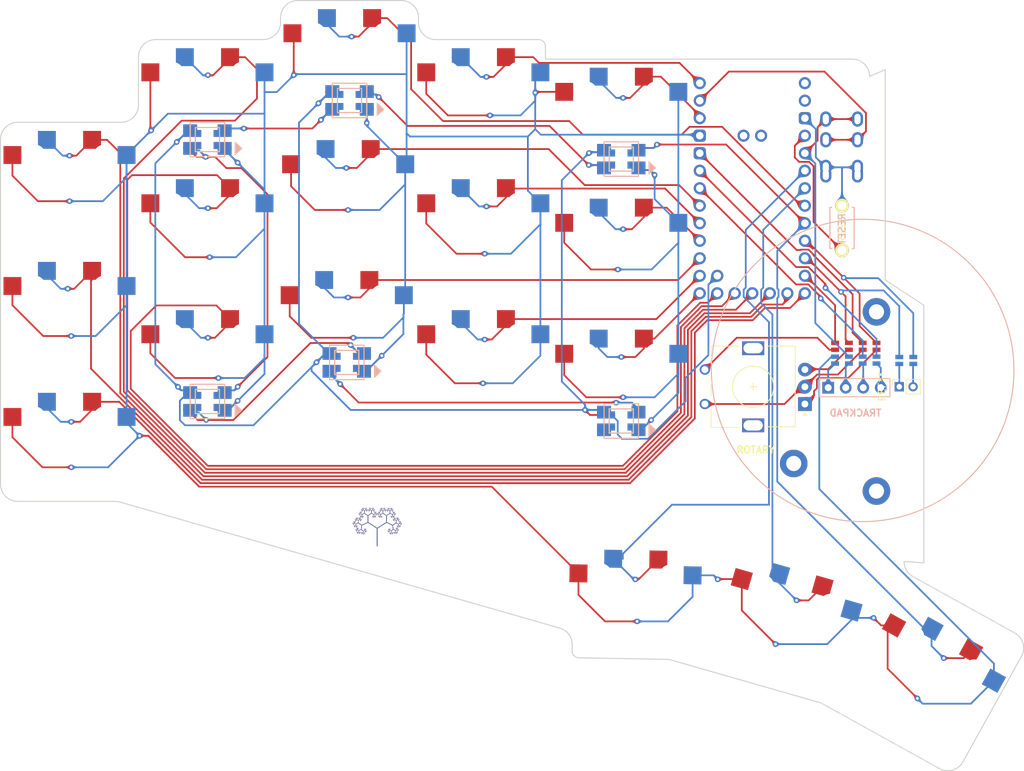
<source format=kicad_pcb>
(kicad_pcb (version 20211014) (generator pcbnew)
  (title_block (title "pcb") (rev "v1.0.0") (company "Unknown"))
  (layers (0 "F.Cu" signal) (31 "B.Cu" signal) (34 "B.Paste" user) (35 "F.Paste" user) (36 "B.SilkS" user "B.Silkscreen") (37 "F.SilkS" user "F.Silkscreen") (38 "B.Mask" user) (39 "F.Mask" user) (44 "Edge.Cuts" user))
  (net 0 "")
  (net 1 "O2")
  (net 2 "IO23")
  (net 3 "O5")
  (net 4 "IO20")
  (net 5 "O4")
  (net 6 "GND")
  (net 7 "O3")
  (net 8 "IO22")
  (net 9 "T1")
  (net 10 "T2")
  (net 11 "VCC")
  (net 12 "T3")
  (net 13 "IO3")
  (net 14 "T4")
  (net 15 "IO2")
  (net 16 "IO21")
  (net 17 "IO16")
  (net 18 "IO15")
  (net 19 "IO14")
  (net 20 "IO13")
  (net 21 "IO12")
  (net 22 "IO7")
  (net 23 "IO4")
  (net 24 "A0")
  (net 25 "IO8")
  (net 26 "IO5")
  (net 27 "TX")
  (net 28 "IO9")
  (net 29 "IO6")
  (net 30 "A1")
  (net 31 "A3")
  (net 32 "A2")
  (net 33 "RGB2")
  (net 34 "RGB3")
  (net 35 "RGB4")
  (net 36 "RGB1")
  (net 37 "RGB5")
  (net 38 "IO10")
  (net 39 "NAN")
  (net 40 "RX")
  (net 41 "RAW")
  (net 42 "RST")
  (net 43 "IO11")
  (net 44 "RGB")
  (net 45 "Dminus")
  (net 46 "Dplus")
  (net 47 "T5")
  (net 48 "T6")
  (footprint "kbd:ResetSW" (layer "F.Cu") (at 220.803 112.605411 -90)
    (fp_text reference "_1" hide)
    (fp_text value "")
  )
  (footprint "PG1350" (layer "F.Cu") (at 108.803 105.772078)
    (fp_text reference "S3" hide)
    (fp_text value "" hide)
  )
  (footprint "lib:Jumper" (layer "F.Cu") (at 225.803 131.772078 90)
    (fp_text reference "J8" hide)
    (fp_text value "")
  )
  (footprint "MountingHole_2.2mm_M2" (layer "F.Cu") (at 118.903 114.772078)
    (fp_text reference "_6" hide)
    (fp_text value "")
  )
  (footprint "WS2812B" (layer "F.Cu") (at 128.803 99.772078)
    (fp_text reference "LED7" hide)
    (fp_text value "" hide)
  )
  (footprint "PG1350" (layer "F.Cu") (at 213.197 169.426078 -16)
    (fp_text reference "S17" hide)
    (fp_text value "" hide)
  )
  (footprint "MountingHole_2.2mm_M2_Pad_Via" (layer "F.Cu") (at 225.803 124.772078)
    (fp_text reference "_2" hide)
    (fp_text value "")
  )
  (footprint "pinheaders" (layer "F.Cu") (at 218.803 135.772078 90)
    (fp_text reference "O2" hide)
    (fp_text value "TRACKPAD" hide)
  )
  (footprint "lib:Jumper" (layer "F.Cu") (at 221.803 129.772078 90)
    (fp_text reference "J2" hide)
    (fp_text value "")
  )
  (footprint "PG1350" (layer "F.Cu") (at 128.803 112.772078)
    (fp_text reference "S5" hide)
    (fp_text value "" hide)
  )
  (footprint "CIRQUE-TM040040" (layer "F.Cu") (at 223.803 133.272078)
    (fp_text reference "CIRQUE" hide)
    (fp_text value "VAL**" hide)
  )
  (footprint "lib:Jumper" (layer "F.Cu") (at 223.803 129.772078 90)
    (fp_text reference "J3" hide)
    (fp_text value "")
  )
  (footprint "lib:Jumper" (layer "F.Cu") (at 229.108 131.826 90)
    (fp_text reference "J8" hide)
    (fp_text value "")
  )
  (footprint "rotary_encoder" (layer "F.Cu") (at 207.803 135.605411 180)
    (fp_text reference "ROT1" hide)
    (fp_text value "")
  )
  (footprint "PG1350" (layer "F.Cu") (at 149.203 107.105411)
    (fp_text reference "S8" hide)
    (fp_text value "" hide)
  )
  (footprint "WS2812B" (layer "F.Cu") (at 188.803 140.605411)
    (fp_text reference "LED12" hide)
    (fp_text value "" hide)
  )
  (footprint "lib:Jumper" (layer "F.Cu") (at 219.803 131.772078 90)
    (fp_text reference "J5" hide)
    (fp_text value "")
  )
  (footprint "WS2812B" (layer "F.Cu") (at 149.403 94.105411)
    (fp_text reference "LED9" hide)
    (fp_text value "" hide)
  )
  (footprint "PG1350" (layer "F.Cu") (at 168.803 131.772078)
    (fp_text reference "S10" hide)
    (fp_text value "" hide)
  )
  (footprint "WS2812B" (layer "F.Cu") (at 149.403 94.105411)
    (fp_text reference "LED3" hide)
    (fp_text value "" hide)
  )
  (footprint "WS2812B" (layer "F.Cu") (at 188.803 102.605411)
    (fp_text reference "LED11" hide)
    (fp_text value "" hide)
  )
  (footprint "PG1350" (layer "F.Cu") (at 108.803 143.772078)
    (fp_text reference "S1" hide)
    (fp_text value "" hide)
  )
  (footprint "MountingHole_2.2mm_M2" (layer "F.Cu") (at 153.803 143.772078)
    (fp_text reference "_7" hide)
    (fp_text value "")
  )
  (footprint "WS2812B" (layer "F.Cu") (at 149.003 132.105411)
    (fp_text reference "LED4" hide)
    (fp_text value "" hide)
  )
  (footprint "PG1350" (layer "F.Cu") (at 188.803 96.605411)
    (fp_text reference "S15" hide)
    (fp_text value "" hide)
  )
  (footprint "Library:fractalxcu" (layer "F.Cu") (at 153.416 156.21)
    (fp_text reference "")
    (fp_text value "LOGO" hide)
  )
  (footprint "PG1350" (layer "F.Cu") (at 108.803 124.772078)
    (fp_text reference "S2" hide)
    (fp_text value "" hide)
  )
  (footprint "lib:Jumper" (layer "F.Cu") (at 225.803 129.772078 90)
    (fp_text reference "J4" hide)
    (fp_text value "")
  )
  (footprint "PG1350" (layer "F.Cu") (at 149.403 88.105411)
    (fp_text reference "S9" hide)
    (fp_text value "" hide)
  )
  (footprint "PG1350" (layer "F.Cu") (at 128.803 93.772078)
    (fp_text reference "S6" hide)
    (fp_text value "" hide)
  )
  (footprint "lib:Jumper" (layer "F.Cu") (at 219.803 129.772078 90)
    (fp_text reference "J1" hide)
    (fp_text value "")
  )
  (footprint "Helios" (layer "F.Cu") (at 207.803 108.105411)
    (fp_text reference "MCU1" hide)
    (fp_text value "Elite-C" hide)
  )
  (footprint "Connector_PinSocket_2.00mm:PinSocket_1x02_P2.00mm_Vertical" (layer "F.Cu") (at 229.108 135.636 90)
    (fp_text reference "REF**")
    (fp_text value "PinSocket_1x02_P2.00mm_Vertical")
  )
  (footprint "PG1350" (layer "F.Cu") (at 128.803 131.772078)
    (fp_text reference "S4" hide)
    (fp_text value "" hide)
  )
  (footprint "MountingHole_2.2mm_M2_Pad_Via" (layer "F.Cu") (at 213.803 146.772078)
    (fp_text reference "_4" hide)
    (fp_text value "")
  )
  (footprint "PG1350" (layer "F.Cu") (at 188.803 115.605411)
    (fp_text reference "S14" hide)
    (fp_text value "" hide)
  )
  (footprint "PG1350" (layer "F.Cu") (at 168.803 93.772078)
    (fp_text reference "S12" hide)
    (fp_text value "" hide)
  )
  (footprint "lib:Jumper" (layer "F.Cu") (at 223.803 131.772078 90)
    (fp_text reference "J7" hide)
    (fp_text value "")
  )
  (footprint "Library:fractalx" (layer "F.Cu") (at 153.416 156.21)
    (fp_text reference "")
    (fp_text value "LOGO" hide)
  )
  (footprint "WS2812B" (layer "F.Cu") (at 188.803 102.605411)
    (fp_text reference "LED5" hide)
    (fp_text value "" hide)
  )
  (footprint "WS2812B" (layer "F.Cu") (at 128.803 137.772078)
    (fp_text reference "LED2" hide)
    (fp_text value "" hide)
  )
  (footprint "PG1350" (layer "F.Cu") (at 149.003 126.105411)
    (fp_text reference "S7" hide)
    (fp_text value "" hide)
  )
  (footprint "WS2812B" (layer "F.Cu") (at 188.803 140.605411)
    (fp_text reference "LED6" hide)
    (fp_text value "" hide)
  )
  (footprint "PG1350" (layer "F.Cu") (at 233.771 177.554078 -29)
    (fp_text reference "S18" hide)
    (fp_text value "" hide)
  )
  (footprint "MountingHole_2.2mm_M2_Pad_Via" (layer "F.Cu") (at 225.803 150.772078)
    (fp_text reference "_3" hide)
    (fp_text value "")
  )
  (footprint "WS2812B" (layer "F.Cu") (at 128.803 99.772078)
    (fp_text reference "LED1" hide)
    (fp_text value "" hide)
  )
  (footprint "PG1350" (layer "F.Cu") (at 168.803 112.772078)
    (fp_text reference "S11" hide)
    (fp_text value "" hide)
  )
  (footprint "lib:Jumper" (layer "F.Cu") (at 221.803 131.772078 90)
    (fp_text reference "J6" hide)
    (fp_text value "")
  )
  (footprint "TRRS-PJ-320A-dual" (layer "F.Cu") (at 223.053 93.605411)
    (fp_text reference "TRRS1")
    (fp_text value "TRRS-PJ-320A-dual")
  )
  (footprint "WS2812B" (layer "F.Cu") (at 149.003 132.105411)
    (fp_text reference "LED10" hide)
    (fp_text value "" hide)
  )
  (footprint "PG1350" (layer "F.Cu") (at 188.803 134.605411)
    (fp_text reference "S13" hide)
    (fp_text value "" hide)
  )
  (footprint "WS2812B" (layer "F.Cu") (at 128.803 137.772078)
    (fp_text reference "LED8" hide)
    (fp_text value "" hide)
  )
  (footprint "PG1350" (layer "F.Cu") (at 190.803 166.605411 -1)
    (fp_text reference "S16" hide)
    (fp_text value "" hide)
  )
  (footprint "lib:Jumper" (layer "F.Cu") (at 231.14 131.826 90)
    (fp_text reference "J8" hide)
    (fp_text value "")
  )
  (footprint "MountingHole_2.2mm_M2" (layer "F.Cu") (at 177.803 102.772078)
    (fp_text reference "_5" hide)
    (fp_text value "")
  )
  (footprint "Library:fractalxcu" (layer "B.Cu") (at 153.416 156.21 180)
    (fp_text reference "")
    (fp_text value "LOGO" hide)
  )
  (footprint "Library:fractalx" (layer "B.Cu") (at 153.416 156.21 180)
    (fp_text reference "")
    (fp_text value "LOGO" hide)
  )
  (gr_line (start 118.803 94.772078) (end 118.803 87.772078) (layer "Edge.Cuts") (width 0.15))
  (gr_line (start 141.903 79.605411) (end 156.903 79.605411) (layer "Edge.Cuts") (width 0.15))
  (gr_line (start 177.803 88.105411) (end 222.303 88.105411) (layer "Edge.Cuts") (width 0.15))
  (gr_arc (start 217.487204 181.4364) (mid 217.754817 181.529859) (end 218.010134 181.653005) (layer "Edge.Cuts") (width 0.15))
  (gr_arc (start 227.076 120.142) (mid 227.078232 120.152586) (end 227.077002 120.163335) (layer "Edge.Cuts") (width 0.05))
  (gr_arc (start 139.403 82.772078) (mid 138.670767 84.539845) (end 136.903 85.272078) (layer "Edge.Cuts") (width 0.15))
  (gr_line (start 227.076 120.142) (end 227.076 89.642) (layer "Edge.Cuts") (width 0.15))
  (gr_line (start 101.303 97.272078) (end 116.303 97.272078) (layer "Edge.Cuts") (width 0.15))
  (gr_line (start 227.076 120.142) (end 232.664 123.800797) (layer "Edge.Cuts") (width 0.15))
  (gr_line (start 161.903 85.272078) (end 176.803 85.272078) (layer "Edge.Cuts") (width 0.15))
  (gr_line (start 98.803 149.772078) (end 98.803 99.772078) (layer "Edge.Cuts") (width 0.15))
  (gr_line (start 232.664 161.187204) (end 232.664 123.800797) (layer "Edge.Cuts") (width 0.15))
  (gr_line (start 231.090976 163.178367) (end 245.845043 171.35668) (layer "Edge.Cuts") (width 0.15))
  (gr_line (start 218.010134 181.653005) (end 234.936827 191.035624) (layer "Edge.Cuts") (width 0.15))
  (gr_arc (start 245.845043 171.356681) (mid 247.036195 172.854143) (end 246.819568 174.755254) (layer "Edge.Cuts") (width 0.15))
  (gr_line (start 232.664 161.187204) (end 229.803 160.991818) (layer "Edge.Cuts") (width 0.15))
  (gr_arc (start 118.803 87.772078) (mid 119.535233 86.004311) (end 121.303 85.272078) (layer "Edge.Cuts") (width 0.15))
  (gr_line (start 139.403 82.772078) (end 139.403 82.105411) (layer "Edge.Cuts") (width 0.15))
  (gr_arc (start 115.427775 152.272078) (mid 115.775708 152.296404) (end 116.116868 152.368924) (layer "Edge.Cuts") (width 0.15))
  (gr_arc (start 98.803 99.772078) (mid 99.535233 98.004311) (end 101.303 97.272078) (layer "Edge.Cuts") (width 0.15))
  (gr_arc (start 101.303 152.272078) (mid 99.535233 151.539845) (end 98.803 149.772078) (layer "Edge.Cuts") (width 0.15))
  (gr_line (start 238.3354 190.061098) (end 246.819568 174.755254) (layer "Edge.Cuts") (width 0.15))
  (gr_arc (start 182.655872 174.964497) (mid 181.953979 174.659314) (end 181.673478 173.947197) (layer "Edge.Cuts") (width 0.15))
  (gr_line (start 121.303 85.272078) (end 136.903 85.272078) (layer "Edge.Cuts") (width 0.15))
  (gr_line (start 196.02813 175.28311) (end 217.487203 181.4364) (layer "Edge.Cuts") (width 0.15))
  (gr_line (start 177.803 88.105411) (end 177.803 86.272078) (layer "Edge.Cuts") (width 0.15))
  (gr_arc (start 161.903 85.272078) (mid 160.135233 84.539845) (end 159.403 82.772078) (layer "Edge.Cuts") (width 0.15))
  (gr_arc (start 156.903 79.605411) (mid 158.670755 80.337646) (end 159.403 82.105411) (layer "Edge.Cuts") (width 0.15))
  (gr_arc (start 139.403 82.105411) (mid 140.135232 80.337642) (end 141.903 79.605411) (layer "Edge.Cuts") (width 0.15))
  (gr_arc (start 176.803 85.272078) (mid 177.510107 85.564971) (end 177.803 86.272078) (layer "Edge.Cuts") (width 0.15))
  (gr_arc (start 222.303 88.105411) (mid 224.070755 88.837646) (end 224.803 90.605411) (layer "Edge.Cuts") (width 0.15))
  (gr_line (start 179.87776 170.652065) (end 116.116868 152.368924) (layer "Edge.Cuts") (width 0.15))
  (gr_arc (start 238.335401 190.061098) (mid 236.83795 191.252199) (end 234.936827 191.035624) (layer "Edge.Cuts") (width 0.15))
  (gr_line (start 181.688286 173.098851) (end 181.673478 173.947197) (layer "Edge.Cuts") (width 0.15))
  (gr_arc (start 179.87776 170.652065) (mid 181.198309 171.568159) (end 181.688286 173.098851) (layer "Edge.Cuts") (width 0.15))
  (gr_line (start 101.303 152.272078) (end 115.427774 152.272078) (layer "Edge.Cuts") (width 0.15))
  (gr_arc (start 118.803 94.772078) (mid 118.070767 96.539845) (end 116.303 97.272078) (layer "Edge.Cuts") (width 0.15))
  (gr_line (start 159.403 82.105411) (end 159.403 82.772078) (layer "Edge.Cuts") (width 0.15))
  (gr_arc (start 231.090976 163.178367) (mid 230.148912 162.260667) (end 229.803 160.991818) (layer "Edge.Cuts") (width 0.15))
  (gr_arc (start 195.382668 175.186645) (mid 195.708559 175.213729) (end 196.02813 175.28311) (layer "Edge.Cuts") (width 0.15))
  (gr_line (start 227.076 89.642) (end 224.803 90.605411) (layer "Edge.Cuts") (width 0.15))
  (gr_line (start 182.655873 174.964498) (end 195.382667 175.186645) (layer "Edge.Cuts") (width 0.15))
  (gr_text "TRACKPAD" (at 222.758 139.446) (layer "B.SilkS") (effects (font (size 1 1) (thickness 0.2)) (justify mirror)))
  (gr_text "ROTARY" (at 208.28 144.78) (layer "F.SilkS") (effects (font (size 1 1) (thickness 0.2))))
  (segment (start 205.536333 128.532078) (end 217.24112 128.532078) (width 0.25) (layer "F.Cu") (net 1))
  (segment (start 218.9815 130.272458) (end 219.803 130.272458) (width 0.25) (layer "F.Cu") (net 1))
  (segment (start 200.923 133.145411) (end 205.536333 128.532078) (width 0.25) (layer "F.Cu") (net 1))
  (segment (start 217.24112 128.532078) (end 218.9815 130.272458) (width 0.25) (layer "F.Cu") (net 1))
  (segment (start 219.803 123.811745) (end 215.526666 119.535411) (width 0.25) (layer "F.Cu") (net 2))
  (segment (start 215.526666 119.535411) (end 215.423 119.535411) (width 0.25) (layer "F.Cu") (net 2))
  (segment (start 219.803 129.271698) (end 219.803 123.811745) (width 0.25) (layer "F.Cu") (net 2))
  (segment (start 221.61662 130.272458) (end 221.803 130.272458) (width 0.25) (layer "F.Cu") (net 3))
  (segment (start 215.423 133.145411) (end 215.477 133.091411) (width 0.25) (layer "F.Cu") (net 3))
  (segment (start 218.797667 133.091411) (end 221.61662 130.272458) (width 0.25) (layer "F.Cu") (net 3))
  (segment (start 215.477 133.091411) (end 218.797667 133.091411) (width 0.25) (layer "F.Cu") (net 3))
  (segment (start 215.780666 116.995411) (end 215.423 116.995411) (width 0.25) (layer "F.Cu") (net 4))
  (segment (start 221.325 122.539745) (end 215.780666 116.995411) (width 0.25) (layer "F.Cu") (net 4))
  (segment (start 221.325 128.793698) (end 221.325 122.539745) (width 0.25) (layer "F.Cu") (net 4))
  (segment (start 221.803 129.271698) (end 221.325 128.793698) (width 0.25) (layer "F.Cu") (net 4))
  (via (at 220.660748 121.875493) (size 0.8) (drill 0.4) (layers "F.Cu" "B.Cu") (net 4))
  (segment (start 220.660748 121.875493) (end 220.870241 121.666) (width 0.25) (layer "B.Cu") (net 4))
  (segment (start 229.108 123.952) (end 229.108 131.32562) (width 0.25) (layer "B.Cu") (net 4))
  (segment (start 226.822 121.666) (end 229.108 123.952) (width 0.25) (layer "B.Cu") (net 4))
  (segment (start 220.870241 121.666) (end 226.822 121.666) (width 0.25) (layer "B.Cu") (net 4))
  (segment (start 214.973667 135.645411) (end 215.423 135.645411) (width 0.25) (layer "F.Cu") (net 5))
  (segment (start 212.473667 138.145411) (end 214.973667 135.645411) (width 0.25) (layer "F.Cu") (net 5))
  (segment (start 217.202333 133.866078) (end 220.20938 133.866078) (width 0.25) (layer "F.Cu") (net 5))
  (segment (start 220.20938 133.866078) (end 223.803 130.272458) (width 0.25) (layer "F.Cu") (net 5))
  (segment (start 215.423 135.645411) (end 217.202333 133.866078) (width 0.25) (layer "F.Cu") (net 5))
  (segment (start 200.923 138.145411) (end 212.473667 138.145411) (width 0.25) (layer "F.Cu") (net 5))
  (segment (start 152.228001 132.980411) (end 151.203 132.980411) (width 0.25) (layer "F.Cu") (net 6))
  (segment (start 222.341 122.214516) (end 216.6783 116.551816) (width 0.25) (layer "F.Cu") (net 6))
  (segment (start 193.131 140.470078) (end 192.120667 141.480411) (width 0.25) (layer "F.Cu") (net 6))
  (segment (start 164.910157 116.340078) (end 169.001 116.340078) (width 0.25) (layer "F.Cu") (net 6))
  (segment (start 160.528 128.022078) (end 160.528 130.982921) (width 0.25) (layer "F.Cu") (net 6))
  (segment (start 170.017222 150.134078) (end 182.594707 162.711563) (width 0.25) (layer "F.Cu") (net 6))
  (segment (start 118.963 142.756078) (end 120.228812 142.756078) (width 0.25) (layer "F.Cu") (net 6))
  (segment (start 222.341 127.809698) (end 222.341 122.214516) (width 0.25) (layer "F.Cu") (net 6))
  (segment (start 206.2762 168.093278) (end 206.2762 163.540448) (width 0.25) (layer "F.Cu") (net 6))
  (segment (start 151.903 95.705411) (end 151.903 97.370078) (width 0.25) (layer "F.Cu") (net 6))
  (segment (start 160.528 109.022078) (end 160.528 111.957921) (width 0.25) (layer "F.Cu") (net 6))
  (segment (start 141.315 84.542411) (end 141.315 90.432078) (width 0.25) (layer "F.Cu") (net 6))
  (segment (start 127.606812 150.134078) (end 170.017222 150.134078) (width 0.25) (layer "F.Cu") (net 6))
  (segment (start 120.528 90.022078) (end 120.528 98.347078) (width 0.25) (layer "F.Cu") (net 6))
  (segment (start 231.739 180.856078) (end 227.421 176.538078) (width 0.25) (layer "F.Cu") (net 6))
  (segment (start 144.363 109.990078) (end 149.189 109.990078) (width 0.25) (layer "F.Cu") (net 6))
  (segment (start 226.479376 170.262454) (end 225.389 169.172078) (width 0.25) (layer "F.Cu") (net 6))
  (segment (start 160.528 93.135078) (end 163.667 96.274078) (width 0.25) (layer "F.Cu") (net 6))
  (segment (start 183.733 137.168078) (end 189.067 137.168078) (width 0.25) (layer "F.Cu") (net 6))
  (segment (start 100.528 140.022078) (end 100.528 142.965382) (width 0.25) (layer "F.Cu") (net 6))
  (segment (start 120.528 111.809078) (end 125.567 116.848078) (width 0.25) (layer "F.Cu") (net 6))
  (segment (start 143.855 128.532078) (end 149.951 128.532078) (width 0.25) (layer "F.Cu") (net 6))
  (segment (start 192.120667 141.480411) (end 191.003 141.480411) (width 0.25) (layer "F.Cu") (net 6))
  (segment (start 160.528 111.957921) (end 164.910157 116.340078) (width 0.25) (layer "F.Cu") (net 6))
  (segment (start 160.528 90.022078) (end 160.528 93.135078) (width 0.25) (layer "F.Cu") (net 6))
  (segment (start 100.528 121.022078) (end 100.528 123.813078) (width 0.25) (layer "F.Cu") (net 6))
  (segment (start 214.903037 115.740111) (end 214.849037 115.794111) (width 0.25) (layer "F.Cu") (net 6))
  (segment (start 227.421 171.193012) (end 228.351558 170.262454) (width 0.25) (layer "F.Cu") (net 6))
  (segment (start 120.528 128.022078) (end 120.528 130.794921) (width 0.25) (layer "F.Cu") (net 6))
  (segment (start 133.187 137.676078) (end 132.216 138.647078) (width 0.25) (layer "F.Cu") (net 6))
  (segment (start 120.228812 142.756078) (end 127.606812 150.134078) (width 0.25) (layer "F.Cu") (net 6))
  (segment (start 100.528 142.965382) (end 104.890696 147.328078) (width 0.25) (layer "F.Cu") (net 6))
  (segment (start 124.107157 134.374078) (end 130.393 134.374078) (width 0.25) (layer "F.Cu") (net 6))
  (segment (start 216.6783 116.475448) (end 215.942963 115.740111) (width 0.25) (layer "F.Cu") (net 6))
  (segment (start 120.528 130.794921) (end 124.107157 134.374078) (width 0.25) (layer "F.Cu") (net 6))
  (segment (start 214.2217 115.794111) (end 200.183 101.755411) (width 0.25) (layer "F.Cu") (net 6))
  (segment (start 140.728 122.355411) (end 140.728 125.405078) (width 0.25) (layer "F.Cu") (net 6))
  (segment (start 180.528 114.738588) (end 184.41549 118.626078) (width 0.25) (layer "F.Cu") (net 6))
  (segment (start 100.528 102.022078) (end 100.528 105.017078) (width 0.25) (layer "F.Cu") (net 6))
  (segment (start 180.528 111.855411) (end 180.528 114.738588) (width 0.25) (layer "F.Cu") (net 6))
  (segment (start 191.099 169.680078) (end 186.444078 169.680078) (width 0.25) (layer "F.Cu") (net 6))
  (segment (start 176.327999 92.972078) (end 176.444666 92.855411) (width 0.25) (layer "F.Cu") (net 6))
  (segment (start 160.528 130.982921) (end 164.681157 135.136078) (width 0.25) (layer "F.Cu") (net 6))
  (segment (start 216.6783 116.551816) (end 216.6783 116.475448) (width 0.25) (layer "F.Cu") (net 6))
  (segment (start 120.528 109.022078) (end 120.528 111.809078) (width 0.25) (layer "F.Cu") (net 6))
  (segment (start 104.993 128.278078) (end 109.057 128.278078) (width 0.25) (layer "F.Cu") (net 6))
  (segment (start 184.41549 118.626078) (end 188.305 118.626078) (width 0.25) (layer "F.Cu") (net 6))
  (segment (start 223.803 129.271698) (end 222.341 127.809698) (width 0.25) (layer "F.Cu") (net 6))
  (segment (start 104.890696 147.328078) (end 109.057 147.328078) (width 0.25) (layer "F.Cu") (net 6))
  (segment (start 140.728 125.405078) (end 143.855 128.532078) (width 0.25) (layer "F.Cu") (net 6))
  (segment (start 125.567 116.848078) (end 129.123 116.848078) (width 0.25) (layer "F.Cu") (net 6))
  (segment (start 215.942963 115.740111) (end 214.903037 115.740111) (width 0.25) (layer "F.Cu") (net 6))
  (segment (start 104.231 108.720078) (end 108.803 108.720078) (width 0.25) (layer "F.Cu") (net 6))
  (segment (start 140.928 106.555078) (end 144.363 109.990078) (width 0.25) (layer "F.Cu") (net 6))
  (segment (start 180.528 133.963078) (end 183.733 137.168078) (width 0.25) (layer "F.Cu") (net 6))
  (segment (start 163.667 96.274078) (end 169.763 96.274078) (width 0.25) (layer "F.Cu") (net 6))
  (segment (start 140.928 103.355411) (end 140.928 106.555078) (width 0.25) (layer "F.Cu") (net 6))
  (segment (start 192.934333 104.205411) (end 193.639 104.910078) (width 0.25) (layer "F.Cu") (net 6))
  (segment (start 164.681157 135.136078) (end 168.747 135.136078) (width 0.25) (layer "F.Cu") (net 6))
  (segment (start 100.528 105.017078) (end 104.231 108.720078) (width 0.25) (layer "F.Cu") (net 6))
  (segment (start 214.849037 115.794111) (end 214.2217 115.794111) (width 0.25) (layer "F.Cu") (net 6))
  (segment (start 186.444078 169.680078) (end 182.594707 165.830707) (width 0.25) (layer "F.Cu") (net 6))
  (segment (start 131.427 101.372078) (end 131.303 101.372078) (width 0.25) (layer "F.Cu") (net 6))
  (segment (start 191.303 104.205411) (end 192.934333 104.205411) (width 0.25) (layer "F.Cu") (net 6))
  (segment (start 154.075667 131.132745) (end 152.228001 132.980411) (width 0.25) (layer "F.Cu") (net 6))
  (segment (start 176.444666 92.855411) (end 180.528 92.855411) (width 0.25) (layer "F.Cu") (net 6))
  (segment (start 211.165 172.982078) (end 206.2762 168.093278) (width 0.25) (layer "F.Cu") (net 6))
  (segment (start 206.2762 163.540448) (end 202.82663 163.540448) (width 0.25) (layer "F.Cu") (net 6))
  (segment (start 202.82663 163.540448) (end 202.783 163.584078) (width 0.25) (layer "F.Cu") (net 6))
  (segment (start 120.528 98.347078) (end 120.6405 98.459578) (width 0.25) (layer "F.Cu") (net 6))
  (segment (start 100.528 123.813078) (end 104.993 128.278078) (width 0.25) (layer "F.Cu") (net 6))
  (segment (start 141.128 84.355411) (end 141.315 84.542411) (width 0.25) (layer "F.Cu") (net 6))
  (segment (start 227.421 176.538078) (end 227.421 171.193012) (width 0.25) (layer "F.Cu") (net 6))
  (segment (start 132.216 138.647078) (end 131.003 138.647078) (width 0.25) (layer "F.Cu") (net 6))
  (segment (start 133.187 103.132078) (end 131.427 101.372078) (width 0.25) (layer "F.Cu") (net 6))
  (segment (start 180.528 130.855411) (end 180.528 133.963078) (width 0.25) (layer "F.Cu") (net 6))
  (segment (start 228.351558 170.262454) (end 226.479376 170.262454) (width 0.25) (layer "F.Cu") (net 6))
  (segment (start 182.594707 165.830707) (end 182.594707 162.711563) (width 0.25) (layer "F.Cu") (net 6))
  (via (at 202.783 163.584078) (size 0.8) (drill 0.4) (layers "F.Cu" "B.Cu") (net 6))
  (via (at 130.393 134.374078) (size 0.8) (drill 0.4) (layers "F.Cu" "B.Cu") (net 6))
  (via (at 133.187 103.132078) (size 0.8) (drill 0.4) (layers "F.Cu" "B.Cu") (net 6))
  (via (at 109.057 147.328078) (size 0.8) (drill 0.4) (layers "F.Cu" "B.Cu") (net 6))
  (via (at 151.903 97.370078) (size 0.8) (drill 0.4) (layers "F.Cu" "B.Cu") (net 6))
  (via (at 149.189 109.990078) (size 0.8) (drill 0.4) (layers "F.Cu" "B.Cu") (net 6))
  (via (at 133.187 137.676078) (size 0.8) (drill 0.4) (layers "F.Cu" "B.Cu") (net 6))
  (via (at 193.131 140.470078) (size 0.8) (drill 0.4) (layers "F.Cu" "B.Cu") (net 6))
  (via (at 120.6405 98.459578) (size 0.8) (drill 0.4) (layers "F.Cu" "B.Cu") (net 6))
  (via (at 169.001 116.340078) (size 0.8) (drill 0.4) (layers "F.Cu" "B.Cu") (net 6))
  (via (at 191.099 169.680078) (size 0.8) (drill 0.4) (layers "F.Cu" "B.Cu") (net 6))
  (via (at 149.951 128.532078) (size 0.8) (drill 0.4) (layers "F.Cu" "B.Cu") (net 6))
  (via (at 211.165 172.982078) (size 0.8) (drill 0.4) (layers "F.Cu" "B.Cu") (net 6))
  (via (at 129.123 116.848078) (size 0.8) (drill 0.4) (layers "F.Cu" "B.Cu") (net 6))
  (via (at 189.067 137.168078) (size 0.8) (drill 0.4) (layers "F.Cu" "B.Cu") (net 6))
  (via (at 108.803 108.720078) (size 0.8) (drill 0.4) (layers "F.Cu" "B.Cu") (net 6))
  (via (at 225.389 169.172078) (size 0.8) (drill 0.4) (layers "F.Cu" "B.Cu") (net 6))
  (via (at 118.963 142.756078) (size 0.8) (drill 0.4) (layers "F.Cu" "B.Cu") (net 6))
  (via (at 169.763 96.274078) (size 0.8) (drill 0.4) (layers "F.Cu" "B.Cu") (net 6))
  (via (at 168.747 135.136078) (size 0.8) (drill 0.4) (layers "F.Cu" "B.Cu") (net 6))
  (via (at 188.305 118.626078) (size 0.8) (drill 0.4) (layers "F.Cu" "B.Cu") (net 6))
  (via (at 176.327999 92.972078) (size 0.8) (drill 0.4) (layers "F.Cu" "B.Cu") (net 6))
  (via (at 193.639 104.910078) (size 0.8) (drill 0.4) (layers "F.Cu" "B.Cu") (net 6))
  (via (at 109.057 128.278078) (size 0.8) (drill 0.4) (layers "F.Cu" "B.Cu") (net 6))
  (via (at 141.315 90.432078) (size 0.8) (drill 0.4) (layers "F.Cu" "B.Cu") (net 6))
  (via (at 231.739 180.856078) (size 0.8) (drill 0.4) (layers "F.Cu" "B.Cu") (net 6))
  (via (at 154.075667 131.132745) (size 0.8) (drill 0.4) (layers "F.Cu" "B.Cu") (net 6))
  (segment (start 157.678 84.355411) (end 157.678 90.285078) (width 0.25) (layer "B.Cu") (net 6))
  (segment (start 176.327999 90.772079) (end 176.327999 91.487079) (width 0.25) (layer "B.Cu") (net 6))
  (segment (start 188.305 118.626078) (end 193.20051 118.626078) (width 0.25) (layer "B.Cu") (net 6))
  (segment (start 176.327999 94.134922) (end 174.188843 96.274078) (width 0.25) (layer "B.Cu") (net 6))
  (segment (start 218.453 103.805411) (end 217.007 102.359411) (width 0.25) (layer "B.Cu") (net 6))
  (segment (start 223.254913 169.172078) (end 222.185081 168.102246) (width 0.25) (layer "B.Cu") (net 6))
  (segment (start 157.478 122.155411) (end 157.278 122.355411) (width 0.25) (layer "B.Cu") (net 6))
  (segment (start 176.327999 97.759077) (end 176.327999 98.267077) (width 0.25) (layer "B.Cu") (net 6))
  (segment (start 117.078 102.022078) (end 117.078 121.022078) (width 0.25) (layer "B.Cu") (net 6))
  (segment (start 117.078 140.871078) (end 117.078 140.022078) (width 0.25) (layer "B.Cu") (net 6))
  (segment (start 176.327999 92.972078) (end 176.327999 94.134922) (width 0.25) (layer "B.Cu") (net 6))
  (segment (start 157.678 98.862) (end 157.678 103.155411) (width 0.25) (layer "B.Cu") (net 6))
  (segment (start 239.49449 181.618078) (end 232.501 181.618078) (width 0.25) (layer "B.Cu") (net 6))
  (segment (start 197.078 98.697078) (end 197.078 111.855411) (width 0.25) (layer "B.Cu") (net 6))
  (segment (start 132.216 138.647078) (end 137.078 133.785078) (width 0.25) (layer "B.Cu") (net 6))
  (segment (start 202.199323 163.000401) (end 199.142186 163.000401) (width 0.25) (layer "B.Cu") (net 6))
  (segment (start 176.327999 91.487079) (end 176.327999 97.759077) (width 0.25) (layer "B.Cu") (net 6))
  (segment (start 191.303 104.205411) (end 192.934333 104.205411) (width 0.25) (layer "B.Cu") (net 6))
  (segment (start 173.065 135.136078) (end 177.078 131.123078) (width 0.25) (layer "B.Cu") (net 6))
  (segment (start 133.187 103.132078) (end 131.003 100.948078) (width 0.25) (layer "B.Cu") (net 6))
  (segment (start 151.903 95.705411) (end 151.903 97.370078) (width 0.25) (layer "B.Cu") (net 6))
  (segment (start 113.629 108.720078) (end 117.078 105.271078) (width 0.25) (layer "B.Cu") (net 6))
  (segment (start 218.657639 172.982078) (end 211.165 172.982078) (width 0.25) (layer "B.Cu") (net 6))
  (segment (start 230.335108 163.30102) (end 242.826514 175.792426) (width 0.25) (layer "B.Cu") (net 6))
  (segment (start 132.933 116.848078) (end 137.078 112.703078) (width 0.25) (layer "B.Cu") (net 6))
  (segment (start 157.478 106.273078) (end 157.478 105.071078) (width 0.25) (layer "B.Cu") (net 6))
  (segment (start 108.803 108.720078) (end 113.629 108.720078) (width 0.25) (layer "B.Cu") (net 6))
  (segment (start 158.151076 99.335076) (end 157.678 98.862) (width 0.25) (layer "B.Cu") (net 6))
  (segment (start 225.389 169.172078) (end 223.254913 169.172078) (width 0.25) (layer "B.Cu") (net 6))
  (segment (start 153.761 109.990078) (end 157.478 106.273078) (width 0.25) (layer "B.Cu") (net 6))
  (segment (start 130.393 134.374078) (end 134.203 134.374078) (width 0.25) (layer "B.Cu") (net 6))
  (segment (start 217.515 133.040458) (end 217.515 150.488386) (width 0.25) (layer "B.Cu") (net 6))
  (segment (start 193.639 108.416411) (end 197.078 111.855411) (width 0.25) (layer "B.Cu") (net 6))
  (segment (start 222.185081 169.454636) (end 218.657639 172.982078) (width 0.25) (layer "B.Cu") (net 6))
  (segment (start 169.001 116.340078) (end 172.811 116.340078) (width 0.25) (layer "B.Cu") (net 6))
  (segment (start 151.903 97.780411) (end 157.478 103.355411) (width 0.25) (layer "B.Cu") (net 6))
  (segment (start 192.120667 141.480411) (end 197.078 136.523078) (width 0.25) (layer "B.Cu") (net 6))
  (segment (start 131.003 100.948078) (end 131.003 100.647078) (width 0.25) (layer "B.Cu") (net 6))
  (segment (start 177.129 99.068078) (end 200.035667 99.068078) (width 0.25) (layer "B.Cu") (net 6))
  (segment (start 220.803 109.355411) (end 220.803 103.984744) (width 0.25) (layer "B.Cu") (net 6))
  (segment (start 136.997 96.020078) (end 137.078 96.101078) (width 0.25) (layer "B.Cu") (net 6))
  (segment (start 141.315 90.432078) (end 141.462 90.285078) (width 0.25) (layer "B.Cu") (net 6))
  (segment (start 157.214509 127.993902) (end 157.214509 125.127587) (width 0.25) (layer "B.Cu") (net 6))
  (segment (start 200.035667 99.068078) (end 200.183 99.215411) (width 0.25) (layer "B.Cu") (net 6))
  (segment (start 112.613 128.278078) (end 117.078 123.813078) (width 0.25) (layer "B.Cu") (net 6))
  (segment (start 149.951 128.532078) (end 154.269 128.532078) (width 0.25) (layer "B.Cu") (net 6))
  (segment (start 157.678 97.183078) (end 157.678 98.862) (width 0.25) (layer "B.Cu") (net 6))
  (segment (start 134.203 134.374078) (end 137.078 131.499078) (width 0.25) (layer "B.Cu") (net 6))
  (segment (start 218.453 103.805411) (end 218.453 104.905411) (width 0.25) (layer "B.Cu") (net 6))
  (segment (start 123.08 96.020078) (end 136.997 96.020078) (width 0.25) (layer "B.Cu") (net 6))
  (segment (start 176.327999 98.267077) (end 177.129 99.068078) (width 0.25) (layer "B.Cu") (net 6))
  (segment (start 175.26 107.204078) (end 177.078 109.022078) (width 0.25) (layer "B.Cu") (net 6))
  (segment (start 222.185081 168.102246) (end 222.185081 169.454636) (width 0.25) (layer "B.Cu") (net 6))
  (segment (start 129.123 116.848078) (end 132.933 116.848078) (width 0.25) (layer "B.Cu") (net 6))
  (segment (start 131.003 138.647078) (end 132.216 138.647078) (width 0.25) (layer "B.Cu") (net 6))
  (segment (start 109.057 147.328078) (end 114.391 147.328078) (width 0.25) (layer "B.Cu") (net 6))
  (segment (start 154.269 128.532078) (end 157.214509 125.586569) (width 0.25) (layer "B.Cu") (net 6))
  (segment (start 118.963 142.756078) (end 117.078 140.871078) (width 0.25) (layer "B.Cu") (net 6))
  (segment (start 109.057 128.278078) (end 112.613 128.278078) (width 0.25) (layer "B.Cu") (net 6))
  (segment (start 217.007 102.359411) (end 217.007 98.259411) (width 0.25) (layer "B.Cu") (net 6))
  (segment (start 137.078 107.023078) (end 137.078 109.022078) (width 0.25) (layer "B.Cu") (net 6))
  (segment (start 197.078 114.748588) (end 197.078 111.855411) (width 0.25) (layer "B.Cu") (net 6))
  (segment (start 175.26 99.335076) (end 158.151076 99.335076) (width 0.25) (layer "B.Cu") (net 6))
  (segment (start 137.078 128.022078) (end 137.078 112.703078) (width 0.25) (layer "B.Cu") (net 6))
  (segment (start 141.462 90.285078) (end 157.678 90.285078) (width 0.25) (layer "B.Cu") (net 6))
  (segment (start 177.078 131.123078) (end 177.078 128.022078) (width 0.25) (layer "B.Cu") (net 6))
  (segment (start 220.803 103.984744) (end 220.982333 103.805411) (width 0.25) (layer "B.Cu") (net 6))
  (segment (start 120.6405 98.459578) (end 123.08 96.020078) (width 0.25) (layer "B.Cu") (net 6))
  (segment (start 192.934333 104.205411) (end 193.639 104.910078) (width 0.25) (layer "B.Cu") (net 6))
  (segment (start 137.078 130.991078) (end 137.078 128.022078) (width 0.25) (layer "B.Cu") (net 6))
  (segment (start 117.078 121.022078) (end 117.078 140.022078) (width 0.25) (layer "B.Cu") (net 6))
  (segment (start 219.28376 131.271698) (end 217.515 133.040458) (width 0.25) (layer "B.Cu") (net 6))
  (segment (start 114.391 147.328078) (end 118.963 142.756078) (width 0.25) (layer "B.Cu") (net 6))
  (segment (start 157.214509 125.586569) (end 157.214509 125.127587) (width 0.25) (layer "B.Cu") (net 6))
  (segment (start 151.903 97.370078) (end 151.903 97.780411) (width 0.25) (layer "B.Cu") (net 6))
  (segment (start 230.046104 163.01949) (end 230.335108 163.30102) (width 0.25) (layer "B.Cu") (net 6))
  (segment (start 133.187 103.132078) (end 137.078 107.023078) (width 0.25) (layer "B.Cu") (net 6))
  (segment (start 137.078 96.101078) (end 137.078 95.847078) (width 0.25) (layer "B.Cu") (net 6))
  (segment (start 223.053 103.805411) (end 223.053 104.905411) (width 0.25) (layer "B.Cu") (net 6))
  (segment (start 217.007 98.259411) (end 215.423 96.675411) (width 0.25) (layer "B.Cu") (net 6))
  (segment (start 117.078 123.813078) (end 117.078 121.022078) (width 0.25) (layer "B.Cu") (net 6))
  (segment (start 189.067 137.168078) (end 193.639 137.168078) (width 0.25) (layer "B.Cu") (net 6))
  (segment (start 197.078 133.729078) (end 197.078 130.855411) (width 0.25) (layer "B.Cu") (net 6))
  (segment (start 117.078 105.271078) (end 117.078 102.022078) (width 0.25) (layer "B.Cu") (net 6))
  (segment (start 174.188843 96.274078) (end 169.763 96.274078) (width 0.25) (layer "B.Cu") (net 6))
  (segment (start 218.453 103.805411) (end 220.982333 103.805411) (width 0.25) (layer "B.Cu") (net 6))
  (segment (start 197.078 111.855411) (end 197.078 130.855411) (width 0.25) (layer "B.Cu") (net 6))
  (segment (start 137.078 95.847078) (end 137.078 92.891078) (width 0.25) (layer "B.Cu") (net 6))
  (segment (start 199.142186 166.109814) (end 195.571922 169.680078) (width 0.25) (layer "B.Cu") (net 6))
  (segment (start 193.20051 118.626078) (end 197.078 114.748588) (width 0.25) (layer "B.Cu") (net 6))
  (segment (start 149.189 109.990078) (end 153.761 109.990078) (width 0.25) (layer "B.Cu") (net 6))
  (segment (start 177.078 109.022078) (end 177.078 128.022078) (width 0.25) (layer "B.Cu") (net 6))
  (segment (start 195.571922 169.680078) (end 191.099 169.680078) (width 0.25) (layer "B.Cu") (net 6))
  (segment (start 157.678 103.155411) (end 157.478 103.355411) (width 0.25) (layer "B.Cu") (net 6))
  (segment (start 137.078 109.022078) (end 137.078 96.101078) (width 0.25) (layer "B.Cu") (net 6))
  (segment (start 193.639 137.168078) (end 197.078 133.729078) (width 0.25) (layer "B.Cu") (net 6))
  (segment (start 138.856 92.891078) (end 141.315 90.432078) (width 0.25) (layer "B.Cu") (net 6))
  (segment (start 157.214509 125.127587) (end 157.278 125.064097) (width 0.25) (layer "B.Cu") (net 6))
  (segment (start 242.826514 175.792426) (end 242.826514 178.286054) (width 0.25) (layer "B.Cu") (net 6))
  (segment (start 157.478 103.355411) (end 157.478 105.071078) (width 0.25) (layer "B.Cu") (net 6))
  (segment (start 197.078 92.855411) (end 197.078 98.697078) (width 0.25) (layer "B.Cu") (net 6))
  (segment (start 177.078 112.073078) (end 177.078 109.022078) (width 0.25) (layer "B.Cu") (net 6))
  (segment (start 151.503 133.705411) (end 157.214509 127.993902) (width 0.25) (layer "B.Cu") (net 6))
  (segment (start 137.078 131.499078) (end 137.078 130.991078) (width 0.25) (layer "B.Cu") (net 6))
  (segment (start 137.078 92.891078) (end 138.856 92.891078) (width 0.25) (layer "B.Cu") (net 6))
  (segment (start 220.982333 103.805411) (end 223.053 103.805411) (width 0.25) (layer "B.Cu") (net 6))
  (segment (start 202.783 163.584078) (end 202.199323 163.000401) (width 0.25) (layer "B.Cu") (net 6))
  (segment (start 199.142186 163.000401) (end 199.142186 166.109814) (width 0.25) (layer "B.Cu") (net 6))
  (segment (start 137.078 133.785078) (end 137.078 130.991078) (width 0.25) (layer "B.Cu") (net 6))
  (segment (start 219.803 131.271698) (end 219.28376 131.271698) (width 0.25) (layer "B.Cu") (net 6))
  (segment (start 197.078 136.523078) (end 197.078 130.855411) (width 0.25) (layer "B.Cu") (net 6))
  (segment (start 117.078 102.022078) (end 120.6405 98.459578) (width 0.25) (layer "B.Cu") (net 6))
  (segment (start 157.478 105.071078) (end 157.478 122.155411) (width 0.25) (layer "B.Cu") (net 6))
  (segment (start 217.515 150.488386) (end 230.046104 163.01949) (width 0.25) (layer "B.Cu") (net 6))
  (segment (start 157.678 90.285078) (end 157.678 97.183078) (width 0.25) (layer "B.Cu") (net 6))
  (segment (start 176.327999 92.972078) (end 176.327999 91.487079) (width 0.25) (layer "B.Cu") (net 6))
  (segment (start 168.747 135.136078) (end 173.065 135.136078) (width 0.25) (layer "B.Cu") (net 6))
  (segment (start 232.501 181.618078) (end 231.739 180.856078) (width 0.25) (layer "B.Cu") (net 6))
  (segment (start 177.078 90.022078) (end 176.327999 90.772079) (width 0.25) (layer "B.Cu") (net 6))
  (segment (start 137.078 112.703078) (end 137.078 109.022078) (width 0.25) (layer "B.Cu") (net 6))
  (segment (start 191.003 141.480411) (end 192.120667 141.480411) (width 0.25) (layer "B.Cu") (net 6))
  (segment (start 193.639 104.910078) (end 193.639 108.416411) (width 0.25) (layer "B.Cu") (net 6))
  (segment (start 157.278 125.064097) (end 157.278 122.355411) (width 0.25) (layer "B.Cu") (net 6))
  (segment (start 137.078 92.891078) (end 137.078 90.022078) (width 0.25) (layer "B.Cu") (net 6))
  (segment (start 176.327999 98.267077) (end 175.26 99.335076) (width 0.25) (layer "B.Cu") (net 6))
  (segment (start 175.26 99.335076) (end 175.26 107.204078) (width 0.25) (layer "B.Cu") (net 6))
  (segment (start 242.826514 178.286054) (end 239.49449 181.618078) (width 0.25) (layer "B.Cu") (net 6))
  (segment (start 172.811 116.340078) (end 177.078 112.073078) (width 0.25) (layer "B.Cu") (net 6))
  (segment (start 217.407097 134.374078) (end 221.70138 134.374078) (width 0.25) (layer "F.Cu") (net 7))
  (segment (start 217.17 135.848612) (end 217.17 134.611175) (width 0.25) (layer "F.Cu") (net 7))
  (segment (start 215.423 138.145411) (end 216.748 136.820411) (width 0.25) (layer "F.Cu") (net 7))
  (segment (start 216.748 136.270612) (end 217.17 135.848612) (width 0.25) (layer "F.Cu") (net 7))
  (segment (start 217.17 134.611175) (end 217.407097 134.374078) (width 0.25) (layer "F.Cu") (net 7))
  (segment (start 216.748 136.820411) (end 216.748 136.270612) (width 0.25) (layer "F.Cu") (net 7))
  (segment (start 221.70138 134.374078) (end 225.803 130.272458) (width 0.25) (layer "F.Cu") (net 7))
  (segment (start 223.357 122.129549) (end 215.682862 114.455411) (width 0.25) (layer "F.Cu") (net 8))
  (segment (start 223.357 126.825698) (end 223.357 122.129549) (width 0.25) (layer "F.Cu") (net 8))
  (segment (start 225.803 129.271698) (end 223.357 126.825698) (width 0.25) (layer "F.Cu") (net 8))
  (segment (start 215.682862 114.455411) (end 215.423 114.455411) (width 0.25) (layer "F.Cu") (net 8))
  (via (at 221.047726 119.820274) (size 0.8) (drill 0.4) (layers "F.Cu" "B.Cu") (net 8))
  (segment (start 221.115452 119.888) (end 226.06 119.888) (width 0.25) (layer "B.Cu") (net 8))
  (segment (start 226.06 119.888) (end 231.14 124.968) (width 0.25) (layer "B.Cu") (net 8))
  (segment (start 231.14 124.968) (end 231.14 131.32562) (width 0.25) (layer "B.Cu") (net 8))
  (segment (start 221.047726 119.820274) (end 221.115452 119.888) (width 0.25) (layer "B.Cu") (net 8))
  (segment (start 218.803 135.772078) (end 218.803 133.272458) (width 0.25) (layer "B.Cu") (net 9))
  (segment (start 218.803 133.272458) (end 219.803 132.272458) (width 0.25) (layer "B.Cu") (net 9))
  (segment (start 221.343 135.772078) (end 221.343 132.732458) (width 0.25) (layer "B.Cu") (net 10))
  (segment (start 221.343 132.732458) (end 221.803 132.272458) (width 0.25) (layer "B.Cu") (net 10))
  (segment (start 217.261 99.917411) (end 215.423 101.755411) (width 0.25) (layer "F.Cu") (net 11))
  (segment (start 218.453 96.805411) (end 217.261 97.997411) (width 0.25) (layer "F.Cu") (net 11))
  (segment (start 223.053 96.805411) (end 218.453 96.805411) (width 0.25) (layer "F.Cu") (net 11))
  (segment (start 217.261 97.997411) (end 217.261 99.917411) (width 0.25) (layer "F.Cu") (net 11))
  (segment (start 221.803 131.271698) (end 216.936034 126.404732) (width 0.25) (layer "B.Cu") (net 11))
  (segment (start 216.936034 103.268445) (end 215.423 101.755411) (width 0.25) (layer "B.Cu") (net 11))
  (segment (start 216.936034 126.404732) (end 216.936034 103.268445) (width 0.25) (layer "B.Cu") (net 11))
  (segment (start 223.883 135.772078) (end 223.883 132.352458) (width 0.25) (layer "B.Cu") (net 12))
  (segment (start 223.883 132.352458) (end 223.803 132.272458) (width 0.25) (layer "B.Cu") (net 12))
  (segment (start 214.1383 120.790711) (end 200.183 106.835411) (width 0.25) (layer "F.Cu") (net 13))
  (segment (start 217.714534 122.591682) (end 215.913563 120.790711) (width 0.25) (layer "F.Cu") (net 13))
  (segment (start 217.714534 122.824245) (end 217.714534 122.591682) (width 0.25) (layer "F.Cu") (net 13))
  (segment (start 215.913563 120.790711) (end 214.1383 120.790711) (width 0.25) (layer "F.Cu") (net 13))
  (via (at 217.714534 122.824245) (size 0.8) (drill 0.4) (layers "F.Cu" "B.Cu") (net 13))
  (segment (start 217.714534 122.851544) (end 223.803 128.94001) (width 0.25) (layer "B.Cu") (net 13))
  (segment (start 223.803 128.94001) (end 223.803 131.271698) (width 0.25) (layer "B.Cu") (net 13))
  (segment (start 217.714534 122.824245) (end 217.714534 122.851544) (width 0.25) (layer "B.Cu") (net 13))
  (segment (start 226.423 135.772078) (end 226.423 132.892458) (width 0.25) (layer "B.Cu") (net 14))
  (segment (start 226.423 132.892458) (end 225.803 132.272458) (width 0.25) (layer "B.Cu") (net 14))
  (segment (start 218.404 120.741148) (end 215.942963 118.280111) (width 0.25) (layer "F.Cu") (net 15))
  (segment (start 214.1677 118.280111) (end 200.183 104.295411) (width 0.25) (layer "F.Cu") (net 15))
  (segment (start 215.942963 118.280111) (end 214.1677 118.280111) (width 0.25) (layer "F.Cu") (net 15))
  (segment (start 218.404 121.293078) (end 218.404 120.741148) (width 0.25) (layer "F.Cu") (net 15))
  (via (at 218.404 121.293078) (size 0.8) (drill 0.4) (layers "F.Cu" "B.Cu") (net 15))
  (segment (start 225.803 128.692078) (end 225.803 131.271698) (width 0.25) (layer "B.Cu") (net 15))
  (segment (start 218.404 121.293078) (end 225.803 128.692078) (width 0.25) (layer "B.Cu") (net 15))
  (segment (start 213.288333 124.210078) (end 215.423 122.075411) (width 0.25) (layer "F.Cu") (net 16))
  (segment (start 127.815576 149.630078) (end 190.07482 149.630078) (width 0.25) (layer "F.Cu") (net 16))
  (segment (start 112.078 138.973078) (end 112.078 137.822078) (width 0.25) (layer "F.Cu") (net 16))
  (segment (start 207.855861 125.988078) (end 209.633861 124.210078) (width 0.25) (layer "F.Cu") (net 16))
  (segment (start 209.633861 124.210078) (end 213.288333 124.210078) (width 0.25) (layer "F.Cu") (net 16))
  (segment (start 199.469 140.235898) (end 199.469 127.789898) (width 0.25) (layer "F.Cu") (net 16))
  (segment (start 199.469 127.789898) (end 201.27082 125.988078) (width 0.25) (layer "F.Cu") (net 16))
  (segment (start 109.057 140.724078) (end 110.327 140.724078) (width 0.25) (layer "F.Cu") (net 16))
  (segment (start 116.007576 137.822078) (end 127.815576 149.630078) (width 0.25) (layer "F.Cu") (net 16))
  (segment (start 190.07482 149.630078) (end 199.469 140.235898) (width 0.25) (layer "F.Cu") (net 16))
  (segment (start 201.27082 125.988078) (end 207.855861 125.988078) (width 0.25) (layer "F.Cu") (net 16))
  (segment (start 112.078 137.822078) (end 116.007576 137.822078) (width 0.25) (layer "F.Cu") (net 16))
  (segment (start 110.327 140.724078) (end 112.078 138.973078) (width 0.25) (layer "F.Cu") (net 16))
  (via (at 109.057 140.724078) (size 0.8) (drill 0.4) (layers "F.Cu" "B.Cu") (net 16))
  (segment (start 105.528 138.719078) (end 107.533 140.724078) (width 0.25) (layer "B.Cu") (net 16))
  (segment (start 107.533 140.724078) (end 109.057 140.724078) (width 0.25) (layer "B.Cu") (net 16))
  (segment (start 105.528 137.822078) (end 105.528 138.719078) (width 0.25) (layer "B.Cu") (net 16))
  (segment (start 113.024692 119.143077) (end 111.923999 120.24377) (width 0.25) (layer "F.Cu") (net 17))
  (segment (start 109.48 121.420078) (end 112.078 118.822078) (width 0.25) (layer "F.Cu") (net 17))
  (segment (start 198.965 140.027134) (end 198.965 127.581134) (width 0.25) (layer "F.Cu") (net 17))
  (segment (start 128.02434 149.126078) (end 189.866056 149.126078) (width 0.25) (layer "F.Cu") (net 17))
  (segment (start 111.923999 133.025737) (end 128.02434 149.126078) (width 0.25) (layer "F.Cu") (net 17))
  (segment (start 212.883 123.004078) (end 212.883 122.075411) (width 0.25) (layer "F.Cu") (net 17))
  (segment (start 212.181 123.706078) (end 212.883 123.004078) (width 0.25) (layer "F.Cu") (net 17))
  (segment (start 108.549 121.420078) (end 109.48 121.420078) (width 0.25) (layer "F.Cu") (net 17))
  (segment (start 111.923999 120.24377) (end 111.923999 133.025737) (width 0.25) (layer "F.Cu") (net 17))
  (segment (start 201.062056 125.484078) (end 207.647097 125.484078) (width 0.25) (layer "F.Cu") (net 17))
  (segment (start 189.866056 149.126078) (end 198.965 140.027134) (width 0.25) (layer "F.Cu") (net 17))
  (segment (start 209.425097 123.706078) (end 212.181 123.706078) (width 0.25) (layer "F.Cu") (net 17))
  (segment (start 207.647097 125.484078) (end 209.425097 123.706078) (width 0.25) (layer "F.Cu") (net 17))
  (segment (start 198.965 127.581134) (end 201.062056 125.484078) (width 0.25) (layer "F.Cu") (net 17))
  (via (at 108.549 121.420078) (size 0.8) (drill 0.4) (layers "F.Cu" "B.Cu") (net 17))
  (segment (start 107.533 121.420078) (end 108.549 121.420078) (width 0.25) (layer "B.Cu") (net 17))
  (segment (start 105.528 119.415078) (end 107.533 121.420078) (width 0.25) (layer "B.Cu") (net 17))
  (segment (start 105.528 118.822078) (end 105.528 119.415078) (width 0.25) (layer "B.Cu") (net 17))
  (segment (start 189.657292 148.622078) (end 198.461 139.81837) (width 0.25) (layer "F.Cu") (net 18))
  (segment (start 198.461 127.37237) (end 200.853292 124.980078) (width 0.25) (layer "F.Cu") (net 18))
  (segment (start 108.803 102.116078) (end 109.784 102.116078) (width 0.25) (layer "F.Cu") (net 18))
  (segment (start 109.784 102.116078) (end 112.078 99.822078) (width 0.25) (layer "F.Cu") (net 18))
  (segment (start 114.575651 100.143077) (end 114.581308 100.143077) (width 0.25) (layer "F.Cu") (net 18))
  (segment (start 198.461 139.81837) (end 198.461 127.37237) (width 0.25) (layer "F.Cu") (net 18))
  (segment (start 116.169 136.557974) (end 128.233104 148.622078) (width 0.25) (layer "F.Cu") (net 18))
  (segment (start 200.853292 124.980078) (end 207.438333 124.980078) (width 0.25) (layer "F.Cu") (net 18))
  (segment (start 116.169 101.730769) (end 116.169 136.557974) (width 0.25) (layer "F.Cu") (net 18))
  (segment (start 114.254652 99.822078) (end 114.575651 100.143077) (width 0.25) (layer "F.Cu") (net 18))
  (segment (start 207.438333 124.980078) (end 210.343 122.075411) (width 0.25) (layer "F.Cu") (net 18))
  (segment (start 112.078 99.822078) (end 114.254652 99.822078) (width 0.25) (layer "F.Cu") (net 18))
  (segment (start 114.581308 100.143077) (end 116.169 101.730769) (width 0.25) (layer "F.Cu") (net 18))
  (segment (start 128.233104 148.622078) (end 189.657292 148.622078) (width 0.25) (layer "F.Cu") (net 18))
  (via (at 108.803 102.116078) (size 0.8) (drill 0.4) (layers "F.Cu" "B.Cu") (net 18))
  (segment (start 107.822 102.116078) (end 108.803 102.116078) (width 0.25) (layer "B.Cu") (net 18))
  (segment (start 105.528 99.822078) (end 107.822 102.116078) (width 0.25) (layer "B.Cu") (net 18))
  (segment (start 197.957 139.609606) (end 197.957 127.163606) (width 0.25) (layer "F.Cu") (net 19))
  (segment (start 128.869 90.432078) (end 129.631 90.432078) (width 0.25) (layer "F.Cu") (net 19))
  (segment (start 135.981 93.833421) (end 132.778343 97.036078) (width 0.25) (layer "F.Cu") (net 19))
  (segment (start 135.981 89.542769) (end 135.981 93.833421) (width 0.25) (layer "F.Cu") (net 19))
  (segment (start 125.059 97.036078) (end 116.673 105.422078) (width 0.25) (layer "F.Cu") (net 19))
  (segment (start 129.631 90.432078) (end 132.078 87.985078) (width 0.25) (layer "F.Cu") (net 19))
  (segment (start 132.078 87.985078) (end 132.078 87.822078) (width 0.25) (layer "F.Cu") (net 19))
  (segment (start 189.448528 148.118078) (end 197.957 139.609606) (width 0.25) (layer "F.Cu") (net 19))
  (segment (start 197.957 127.163606) (end 200.660528 124.460078) (width 0.25) (layer "F.Cu") (net 19))
  (segment (start 128.441868 148.118078) (end 189.448528 148.118078) (width 0.25) (layer "F.Cu") (net 19))
  (segment (start 132.778343 97.036078) (end 125.059 97.036078) (width 0.25) (layer "F.Cu") (net 19))
  (segment (start 205.418333 124.460078) (end 207.803 122.075411) (width 0.25) (layer "F.Cu") (net 19))
  (segment (start 200.660528 124.460078) (end 205.418333 124.460078) (width 0.25) (layer "F.Cu") (net 19))
  (segment (start 116.673 105.422078) (end 116.673 136.34921) (width 0.25) (layer "F.Cu") (net 19))
  (segment (start 134.260309 87.822078) (end 135.981 89.542769) (width 0.25) (layer "F.Cu") (net 19))
  (segment (start 116.673 136.34921) (end 128.441868 148.118078) (width 0.25) (layer "F.Cu") (net 19))
  (segment (start 132.078 87.822078) (end 134.260309 87.822078) (width 0.25) (layer "F.Cu") (net 19))
  (via (at 128.869 90.432078) (size 0.8) (drill 0.4) (layers "F.Cu" "B.Cu") (net 19))
  (segment (start 125.528 87.822078) (end 128.138 90.432078) (width 0.25) (layer "B.Cu") (net 19))
  (segment (start 128.138 90.432078) (end 128.869 90.432078) (width 0.25) (layer "B.Cu") (net 19))
  (segment (start 128.650632 147.614078) (end 189.239764 147.614078) (width 0.25) (layer "F.Cu") (net 20))
  (segment (start 117.177 136.140446) (end 128.650632 147.614078) (width 0.25) (layer "F.Cu") (net 20))
  (segment (start 117.864765 104.943077) (end 117.177 105.630842) (width 0.25) (layer "F.Cu") (net 20))
  (segment (start 189.239764 147.614078) (end 197.445 139.408842) (width 0.25) (layer "F.Cu") (net 20))
  (segment (start 130.139 109.736078) (end 132.078 107.797078) (width 0.25) (layer "F.Cu") (net 20))
  (segment (start 117.177 105.630842) (end 117.177 136.140446) (width 0.25) (layer "F.Cu") (net 20))
  (segment (start 128.869 109.736078) (end 130.139 109.736078) (width 0.25) (layer "F.Cu") (net 20))
  (segment (start 197.445 139.408842) (end 197.445 126.962842) (width 0.25) (layer "F.Cu") (net 20))
  (segment (start 132.078 106.822078) (end 130.198999 104.943077) (width 0.25) (layer "F.Cu") (net 20))
  (segment (start 200.451764 123.956078) (end 203.382333 123.956078) (width 0.25) (layer "F.Cu") (net 20))
  (segment (start 130.198999 104.943077) (end 117.864765 104.943077) (width 0.25) (layer "F.Cu") (net 20))
  (segment (start 197.445 126.962842) (end 200.451764 123.956078) (width 0.25) (layer "F.Cu") (net 20))
  (segment (start 132.078 107.797078) (end 132.078 106.822078) (width 0.25) (layer "F.Cu") (net 20))
  (segment (start 203.382333 123.956078) (end 205.263 122.075411) (width 0.25) (layer "F.Cu") (net 20))
  (via (at 128.869 109.736078) (size 0.8) (drill 0.4) (layers "F.Cu" "B.Cu") (net 20))
  (segment (start 128.869 109.736078) (end 127.599 109.736078) (width 0.25) (layer "B.Cu") (net 20))
  (segment (start 125.528 107.665078) (end 125.528 106.822078) (width 0.25) (layer "B.Cu") (net 20))
  (segment (start 127.599 109.736078) (end 125.528 107.665078) (width 0.25) (layer "B.Cu") (net 20))
  (segment (start 121.387 123.844078) (end 117.681 127.550078) (width 0.25) (layer "F.Cu") (net 21))
  (segment (start 196.941 126.754078) (end 200.243 123.452078) (width 0.25) (layer "F.Cu") (net 21))
  (segment (start 189.031 147.110078) (end 196.941 139.200078) (width 0.25) (layer "F.Cu") (net 21))
  (segment (start 201.346333 123.452078) (end 202.723 122.075411) (width 0.25) (layer "F.Cu") (net 21))
  (segment (start 117.681 127.550078) (end 117.681 135.931682) (width 0.25) (layer "F.Cu") (net 21))
  (segment (start 128.859396 147.110078) (end 189.031 147.110078) (width 0.25) (layer "F.Cu") (net 21))
  (segment (start 132.078 126.339078) (end 132.078 125.822078) (width 0.25) (layer "F.Cu") (net 21))
  (segment (start 129.885 128.532078) (end 132.078 126.339078) (width 0.25) (layer "F.Cu") (net 21))
  (segment (start 200.243 123.452078) (end 201.346333 123.452078) (width 0.25) (layer "F.Cu") (net 21))
  (segment (start 117.681 135.931682) (end 128.859396 147.110078) (width 0.25) (layer "F.Cu") (net 21))
  (segment (start 130.1 123.844078) (end 121.387 123.844078) (width 0.25) (layer "F.Cu") (net 21))
  (segment (start 196.941 139.200078) (end 196.941 126.754078) (width 0.25) (layer "F.Cu") (net 21))
  (segment (start 128.869 128.532078) (end 129.885 128.532078) (width 0.25) (layer "F.Cu") (net 21))
  (segment (start 132.078 125.822078) (end 130.1 123.844078) (width 0.25) (layer "F.Cu") (net 21))
  (via (at 128.869 128.532078) (size 0.8) (drill 0.4) (layers "F.Cu" "B.Cu") (net 21))
  (segment (start 127.853 128.532078) (end 125.528 126.207078) (width 0.25) (layer "B.Cu") (net 21))
  (segment (start 125.528 126.207078) (end 125.528 125.822078) (width 0.25) (layer "B.Cu") (net 21))
  (segment (start 128.869 128.532078) (end 127.853 128.532078) (width 0.25) (layer "B.Cu") (net 21))
  (segment (start 150.967 122.690078) (end 152.278 121.379078) (width 0.25) (layer "F.Cu") (net 22))
  (segment (start 149.189 122.690078) (end 150.967 122.690078) (width 0.25) (layer "F.Cu") (net 22))
  (segment (start 152.278 121.379078) (end 152.278 120.155411) (width 0.25) (layer "F.Cu") (net 22))
  (segment (start 197.023 120.155411) (end 200.183 116.995411) (width 0.25) (layer "F.Cu") (net 22))
  (segment (start 152.278 120.155411) (end 197.023 120.155411) (width 0.25) (layer "F.Cu") (net 22))
  (via (at 149.189 122.690078) (size 0.8) (drill 0.4) (layers "F.Cu" "B.Cu") (net 22))
  (segment (start 147.157 122.690078) (end 149.189 122.690078) (width 0.25) (layer "B.Cu") (net 22))
  (segment (start 145.728 121.261078) (end 147.157 122.690078) (width 0.25) (layer "B.Cu") (net 22))
  (segment (start 145.728 120.155411) (end 145.728 121.261078) (width 0.25) (layer "B.Cu") (net 22))
  (segment (start 152.478 101.155411) (end 178.277957 101.155411) (width 0.25) (layer "F.Cu") (net 23))
  (segment (start 148.935 103.894078) (end 150.459 103.894078) (width 0.25) (layer "F.Cu") (net 23))
  (segment (start 178.277957 101.155411) (end 183.502624 106.380078) (width 0.25) (layer "F.Cu") (net 23))
  (segment (start 197.187667 106.380078) (end 200.183 109.375411) (width 0.25) (layer "F.Cu") (net 23))
  (segment (start 183.502624 106.380078) (end 197.187667 106.380078) (width 0.25) (layer "F.Cu") (net 23))
  (segment (start 150.459 103.894078) (end 152.478 101.875078) (width 0.25) (layer "F.Cu") (net 23))
  (segment (start 152.478 101.875078) (end 152.478 101.155411) (width 0.25) (layer "F.Cu") (net 23))
  (via (at 148.935 103.894078) (size 0.8) (drill 0.4) (layers "F.Cu" "B.Cu") (net 23))
  (segment (start 145.928 102.411078) (end 145.928 101.155411) (width 0.25) (layer "B.Cu") (net 23))
  (segment (start 148.935 103.894078) (end 147.411 103.894078) (width 0.25) (layer "B.Cu") (net 23))
  (segment (start 147.411 103.894078) (end 145.928 102.411078) (width 0.25) (layer "B.Cu") (net 23))
  (segment (start 238.443761 175.014078) (end 235.549 175.014078) (width 0.25) (layer "F.Cu") (net 24))
  (segment (start 193.466811 101.005411) (end 191.303 101.005411) (width 0.25) (layer "F.Cu") (net 24))
  (segment (start 239.519997 173.937842) (end 238.443761 175.014078) (width 0.25) (layer "F.Cu") (net 24))
  (segment (start 204.0077 100.500111) (end 193.972111 100.500111) (width 0.25) (layer "F.Cu") (net 24))
  (segment (start 215.423 111.915411) (end 204.0077 100.500111) (width 0.25) (layer "F.Cu") (net 24))
  (segment (start 193.972111 100.500111) (end 193.466811 101.005411) (width 0.25) (layer "F.Cu") (net 24))
  (via (at 235.549 175.014078) (size 0.8) (drill 0.4) (layers "F.Cu" "B.Cu") (net 24))
  (via (at 193.972111 100.500111) (size 0.8) (drill 0.4) (layers "F.Cu" "B.Cu") (net 24))
  (segment (start 211.5983 122.595374) (end 211.5983 121.555448) (width 0.25) (layer "B.Cu") (net 24))
  (segment (start 233.791238 170.762339) (end 232.78538 170.762339) (width 0.25) (layer "B.Cu") (net 24))
  (segment (start 211.419 115.919411) (end 215.423 111.915411) (width 0.25) (layer "B.Cu") (net 24))
  (segment (start 211.419 149.395959) (end 211.419 122.774674) (width 0.25) (layer "B.Cu") (net 24))
  (segment (start 191.303 101.005411) (end 193.466811 101.005411) (width 0.25) (layer "B.Cu") (net 24))
  (segment (start 211.419 121.376148) (end 211.419 115.919411) (width 0.25) (layer "B.Cu") (net 24))
  (segment (start 235.549 175.014078) (end 233.791238 173.256316) (width 0.25) (layer "B.Cu") (net 24))
  (segment (start 193.466811 101.005411) (end 193.972111 100.500111) (width 0.25) (layer "B.Cu") (net 24))
  (segment (start 232.78538 170.762339) (end 211.419 149.395959) (width 0.25) (layer "B.Cu") (net 24))
  (segment (start 233.791238 173.256316) (end 233.791238 170.762339) (width 0.25) (layer "B.Cu") (net 24))
  (segment (start 211.419 122.774674) (end 211.5983 122.595374) (width 0.25) (layer "B.Cu") (net 24))
  (segment (start 211.5983 121.555448) (end 211.419 121.376148) (width 0.25) (layer "B.Cu") (net 24))
  (segment (start 169.001 128.786078) (end 170.017 128.786078) (width 0.25) (layer "F.Cu") (net 25))
  (segment (start 172.078 126.725078) (end 172.078 125.822078) (width 0.25) (layer "F.Cu") (net 25))
  (segment (start 172.078 125.822078) (end 193.896333 125.822078) (width 0.25) (layer "F.Cu") (net 25))
  (segment (start 193.896333 125.822078) (end 200.183 119.535411) (width 0.25) (layer "F.Cu") (net 25))
  (segment (start 170.017 128.786078) (end 172.078 126.725078) (width 0.25) (layer "F.Cu") (net 25))
  (via (at 169.001 128.786078) (size 0.8) (drill 0.4) (layers "F.Cu" "B.Cu") (net 25))
  (segment (start 167.985 128.786078) (end 165.528 126.329078) (width 0.25) (layer "B.Cu") (net 25))
  (segment (start 169.001 128.786078) (end 167.985 128.786078) (width 0.25) (layer "B.Cu") (net 25))
  (segment (start 165.528 126.329078) (end 165.528 125.822078) (width 0.25) (layer "B.Cu") (net 25))
  (segment (start 195.151667 106.884078) (end 200.183 111.915411) (width 0.25) (layer "F.Cu") (net 26))
  (segment (start 172.078 108.183078) (end 172.078 106.822078) (width 0.25) (layer "F.Cu") (net 26))
  (segment (start 170.779 109.482078) (end 172.078 108.183078) (width 0.25) (layer "F.Cu") (net 26))
  (segment (start 169.255 109.482078) (end 170.779 109.482078) (width 0.25) (layer "F.Cu") (net 26))
  (segment (start 172.078 106.822078) (end 172.14 106.884078) (width 0.25) (layer "F.Cu") (net 26))
  (segment (start 172.14 106.884078) (end 195.151667 106.884078) (width 0.25) (layer "F.Cu") (net 26))
  (via (at 169.255 109.482078) (size 0.8) (drill 0.4) (layers "F.Cu" "B.Cu") (net 26))
  (segment (start 169.255 109.482078) (end 168.188 109.482078) (width 0.25) (layer "B.Cu") (net 26))
  (segment (start 168.188 109.482078) (end 165.528 106.822078) (width 0.25) (layer "B.Cu") (net 26))
  (segment (start 224.278 98.580411) (end 224.278 95.925078) (width 0.25) (layer "F.Cu") (net 27))
  (segment (start 224.278 95.925078) (end 218.268922 89.916) (width 0.25) (layer "F.Cu") (net 27))
  (segment (start 218.453 99.805411) (end 223.053 99.805411) (width 0.25) (layer "F.Cu") (net 27))
  (segment (start 204.402411 89.916) (end 200.183 94.135411) (width 0.25) (layer "F.Cu") (net 27))
  (segment (start 223.053 99.805411) (end 224.278 98.580411) (width 0.25) (layer "F.Cu") (net 27))
  (segment (start 218.268922 89.916) (end 204.402411 89.916) (width 0.25) (layer "F.Cu") (net 27))
  (segment (start 192.078 128.655411) (end 193.603 128.655411) (width 0.25) (layer "F.Cu") (net 28))
  (segment (start 193.603 128.655411) (end 200.183 122.075411) (width 0.25) (layer "F.Cu") (net 28))
  (segment (start 190.845 131.326078) (end 192.078 130.093078) (width 0.25) (layer "F.Cu") (net 28))
  (segment (start 188.813 131.326078) (end 190.845 131.326078) (width 0.25) (layer "F.Cu") (net 28))
  (segment (start 192.078 130.093078) (end 192.078 128.655411) (width 0.25) (layer "F.Cu") (net 28))
  (via (at 188.813 131.326078) (size 0.8) (drill 0.4) (layers "F.Cu" "B.Cu") (net 28))
  (segment (start 188.813 131.326078) (end 186.781 131.326078) (width 0.25) (layer "B.Cu") (net 28))
  (segment (start 185.528 130.073078) (end 185.528 128.655411) (width 0.25) (layer "B.Cu") (net 28))
  (segment (start 186.781 131.326078) (end 185.528 130.073078) (width 0.25) (layer "B.Cu") (net 28))
  (segment (start 192.078 109.655411) (end 195.383 109.655411) (width 0.25) (layer "F.Cu") (net 29))
  (segment (start 190.337 112.784078) (end 192.078 111.043078) (width 0.25) (layer "F.Cu") (net 29))
  (segment (start 195.383 109.655411) (end 200.183 114.455411) (width 0.25) (layer "F.Cu") (net 29))
  (segment (start 189.067 112.784078) (end 190.337 112.784078) (width 0.25) (layer "F.Cu") (net 29))
  (segment (start 192.078 111.043078) (end 192.078 109.655411) (width 0.25) (layer "F.Cu") (net 29))
  (via (at 189.067 112.784078) (size 0.8) (drill 0.4) (layers "F.Cu" "B.Cu") (net 29))
  (segment (start 187.972833 112.784078) (end 185.528 110.339245) (width 0.25) (layer "B.Cu") (net 29))
  (segment (start 189.067 112.784078) (end 187.972833 112.784078) (width 0.25) (layer "B.Cu") (net 29))
  (segment (start 185.528 110.339245) (end 185.528 109.655411) (width 0.25) (layer "B.Cu") (net 29))
  (segment (start 183.225 99.068078) (end 197.556624 99.068078) (width 0.25) (layer "F.Cu") (net 30))
  (segment (start 181.251 97.094078) (end 183.225 99.068078) (width 0.25) (layer "F.Cu") (net 30))
  (segment (start 158.333 85.633759) (end 158.333 92.464078) (width 0.25) (layer "F.Cu") (net 30))
  (segment (start 152.678 82.155411) (end 154.860309 82.155411) (width 0.25) (layer "F.Cu") (net 30))
  (segment (start 158.333 92.464078) (end 162.963 97.094078) (width 0.25) (layer "F.Cu") (net 30))
  (segment (start 152.678 82.879078) (end 152.678 82.155411) (width 0.25) (layer "F.Cu") (net 30))
  (segment (start 203.423633 97.930711) (end 214.868333 109.375411) (width 0.25) (layer "F.Cu") (net 30))
  (segment (start 214.868333 109.375411) (end 215.423 109.375411) (width 0.25) (layer "F.Cu") (net 30))
  (segment (start 154.860309 82.155411) (end 158.333 85.628102) (width 0.25) (layer "F.Cu") (net 30))
  (segment (start 198.693991 97.930711) (end 203.423633 97.930711) (width 0.25) (layer "F.Cu") (net 30))
  (segment (start 162.963 97.094078) (end 181.251 97.094078) (width 0.25) (layer "F.Cu") (net 30))
  (segment (start 197.556624 99.068078) (end 198.693991 97.930711) (width 0.25) (layer "F.Cu") (net 30))
  (segment (start 150.713 84.844078) (end 152.678 82.879078) (width 0.25) (layer "F.Cu") (net 30))
  (segment (start 149.697 84.844078) (end 150.713 84.844078) (width 0.25) (layer "F.Cu") (net 30))
  (via (at 149.697 84.844078) (size 0.8) (drill 0.4) (layers "F.Cu" "B.Cu") (net 30))
  (segment (start 149.697 84.844078) (end 147.919 84.844078) (width 0.25) (layer "B.Cu") (net 30))
  (segment (start 146.128 83.053078) (end 146.128 82.155411) (width 0.25) (layer "B.Cu") (net 30))
  (segment (start 147.919 84.844078) (end 146.128 83.053078) (width 0.25) (layer "B.Cu") (net 30))
  (segment (start 191.310739 163.584078) (end 190.845 163.584078) (width 0.25) (layer "F.Cu") (net 31))
  (segment (start 194.181343 160.713474) (end 191.310739 163.584078) (width 0.25) (layer "F.Cu") (net 31))
  (via (at 190.845 163.584078) (size 0.8) (drill 0.4) (layers "F.Cu" "B.Cu") (net 31))
  (segment (start 210.211 152.750471) (end 210.211 126.258674) (width 0.25) (layer "B.Cu") (net 31))
  (segment (start 190.845 163.584078) (end 190.617258 163.584078) (width 0.25) (layer "B.Cu") (net 31))
  (segment (start 189.027841 160.599161) (end 189.027841 159.878009) (width 0.25) (layer "B.Cu") (net 31))
  (segment (start 189.027841 159.878009) (end 196.155379 152.750471) (width 0.25) (layer "B.Cu") (net 31))
  (segment (start 187.632341 160.599161) (end 189.027841 160.599161) (width 0.25) (layer "B.Cu") (net 31))
  (segment (start 206.847 112.871411) (end 215.423 104.295411) (width 0.25) (layer "B.Cu") (net 31))
  (segment (start 190.617258 163.584078) (end 187.632341 160.599161) (width 0.25) (layer "B.Cu") (net 31))
  (segment (start 196.155379 152.750471) (end 210.211 152.750471) (width 0.25) (layer "B.Cu") (net 31))
  (segment (start 206.5477 121.555448) (end 206.847 121.256148) (width 0.25) (layer "B.Cu") (net 31))
  (segment (start 206.5477 122.595374) (end 206.5477 121.555448) (width 0.25) (layer "B.Cu") (net 31))
  (segment (start 210.211 126.258674) (end 206.5477 122.595374) (width 0.25) (layer "B.Cu") (net 31))
  (segment (start 206.847 121.256148) (end 206.847 112.871411) (width 0.25) (layer "B.Cu") (net 31))
  (segment (start 217.985174 164.609283) (end 215.962379 166.632078) (width 0.25) (layer "F.Cu") (net 32))
  (segment (start 215.962379 166.632078) (end 214.213 166.632078) (width 0.25) (layer "F.Cu") (net 32))
  (via (at 214.213 166.632078) (size 0.8) (drill 0.4) (layers "F.Cu" "B.Cu") (net 32))
  (segment (start 209.0877 121.555448) (end 209.387 121.256148) (width 0.25) (layer "B.Cu") (net 32))
  (segment (start 209.387 121.256148) (end 209.387 112.871411) (width 0.25) (layer "B.Cu") (net 32))
  (segment (start 214.213 166.632078) (end 211.68891 164.107988) (width 0.25) (layer "B.Cu") (net 32))
  (segment (start 210.715 161.829949) (end 210.715 125.152378) (width 0.25) (layer "B.Cu") (net 32))
  (segment (start 211.68891 164.107988) (end 211.68891 162.803859) (width 0.25) (layer "B.Cu") (net 32))
  (segment (start 211.68891 162.803859) (end 210.715 161.829949) (width 0.25) (layer "B.Cu") (net 32))
  (segment (start 209.387 112.871411) (end 215.423 106.835411) (width 0.25) (layer "B.Cu") (net 32))
  (segment (start 209.0877 123.525078) (end 209.0877 121.555448) (width 0.25) (layer "B.Cu") (net 32))
  (segment (start 210.715 125.152378) (end 209.0877 123.525078) (width 0.25) (layer "B.Cu") (net 32))
  (segment (start 145.263167 96.920245) (end 144.011334 98.172078) (width 0.25) (layer "F.Cu") (net 33))
  (segment (start 144.011334 98.172078) (end 134.083 98.172078) (width 0.25) (layer "F.Cu") (net 33))
  (segment (start 147.203 94.980411) (end 145.263167 96.920245) (width 0.25) (layer "F.Cu") (net 33))
  (segment (start 134.083 98.172078) (end 131.303 98.172078) (width 0.25) (layer "F.Cu") (net 33))
  (via (at 134.083 98.172078) (size 0.8) (drill 0.4) (layers "F.Cu" "B.Cu") (net 33))
  (via (at 145.263167 96.920245) (size 0.8) (drill 0.4) (layers "F.Cu" "B.Cu") (net 33))
  (segment (start 146.455667 95.705411) (end 146.903 95.705411) (width 0.25) (layer "B.Cu") (net 33))
  (segment (start 145.263167 96.897911) (end 146.455667 95.705411) (width 0.25) (layer "B.Cu") (net 33))
  (segment (start 131.303 98.172078) (end 134.083 98.172078) (width 0.25) (layer "B.Cu") (net 33))
  (segment (start 145.263167 96.920245) (end 145.263167 96.897911) (width 0.25) (layer "B.Cu") (net 33))
  (segment (start 128.542 102.297078) (end 129.924 102.297078) (width 0.25) (layer "F.Cu") (net 34))
  (segment (start 137.505 131.326078) (end 133.187 135.644078) (width 0.25) (layer "F.Cu") (net 34))
  (segment (start 132.659 136.172078) (end 131.303 136.172078) (width 0.25) (layer "F.Cu") (net 34))
  (segment (start 133.187 135.644078) (end 132.659 136.172078) (width 0.25) (layer "F.Cu") (net 34))
  (segment (start 137.505 107.704078) (end 137.505 131.326078) (width 0.25) (layer "F.Cu") (net 34))
  (segment (start 127.228 102.297078) (end 128.542 102.297078) (width 0.25) (layer "F.Cu") (net 34))
  (segment (start 129.924 102.297078) (end 131.538 103.911078) (width 0.25) (layer "F.Cu") (net 34))
  (segment (start 131.538 103.911078) (end 133.712 103.911078) (width 0.25) (layer "F.Cu") (net 34))
  (segment (start 133.712 103.911078) (end 137.505 107.704078) (width 0.25) (layer "F.Cu") (net 34))
  (segment (start 126.303 101.372078) (end 127.228 102.297078) (width 0.25) (layer "F.Cu") (net 34))
  (via (at 133.187 135.644078) (size 0.8) (drill 0.4) (layers "F.Cu" "B.Cu") (net 34))
  (via (at 128.542 102.297078) (size 0.8) (drill 0.4) (layers "F.Cu" "B.Cu") (net 34))
  (segment (start 127.617 101.372078) (end 126.303 101.372078) (width 0.25) (layer "B.Cu") (net 34))
  (segment (start 131.303 136.172078) (end 132.659 136.172078) (width 0.25) (layer "B.Cu") (net 34))
  (segment (start 132.659 136.172078) (end 133.187 135.644078) (width 0.25) (layer "B.Cu") (net 34))
  (segment (start 128.542 102.297078) (end 127.617 101.372078) (width 0.25) (layer "B.Cu") (net 34))
  (segment (start 132.563 140.470078) (end 127.401 140.470078) (width 0.25) (layer "F.Cu") (net 35))
  (segment (start 149.266667 129.294078) (end 143.739 129.294078) (width 0.25) (layer "F.Cu") (net 35))
  (segment (start 149.553 129.580411) (end 149.266667 129.294078) (width 0.25) (layer "F.Cu") (net 35))
  (segment (start 127.401 140.470078) (end 126.303 139.372078) (width 0.25) (layer "F.Cu") (net 35))
  (segment (start 149.553 129.580411) (end 151.203 131.230411) (width 0.25) (layer "F.Cu") (net 35))
  (segment (start 143.739 129.294078) (end 132.563 140.470078) (width 0.25) (layer "F.Cu") (net 35))
  (via (at 149.553 129.580411) (size 0.8) (drill 0.4) (layers "F.Cu" "B.Cu") (net 35))
  (via (at 128.615 140.453578) (size 0.8) (drill 0.4) (layers "F.Cu" "B.Cu") (net 35))
  (segment (start 150.478 130.505411) (end 151.503 130.505411) (width 0.25) (layer "B.Cu") (net 35))
  (segment (start 127.5335 139.372078) (end 126.303 139.372078) (width 0.25) (layer "B.Cu") (net 35))
  (segment (start 149.553 129.580411) (end 150.478 130.505411) (width 0.25) (layer "B.Cu") (net 35))
  (segment (start 128.615 140.453578) (end 127.5335 139.372078) (width 0.25) (layer "B.Cu") (net 35))
  (segment (start 153.257333 93.230411) (end 151.603 93.230411) (width 0.25) (layer "F.Cu") (net 36))
  (segment (start 153.634 93.607078) (end 153.257333 93.230411) (width 0.25) (layer "F.Cu") (net 36))
  (segment (start 186.603 103.480411) (end 184.081333 103.480411) (width 0.25) (layer "F.Cu") (net 36))
  (segment (start 157.825 97.798078) (end 153.634 93.607078) (width 0.25) (layer "F.Cu") (net 36))
  (segment (start 184.081333 103.480411) (end 178.399 97.798078) (width 0.25) (layer "F.Cu") (net 36))
  (segment (start 178.399 97.798078) (end 157.825 97.798078) (width 0.25) (layer "F.Cu") (net 36))
  (via (at 184.081333 103.480411) (size 0.8) (drill 0.4) (layers "F.Cu" "B.Cu") (net 36))
  (via (at 153.634 93.607078) (size 0.8) (drill 0.4) (layers "F.Cu" "B.Cu") (net 36))
  (segment (start 153.257333 93.230411) (end 153.634 93.607078) (width 0.25) (layer "B.Cu") (net 36))
  (segment (start 184.081333 103.480411) (end 186.603 103.480411) (width 0.25) (layer "B.Cu") (net 36))
  (segment (start 151.603 93.230411) (end 153.257333 93.230411) (width 0.25) (layer "B.Cu") (net 36))
  (segment (start 188.0515 137.947078) (end 190.244667 137.947078) (width 0.25) (layer "F.Cu") (net 37))
  (segment (start 188.0345 137.930078) (end 150.727668 137.930078) (width 0.25) (layer "F.Cu") (net 37))
  (segment (start 148.053334 135.255744) (end 146.503 133.705411) (width 0.25) (layer "F.Cu") (net 37))
  (segment (start 150.727668 137.930078) (end 148.053334 135.255744) (width 0.25) (layer "F.Cu") (net 37))
  (segment (start 190.244667 137.947078) (end 191.303 139.005411) (width 0.25) (layer "F.Cu") (net 37))
  (segment (start 188.051 137.946578) (end 188.0515 137.947078) (width 0.25) (layer "F.Cu") (net 37))
  (segment (start 188.051 137.946578) (end 188.0345 137.930078) (width 0.25) (layer "F.Cu") (net 37))
  (via (at 188.051 137.946578) (size 0.8) (drill 0.4) (layers "F.Cu" "B.Cu") (net 37))
  (via (at 148.053334 135.255744) (size 0.8) (drill 0.4) (layers "F.Cu" "B.Cu") (net 37))
  (segment (start 188.051 137.946578) (end 190.3535 137.946578) (width 0.25) (layer "B.Cu") (net 37))
  (segment (start 191.303 138.896078) (end 191.303 139.005411) (width 0.25) (layer "B.Cu") (net 37))
  (segment (start 146.503 133.705411) (end 148.053334 135.255744) (width 0.25) (layer "B.Cu") (net 37))
  (segment (start 190.3535 137.946578) (end 191.303 138.896078) (width 0.25) (layer "B.Cu") (net 37))
  (segment (start 176.875 88.654078) (end 197.241667 88.654078) (width 0.25) (layer "F.Cu") (net 38))
  (segment (start 176.043 87.822078) (end 176.875 88.654078) (width 0.25) (layer "F.Cu") (net 38))
  (segment (start 172.078 87.822078) (end 176.043 87.822078) (width 0.25) (layer "F.Cu") (net 38))
  (segment (start 197.241667 88.654078) (end 200.183 91.595411) (width 0.25) (layer "F.Cu") (net 38))
  (segment (start 172.078 88.879078) (end 172.078 87.822078) (width 0.25) (layer "F.Cu") (net 38))
  (segment (start 170.271 90.686078) (end 172.078 88.879078) (width 0.25) (layer "F.Cu") (net 38))
  (segment (start 169.255 90.686078) (end 170.271 90.686078) (width 0.25) (layer "F.Cu") (net 38))
  (via (at 169.255 90.686078) (size 0.8) (drill 0.4) (layers "F.Cu" "B.Cu") (net 38))
  (segment (start 168.392 90.686078) (end 165.528 87.822078) (width 0.25) (layer "B.Cu") (net 38))
  (segment (start 169.255 90.686078) (end 168.392 90.686078) (width 0.25) (layer "B.Cu") (net 38))
  (segment (start 192.078 90.655411) (end 194.541411 90.655411) (width 0.25) (layer "F.Cu") (net 40))
  (segment (start 194.541411 90.655411) (end 200.183 96.297) (width 0.25) (layer "F.Cu") (net 40))
  (segment (start 200.183 96.297) (end 200.183 96.675411) (width 0.25) (layer "F.Cu") (net 40))
  (segment (start 190.083 93.734078) (end 192.078 91.739078) (width 0.25) (layer "F.Cu") (net 40))
  (segment (start 192.078 91.739078) (end 192.078 90.655411) (width 0.25) (layer "F.Cu") (net 40))
  (segment (start 189.067 93.734078) (end 190.083 93.734078) (width 0.25) (layer "F.Cu") (net 40))
  (via (at 189.067 93.734078) (size 0.8) (drill 0.4) (layers "F.Cu" "B.Cu") (net 40))
  (segment (start 189.067 93.734078) (end 188.051 93.734078) (width 0.25) (layer "B.Cu") (net 40))
  (segment (start 185.528 91.211078) (end 185.528 90.655411) (width 0.25) (layer "B.Cu") (net 40))
  (segment (start 188.051 93.734078) (end 185.528 91.211078) (width 0.25) (layer "B.Cu") (net 40))
  (segment (start 216.053567 103.010711) (end 214.599633 103.010711) (width 0.25) (layer "F.Cu") (net 42))
  (segment (start 220.803 115.855411) (end 216.6783 111.730711) (width 0.25) (layer "F.Cu") (net 42))
  (segment (start 216.6783 111.730711) (end 216.6783 103.635444) (width 0.25) (layer "F.Cu") (net 42))
  (segment (start 213.959 102.370078) (end 213.959 100.679411) (width 0.25) (layer "F.Cu") (net 42))
  (segment (start 216.6783 103.635444) (end 216.053567 103.010711) (width 0.25) (layer "F.Cu") (net 42))
  (segment (start 214.599633 103.010711) (end 213.959 102.370078) (width 0.25) (layer "F.Cu") (net 42))
  (segment (start 213.959 100.679411) (end 215.423 99.215411) (width 0.25) (layer "F.Cu") (net 42))
  (segment (start 124.344 100.131078) (end 125.578 98.897078) (width 0.25) (layer "F.Cu") (net 44))
  (segment (start 144.891667 94.516745) (end 146.178001 93.230411) (width 0.25) (layer "F.Cu") (net 44))
  (segment (start 183.538333 139.005411) (end 184.263333 139.730411) (width 0.25) (layer "F.Cu") (net 44))
  (segment (start 184.241 101.608078) (end 186.480667 101.608078) (width 0.25) (layer "F.Cu") (net 44))
  (segment (start 144.617 132.088078) (end 145.474667 131.230411) (width 0.25) (layer "F.Cu") (net 44))
  (segment (start 145.474667 131.230411) (end 146.803 131.230411) (width 0.25) (layer "F.Cu") (net 44))
  (segment (start 125.053 136.172078) (end 124.538 135.657078) (width 0.25) (layer "F.Cu") (net 44))
  (segment (start 125.578 98.897078) (end 126.603 98.897078) (width 0.25) (layer "F.Cu") (net 44))
  (segment (start 187.133333 139.200078) (end 186.603 139.730411) (width 0.25) (layer "F.Cu") (net 44))
  (segment (start 146.178001 93.230411) (end 147.203 93.230411) (width 0.25) (layer "F.Cu") (net 44))
  (segment (start 126.303 136.172078) (end 125.053 136.172078) (width 0.25) (layer "F.Cu") (net 44))
  (segment (start 186.480667 101.608078) (end 186.603 101.730411) (width 0.25) (layer "F.Cu") (net 44))
  (segment (start 184.118667 101.730411) (end 184.241 101.608078) (width 0.25) (layer "F.Cu") (net 44))
  (segment (start 184.263333 139.730411) (end 186.603 139.730411) (width 0.25) (layer "F.Cu") (net 44))
  (via (at 184.118667 101.730411) (size 0.8) (drill 0.4) (layers "F.Cu" "B.Cu") (net 44))
  (via (at 124.538 135.657078) (size 0.8) (drill 0.4) (layers "F.Cu" "B.Cu") (net 44))
  (via (at 124.344 100.131078) (size 0.8) (drill 0.4) (layers "F.Cu" "B.Cu") (net 44))
  (via (at 183.538333 139.005411) (size 0.8) (drill 0.4) (layers "F.Cu" "B.Cu") (net 44))
  (via (at 144.891667 94.516745) (size 0.8) (drill 0.4) (layers "F.Cu" "B.Cu") (net 44))
  (via (at 144.617 132.088078) (size 0.8) (drill 0.4) (layers "F.Cu" "B.Cu") (net 44))
  (segment (start 144.617 132.088078) (end 145.474667 131.230411) (width 0.25) (layer "B.Cu") (net 44))
  (segment (start 146.199667 130.505411) (end 146.503 130.505411) (width 0.25) (layer "B.Cu") (net 44))
  (segment (start 125.053 136.172078) (end 124.538 135.657078) (width 0.25) (layer "B.Cu") (net 44))
  (segment (start 121.249 103.226078) (end 124.471 100.004078) (width 0.25) (layer "B.Cu") (net 44))
  (segment (start 198.12 134.351763) (end 201.4383 131.033463) (width 0.25) (layer "B.Cu") (net 44))
  (segment (start 180.177 105.672078) (end 180.177 134.882078) (width 0.25) (layer "B.Cu") (net 44))
  (segment (start 126.303 136.172078) (end 124.805 137.670078) (width 0.25) (layer "B.Cu") (net 44))
  (segment (start 149.553 139.005411) (end 186.303 139.005411) (width 0.25) (layer "B.Cu") (net 44))
  (segment (start 124.471 100.004078) (end 126.303 98.172078) (width 0.25) (layer "B.Cu") (net 44))
  (segment (start 201.4383 131.033463) (end 201.4383 120.825111) (width 0.25) (layer "B.Cu") (net 44))
  (segment (start 142.077 97.331412) (end 142.077 126.504411) (width 0.25) (layer "B.Cu") (net 44))
  (segment (start 183.538333 139.005411) (end 186.303 139.005411) (width 0.25) (layer "B.Cu") (net 44))
  (segment (start 125.559 141.232078) (end 135.473 141.232078) (width 0.25) (layer "B.Cu") (net 44))
  (segment (start 142.077 126.504411) (end 146.803 131.230411) (width 0.25) (layer "B.Cu") (net 44))
  (segment (start 186.603 139.305411) (end 186.303 139.005411) (width 0.25) (layer "B.Cu") (net 44))
  (segment (start 186.603 139.730411) (end 187.403 139.730411) (width 0.25) (layer "B.Cu") (net 44))
  (segment (start 201.4383 120.825111) (end 202.728 119.535411) (width 0.25) (layer "B.Cu") (net 44))
  (segment (start 144.891667 94.516745) (end 142.077 97.331412) (width 0.25) (layer "B.Cu") (net 44))
  (segment (start 124.805 140.478078) (end 125.559 141.232078) (width 0.25) (layer "B.Cu") (net 44))
  (segment (start 144.891667 94.516745) (end 146.903 92.505411) (width 0.25) (layer "B.Cu") (net 44))
  (segment (start 121.249 132.368078) (end 121.249 103.226078) (width 0.25) (layer "B.Cu") (net 44))
  (segment (start 124.538 135.657078) (end 121.249 132.368078) (width 0.25) (layer "B.Cu") (net 44))
  (segment (start 143.905667 133.358078) (end 149.553 139.005411) (width 0.25) (layer "B.Cu") (net 44))
  (segment (start 143.905667 132.799411) (end 143.905667 133.358078) (width 0.25) (layer "B.Cu") (net 44))
  (segment (start 183.538333 138.243411) (end 183.538333 139.005411) (width 0.25) (layer "B.Cu") (net 44))
  (segment (start 135.473 141.232078) (end 146.199667 130.505411) (width 0.25) (layer "B.Cu") (net 44))
  (segment (start 192.682 143.184411) (end 198.12 137.746411) (width 0.25) (layer "B.Cu") (net 44))
  (segment (start 144.617 132.088078) (end 143.905667 132.799411) (width 0.25) (layer "B.Cu") (net 44))
  (segment (start 186.603 139.730411) (end 186.603 139.305411) (width 0.25) (layer "B.Cu") (net 44))
  (segment (start 185.700333 101.608078) (end 186.303 101.005411) (width 0.25) (layer "B.Cu") (net 44))
  (segment (start 145.474667 131.230411) (end 146.803 131.230411) (width 0.25) (layer "B.Cu") (net 44))
  (segment (start 180.177 134.882078) (end 183.538333 138.243411) (width 0.25) (layer "B.Cu") (net 44))
  (segment (start 184.118667 101.730411) (end 184.241 101.608078) (width 0.25) (layer "B.Cu") (net 44))
  (segment (start 187.403 139.730411) (end 188.282 140.609411) (width 0.25) (layer "B.Cu") (net 44))
  (segment (start 188.282 140.609411) (end 188.282 142.562) (width 0.25) (layer "B.Cu") (net 44))
  (segment (start 188.904411 143.184411) (end 192.682 143.184411) (width 0.25) (layer "B.Cu") (net 44))
  (segment (start 198.12 137.746411) (end 198.12 134.351763) (width 0.25) (layer "B.Cu") (net 44))
  (segment (start 124.344 100.131078) (end 124.471 100.004078) (width 0.25) (layer "B.Cu") (net 44))
  (segment (start 126.303 136.172078) (end 125.053 136.172078) (width 0.25) (layer "B.Cu") (net 44))
  (segment (start 188.282 142.562) (end 188.904411 143.184411) (width 0.25) (layer "B.Cu") (net 44))
  (segment (start 124.805 137.670078) (end 124.805 140.478078) (width 0.25) (layer "B.Cu") (net 44))
  (segment (start 184.241 101.608078) (end 185.700333 101.608078) (width 0.25) (layer "B.Cu") (net 44))
  (segment (start 184.118667 101.730411) (end 180.177 105.672078) (width 0.25) (layer "B.Cu") (net 44))
  (segment (start 229.108 135.636) (end 229.108 132.32638) (width 0.25) (layer "B.Cu") (net 47))
  (segment (start 231.108 135.636) (end 231.108 132.35838) (width 0.25) (layer "B.Cu") (net 48))
  (segment (start 231.108 132.35838) (end 231.14 132.32638) (width 0.25) (layer "B.Cu") (net 48))
  (zone (net 40) (net_name "RX") (layer "F.Cu") (priority 16962) (connect_pads yes (clearance 0)) (min_thickness 0.0254) (fill yes (thermal_gap 0.508) (thermal_bridge_width 0.508))
    (polygon (pts (xy 189.857 93.609078) (xy 189.766538 93.605811) (xy 189.690777 93.596419) (xy 189.62661 93.581513) (xy 189.570935 93.561703) (xy 189.520647 93.537601) (xy 189.47264 93.509816) (xy 189.423812 93.478961) (xy 189.371058 93.445645) (xy 189.311274 93.410481) (xy 189.241355 93.374078) (xy 188.867 93.734078) (xy 189.241355 94.094078) (xy 189.311274 94.057674) (xy 189.371058 94.02251) (xy 189.423812 93.989194) (xy 189.47264 93.958339) (xy 189.520647 93.930554) (xy 189.570935 93.906452) (xy 189.62661 93.886642) (xy 189.690777 93.871736) (xy 189.766538 93.862344) (xy 189.857 93.859078)))
  )
  (zone (net 7) (net_name "O3") (layer "F.Cu") (priority 16962) (connect_pads yes (clearance 0)) (min_thickness 0.0254) (fill yes (thermal_gap 0.508) (thermal_bridge_width 0.508))
    (polygon (pts (xy 216.623 136.694244) (xy 216.598395 136.897717) (xy 216.528724 137.033572) (xy 216.420203 137.114428) (xy 216.279046 137.152911) (xy 216.11147 137.16164) (xy 215.923688 137.153241) (xy 215.721918 137.140334) (xy 215.512374 137.135542) (xy 215.301271 137.151488) (xy 215.094825 137.200795) (xy 215.069447 138.498964) (xy 216.422999 138.145411) (xy 216.435599 137.961787) (xy 216.469799 137.809043) (xy 216.520199 137.67881) (xy 216.581399 137.562714) (xy 216.647999 137.452384) (xy 216.714599 137.339451) (xy 216.775799 137.215541) (xy 216.826199 137.072284) (xy 216.860399 136.901309) (xy 216.873 136.694244)))
  )
  (zone (net 5) (net_name "O4") (layer "F.Cu") (priority 16962) (connect_pads yes (clearance 0)) (min_thickness 0.0254) (fill yes (thermal_gap 0.508) (thermal_bridge_width 0.508))
    (polygon (pts (xy 202.413 138.020411) (xy 202.237871 138.011673) (xy 202.093928 137.986899) (xy 201.974377 137.948247) (xy 201.872426 137.897875) (xy 201.781282 137.837943) (xy 201.694152 137.770608) (xy 201.604243 137.698029) (xy 201.504763 137.622364) (xy 201.388918 137.545771) (xy 201.249917 137.470411) (xy 200.548 138.145411) (xy 201.249917 138.820411) (xy 201.388918 138.74505) (xy 201.504763 138.668457) (xy 201.604243 138.592792) (xy 201.694152 138.520213) (xy 201.781282 138.452878) (xy 201.872426 138.392946) (xy 201.974377 138.342574) (xy 202.093928 138.303922) (xy 202.237871 138.279148) (xy 202.413 138.270411)))
  )
  (zone (net 11) (net_name "VCC") (layer "F.Cu") (priority 16962) (connect_pads yes (clearance 0)) (min_thickness 0.0254) (fill yes (thermal_gap 0.508) (thermal_bridge_width 0.508))
    (polygon (pts (xy 217.417089 98.018098) (xy 217.556234 97.892415) (xy 217.683994 97.802801) (xy 217.803864 97.742393) (xy 217.919337 97.704333) (xy 218.033908 97.68176) (xy 218.151072 97.667815) (xy 218.274323 97.655636) (xy 218.407155 97.638365) (xy 218.553062 97.609141) (xy 218.71554 97.561104) (xy 218.735842 96.522569) (xy 217.697307 96.542871) (xy 217.649269 96.705348) (xy 217.620045 96.851255) (xy 217.602774 96.984087) (xy 217.590595 97.107338) (xy 217.57665 97.224502) (xy 217.554077 97.339073) (xy 217.516017 97.454546) (xy 217.455609 97.574416) (xy 217.365995 97.702176) (xy 217.240313 97.841322)))
  )
  (zone (net 6) (net_name "GND") (layer "F.Cu") (priority 16962) (connect_pads yes (clearance 0)) (min_thickness 0.0254) (fill yes (thermal_gap 0.508) (thermal_bridge_width 0.508))
    (polygon (pts (xy 119.753 142.631078) (xy 119.662538 142.627811) (xy 119.586777 142.618419) (xy 119.52261 142.603513) (xy 119.466935 142.583703) (xy 119.416647 142.559601) (xy 119.36864 142.531816) (xy 119.319812 142.500961) (xy 119.267058 142.467645) (xy 119.207274 142.432481) (xy 119.137355 142.396078) (xy 118.763 142.756078) (xy 119.137355 143.116078) (xy 119.207274 143.079674) (xy 119.267058 143.04451) (xy 119.319812 143.011194) (xy 119.36864 142.980339) (xy 119.416647 142.952554) (xy 119.466935 142.928452) (xy 119.52261 142.908642) (xy 119.586777 142.893736) (xy 119.662538 142.884344) (xy 119.753 142.881078)))
  )
  (zone (net 37) (net_name "RGB5") (layer "F.Cu") (priority 16962) (connect_pads yes (clearance 0)) (min_thickness 0.0254) (fill yes (thermal_gap 0.508) (thermal_bridge_width 0.508))
    (polygon (pts (xy 188.8415 137.822078) (xy 188.751018 137.818813) (xy 188.675237 137.809424) (xy 188.611052 137.79452) (xy 188.555362 137.774707) (xy 188.505062 137.750594) (xy 188.45705 137.722789) (xy 188.408222 137.691899) (xy 188.355476 137.658532) (xy 188.295708 137.623297) (xy 188.225816 137.586802) (xy 187.851001 137.946322) (xy 188.224894 138.3068) (xy 188.294942 138.270447) (xy 188.354837 138.235328) (xy 188.407688 138.202054) (xy 188.456603 138.171235) (xy 188.50469 138.143481) (xy 188.555058 138.119404) (xy 188.610814 138.099615) (xy 188.675068 138.084724) (xy 188.750927 138.075341) (xy 188.8415 138.072078)))
  )
  (zone (net 37) (net_name "RGB5") (layer "F.Cu") (priority 16962) (connect_pads yes (clearance 0)) (min_thickness 0.0254) (fill yes (thermal_gap 0.508) (thermal_bridge_width 0.508))
    (polygon (pts (xy 187.2445 138.055078) (xy 187.335738 138.058296) (xy 187.412245 138.067607) (xy 187.477088 138.082492) (xy 187.533337 138.102432) (xy 187.584059 138.12691) (xy 187.632325 138.155406) (xy 187.681202 138.187402) (xy 187.733758 138.22238) (xy 187.793064 138.259822) (xy 187.862187 138.29921) (xy 188.250835 137.954689) (xy 187.891389 137.579803) (xy 187.81731 137.614489) (xy 187.753938 137.648077) (xy 187.698042 137.679965) (xy 187.646388 137.709551) (xy 187.595742 137.736235) (xy 187.542873 137.759415) (xy 187.484547 137.778491) (xy 187.417531 137.79286) (xy 187.338593 137.801923) (xy 187.2445 137.805078)))
  )
  (zone (net 6) (net_name "GND") (layer "F.Cu") (priority 16962) (connect_pads yes (clearance 0)) (min_thickness 0.0254) (fill yes (thermal_gap 0.508) (thermal_bridge_width 0.508))
    (polygon (pts (xy 132.716775 138.32308) (xy 132.78305 138.261424) (xy 132.843262 138.214493) (xy 132.899175 138.179661) (xy 132.95255 138.1543) (xy 133.005153 138.135784) (xy 133.058745 138.121485) (xy 133.115089 138.108777) (xy 133.175949 138.095031) (xy 133.243088 138.077623) (xy 133.31827 138.053924) (xy 133.328421 137.534657) (xy 132.809154 137.544808) (xy 132.785454 137.619989) (xy 132.768046 137.687128) (xy 132.7543 137.747988) (xy 132.741592 137.804332) (xy 132.727293 137.857924) (xy 132.708777 137.910527) (xy 132.683416 137.963902) (xy 132.648584 138.019815) (xy 132.601653 138.080027) (xy 132.539998 138.146303)))
  )
  (zone (net 38) (net_name "IO10") (layer "F.Cu") (priority 16962) (connect_pads yes (clearance 0)) (min_thickness 0.0254) (fill yes (thermal_gap 0.508) (thermal_bridge_width 0.508))
    (polygon (pts (xy 198.859792 90.44898) (xy 198.998073 90.602387) (xy 199.096185 90.743329) (xy 199.161798 90.875644) (xy 199.202579 91.003175) (xy 199.226196 91.129763) (xy 199.240319 91.259248) (xy 199.252616 91.395473) (xy 199.270755 91.542277) (xy 199.302404 91.703503) (xy 199.355233 91.882991) (xy 200.492818 91.905229) (xy 200.47058 90.767644) (xy 200.291092 90.714815) (xy 200.129866 90.683166) (xy 199.983062 90.665027) (xy 199.846837 90.65273) (xy 199.717352 90.638607) (xy 199.590764 90.61499) (xy 199.463233 90.574209) (xy 199.330918 90.508596) (xy 199.189976 90.410484) (xy 199.036569 90.272203)))
  )
  (zone (net 23) (net_name "IO4") (layer "F.Cu") (priority 16962) (connect_pads yes (clearance 0)) (min_thickness 0.0254) (fill yes (thermal_gap 0.508) (thermal_bridge_width 0.508))
    (polygon (pts (xy 149.725 103.769078) (xy 149.634538 103.765811) (xy 149.558777 103.756419) (xy 149.49461 103.741513) (xy 149.438935 103.721703) (xy 149.388647 103.697601) (xy 149.34064 103.669816) (xy 149.291812 103.638961) (xy 149.239058 103.605645) (xy 149.179274 103.570481) (xy 149.109355 103.534078) (xy 148.735 103.894078) (xy 149.109355 104.254078) (xy 149.179274 104.217674) (xy 149.239058 104.18251) (xy 149.291812 104.149194) (xy 149.34064 104.118339) (xy 149.388647 104.090554) (xy 149.438935 104.066452) (xy 149.49461 104.046642) (xy 149.558777 104.031736) (xy 149.634538 104.022344) (xy 149.725 104.019078)))
  )
  (zone (net 6) (net_name "GND") (layer "F.Cu") (priority 16962) (connect_pads yes (clearance 0)) (min_thickness 0.0254) (fill yes (thermal_gap 0.508) (thermal_bridge_width 0.508))
    (polygon (pts (xy 192.991998 104.439853) (xy 193.053653 104.506128) (xy 193.100584 104.56634) (xy 193.135416 104.622253) (xy 193.160777 104.675628) (xy 193.179293 104.728231) (xy 193.193592 104.781823) (xy 193.2063 104.838167) (xy 193.220046 104.899027) (xy 193.237454 104.966166) (xy 193.261154 105.041348) (xy 193.780421 105.051499) (xy 193.77027 104.532232) (xy 193.695088 104.508532) (xy 193.627949 104.491124) (xy 193.567089 104.477378) (xy 193.510745 104.46467) (xy 193.457153 104.450371) (xy 193.40455 104.431855) (xy 193.351175 104.406494) (xy 193.295262 104.371662) (xy 193.23505 104.324731) (xy 193.168775 104.263076)))
  )
  (zone (net 6) (net_name "GND") (layer "F.Cu") (priority 16962) (connect_pads yes (clearance 0)) (min_thickness 0.0254) (fill yes (thermal_gap 0.508) (thermal_bridge_width 0.508))
    (polygon (pts (xy 120.403 97.667078) (xy 120.400076 97.768942) (xy 120.39191 97.854681) (xy 120.379405 97.927888) (xy 120.363467 97.992155) (xy 120.345 98.051073) (xy 120.324908 98.108235) (xy 120.304097 98.167233) (xy 120.283471 98.231658) (xy 120.263935 98.305104) (xy 120.246395 98.391162) (xy 120.695605 98.651836) (xy 120.938525 98.192781) (xy 120.889101 98.139859) (xy 120.843362 98.093692) (xy 120.801665 98.051775) (xy 120.764368 98.011607) (xy 120.731828 97.970681) (xy 120.704403 97.926496) (xy 120.68245 97.876546) (xy 120.666327 97.818329) (xy 120.656391 97.749341) (xy 120.653 97.667078)))
  )
  (zone (net 29) (net_name "IO6") (layer "F.Cu") (priority 16962) (connect_pads yes (clearance 0)) (min_thickness 0.0254) (fill yes (thermal_gap 0.508) (thermal_bridge_width 0.508))
    (polygon (pts (xy 198.859792 113.30898) (xy 198.998073 113.462387) (xy 199.096185 113.603329) (xy 199.161798 113.735644) (xy 199.202579 113.863175) (xy 199.226196 113.989763) (xy 199.240319 114.119248) (xy 199.252616 114.255473) (xy 199.270755 114.402277) (xy 199.302404 114.563503) (xy 199.355233 114.742991) (xy 200.492818 114.765229) (xy 200.47058 113.627644) (xy 200.291092 113.574815) (xy 200.129866 113.543166) (xy 199.983062 113.525027) (xy 199.846837 113.51273) (xy 199.717352 113.498607) (xy 199.590764 113.47499) (xy 199.463233 113.434209) (xy 199.330918 113.368596) (xy 199.189976 113.270484) (xy 199.036569 113.132203)))
  )
  (zone (net 35) (net_name "RGB4") (layer "F.Cu") (priority 16962) (connect_pads yes (clearance 0)) (min_thickness 0.0254) (fill yes (thermal_gap 0.508) (thermal_bridge_width 0.508))
    (polygon (pts (xy 150.200002 130.050636) (xy 150.138346 129.98436) (xy 150.091415 129.924148) (xy 150.056583 129.868235) (xy 150.031222 129.81486) (xy 150.012706 129.762257) (xy 149.998407 129.708665) (xy 149.985699 129.652321) (xy 149.971953 129.591461) (xy 149.954545 129.524322) (xy 149.930846 129.449141) (xy 149.411579 129.43899) (xy 149.42173 129.958257) (xy 149.496911 129.981956) (xy 149.56405 129.999364) (xy 149.62491 130.01311) (xy 149.681254 130.025818) (xy 149.734846 130.040117) (xy 149.787449 130.058633) (xy 149.840824 130.083994) (xy 149.896737 130.118826) (xy 149.956949 130.165757) (xy 150.023225 130.227413)))
  )
  (zone (net 6) (net_name "GND") (layer "F.Cu") (priority 16962) (connect_pads yes (clearance 0)) (min_thickness 0.0254) (fill yes (thermal_gap 0.508) (thermal_bridge_width 0.508))
    (polygon (pts (xy 149.161 128.657078) (xy 149.251461 128.660344) (xy 149.327222 128.669736) (xy 149.391389 128.684642) (xy 149.447064 128.704452) (xy 149.497352 128.728554) (xy 149.545359 128.756339) (xy 149.594187 128.787194) (xy 149.646941 128.82051) (xy 149.706725 128.855674) (xy 149.776645 128.892078) (xy 150.151 128.532078) (xy 149.776645 128.172078) (xy 149.706725 128.208481) (xy 149.646941 128.243645) (xy 149.594187 128.276961) (xy 149.545359 128.307816) (xy 149.497352 128.335601) (xy 149.447064 128.359703) (xy 149.391389 128.379513) (xy 149.327222 128.394419) (xy 149.251461 128.403811) (xy 149.161 128.407078)))
  )
  (zone (net 34) (net_name "RGB3") (layer "F.Cu") (priority 16962) (connect_pads yes (clearance 0)) (min_thickness 0.0254) (fill yes (thermal_gap 0.508) (thermal_bridge_width 0.508))
    (polygon (pts (xy 133.657225 134.997076) (xy 133.590949 135.058731) (xy 133.530737 135.105662) (xy 133.474824 135.140494) (xy 133.421449 135.165855) (xy 133.368846 135.184371) (xy 133.315254 135.19867) (xy 133.25891 135.211378) (xy 133.19805 135.225124) (xy 133.130911 135.242532) (xy 133.05573 135.266232) (xy 133.045579 135.785499) (xy 133.564846 135.775348) (xy 133.588545 135.700166) (xy 133.605953 135.633027) (xy 133.619699 135.572167) (xy 133.632407 135.515823) (xy 133.646706 135.462231) (xy 133.665222 135.409628) (xy 133.690583 135.356253) (xy 133.725415 135.30034) (xy 133.772346 135.240128) (xy 133.834002 135.173853)))
  )
  (zone (net 22) (net_name "IO7") (layer "F.Cu") (priority 16962) (connect_pads yes (clearance 0)) (min_thickness 0.0254) (fill yes (thermal_gap 0.508) (thermal_bridge_width 0.508))
    (polygon (pts (xy 199.036569 118.318619) (xy 199.189976 118.180337) (xy 199.330918 118.082225) (xy 199.463233 118.016612) (xy 199.590764 117.975831) (xy 199.717352 117.952214) (xy 199.846837 117.938091) (xy 199.983062 117.925794) (xy 200.129866 117.907655) (xy 200.291092 117.876006) (xy 200.47058 117.823178) (xy 200.492818 116.685593) (xy 199.355233 116.707831) (xy 199.302404 116.887318) (xy 199.270755 117.048544) (xy 199.252616 117.195348) (xy 199.240319 117.331573) (xy 199.226196 117.461058) (xy 199.202579 117.587646) (xy 199.161798 117.715177) (xy 199.096185 117.847492) (xy 198.998073 117.988434) (xy 198.859792 118.141842)))
  )
  (zone (net 37) (net_name "RGB5") (layer "F.Cu") (priority 16962) (connect_pads yes (clearance 0)) (min_thickness 0.0254) (fill yes (thermal_gap 0.508) (thermal_bridge_width 0.508))
    (polygon (pts (xy 147.406332 134.785519) (xy 147.467987 134.851794) (xy 147.514918 134.912006) (xy 147.54975 134.967918) (xy 147.575111 135.021294) (xy 147.593627 135.073897) (xy 147.607926 135.127489) (xy 147.620634 135.183833) (xy 147.63438 135.244693) (xy 147.651788 135.311832) (xy 147.675488 135.387014) (xy 148.194755 135.397165) (xy 148.184604 134.877898) (xy 148.109423 134.854198) (xy 148.042283 134.83679) (xy 147.981423 134.823045) (xy 147.925079 134.810336) (xy 147.871487 134.796037) (xy 147.818884 134.777521) (xy 147.765509 134.752161) (xy 147.709596 134.717329) (xy 147.649384 134.670398) (xy 147.583109 134.608743)))
  )
  (zone (net 11) (net_name "VCC") (layer "F.Cu") (priority 16962) (connect_pads yes (clearance 0)) (min_thickness 0.0254) (fill yes (thermal_gap 0.508) (thermal_bridge_width 0.508))
    (polygon (pts (xy 220.043 96.680411) (xy 219.855738 96.670891) (xy 219.702031 96.643918) (xy 219.574555 96.601872) (xy 219.465991 96.547132) (xy 219.369015 96.482079) (xy 219.276306 96.409093) (xy 219.180543 96.330553) (xy 219.074404 96.248839) (xy 218.950567 96.166332) (xy 218.801711 96.085411) (xy 218.053 96.805411) (xy 218.801711 97.525411) (xy 218.950567 97.444489) (xy 219.074404 97.361982) (xy 219.180543 97.280268) (xy 219.276306 97.201728) (xy 219.369015 97.128742) (xy 219.465991 97.063689) (xy 219.574555 97.008949) (xy 219.702031 96.966903) (xy 219.855738 96.93993) (xy 220.043 96.930411)))
  )
  (zone (net 4) (net_name "IO20") (layer "F.Cu") (priority 16962) (connect_pads yes (clearance 0)) (min_thickness 0.0254) (fill yes (thermal_gap 0.508) (thermal_bridge_width 0.508))
    (polygon (pts (xy 216.905885 117.943853) (xy 216.753748 117.776851) (xy 216.642117 117.62417) (xy 216.562042 117.482173) (xy 216.50457 117.347227) (xy 216.460753 117.215697) (xy 216.421639 117.083949) (xy 216.378277 116.948347) (xy 216.321718 116.805257) (xy 216.243009 116.651044) (xy 216.133202 116.482075) (xy 215.037214 116.7877) (xy 215.38544 117.870905) (xy 215.556564 117.871138) (xy 215.710377 117.860425) (xy 215.850307 117.844932) (xy 215.979782 117.830825) (xy 216.102231 117.824272) (xy 216.221084 117.831438) (xy 216.339769 117.858491) (xy 216.461715 117.911596) (xy 216.590352 117.99692) (xy 216.729108 118.12063)))
  )
  (zone (net 6) (net_name "GND") (layer "F.Cu") (priority 16962) (connect_pads yes (clearance 0)) (min_thickness 0.0254) (fill yes (thermal_gap 0.508) (thermal_bridge_width 0.508))
    (polygon (pts (xy 203.58663 163.415448) (xy 203.490389 163.412344) (xy 203.409606 163.403487) (xy 203.340928 163.38956) (xy 203.281004 163.371245) (xy 203.226484 163.349225) (xy 203.174017 163.324181) (xy 203.120252 163.296797) (xy 203.061837 163.267755) (xy 202.995423 163.237737) (xy 202.917657 163.207426) (xy 202.584159 163.605571) (xy 202.995034 163.923255) (xy 203.059701 163.880519) (xy 203.115365 163.840317) (xy 203.164942 163.803111) (xy 203.211351 163.769365) (xy 203.257509 163.739541) (xy 203.306332 163.714101) (xy 203.360739 163.693509) (xy 203.423645 163.678228) (xy 203.49797 163.66872) (xy 203.58663 163.665448)))
  )
  (zone (net 6) (net_name "GND") (layer "F.Cu") (priority 16962) (connect_pads yes (clearance 0)) (min_thickness 0.0254) (fill yes (thermal_gap 0.508) (thermal_bridge_width 0.508))
    (polygon (pts (xy 129.603 134.499078) (xy 129.693461 134.502344) (xy 129.769222 134.511736) (xy 129.833389 134.526642) (xy 129.889064 134.546452) (xy 129.939352 134.570554) (xy 129.987359 134.598339) (xy 130.036187 134.629194) (xy 130.088941 134.66251) (xy 130.148725 134.697674) (xy 130.218645 134.734078) (xy 130.593 134.374078) (xy 130.218645 134.014078) (xy 130.148725 134.050481) (xy 130.088941 134.085645) (xy 130.036187 134.118961) (xy 129.987359 134.149816) (xy 129.939352 134.177601) (xy 129.889064 134.201703) (xy 129.833389 134.221513) (xy 129.769222 134.236419) (xy 129.693461 134.245811) (xy 129.603 134.249078)))
  )
  (zone (net 15) (net_name "IO2") (layer "F.Cu") (priority 16962) (connect_pads yes (clearance 0)) (min_thickness 0.0254) (fill yes (thermal_gap 0.508) (thermal_bridge_width 0.508))
    (polygon (pts (xy 218.1402 120.654125) (xy 218.180654 120.702969) (xy 218.203091 120.749341) (xy 218.210096 120.79397) (xy 218.204251 120.837583) (xy 218.18814 120.880909) (xy 218.164345 120.924677) (xy 218.135451 120.969613) (xy 218.104039 121.016447) (xy 218.072695 121.065908) (xy 218.044 121.118723) (xy 218.404 121.493078) (xy 218.686842 121.010236) (xy 218.635054 120.953884) (xy 218.595136 120.901575) (xy 218.563869 120.85205) (xy 218.538035 120.804045) (xy 218.514419 120.756301) (xy 218.489801 120.707556) (xy 218.460966 120.656549) (xy 218.424694 120.60202) (xy 218.377771 120.542706) (xy 218.316977 120.477348)))
  )
  (zone (net 30) (net_name "A1") (layer "F.Cu") (priority 16962) (connect_pads yes (clearance 0)) (min_thickness 0.0254) (fill yes (thermal_gap 0.508) (thermal_bridge_width 0.508))
    (polygon (pts (xy 213.877465 108.56132) (xy 214.035627 108.733702) (xy 214.154298 108.890967) (xy 214.242821 109.036367) (xy 214.310542 109.173153) (xy 214.366807 109.304577) (xy 214.42096 109.433888) (xy 214.482347 109.56434) (xy 214.560312 109.699183) (xy 214.664203 109.841668) (xy 214.803363 109.995048) (xy 215.838116 109.515603) (xy 215.313457 108.505985) (xy 215.155563 108.531633) (xy 215.012558 108.563113) (xy 214.881523 108.595089) (xy 214.759538 108.622223) (xy 214.643685 108.639181) (xy 214.531046 108.640625) (xy 214.4187 108.621219) (xy 214.30373 108.575628) (xy 214.183217 108.498514) (xy 214.054242 108.384543)))
  )
  (zone (net 5) (net_name "O4") (layer "F.Cu") (priority 16962) (connect_pads yes (clearance 0)) (min_thickness 0.0254) (fill yes (thermal_gap 0.508) (thermal_bridge_width 0.508))
    (polygon (pts (xy 213.902401 136.893454) (xy 214.060343 136.753208) (xy 214.206975 136.657519) (xy 214.346163 136.599297) (xy 214.481778 136.571454) (xy 214.617687 136.566899) (xy 214.757759 136.578542) (xy 214.905862 136.599295) (xy 215.065865 136.622067) (xy 215.241636 136.639769) (xy 215.437045 136.645312) (xy 215.869894 135.421168) (xy 214.629768 135.036493) (xy 214.497637 135.228197) (xy 214.402921 135.403852) (xy 214.335065 135.567501) (xy 214.283516 135.72319) (xy 214.237719 135.874964) (xy 214.18712 136.026867) (xy 214.121165 136.182945) (xy 214.0293 136.347243) (xy 213.900971 136.523805) (xy 213.725624 136.716677)))
  )
  (zone (net 17) (net_name "IO16") (layer "F.Cu") (priority 16962) (connect_pads yes (clearance 0)) (min_thickness 0.0254) (fill yes (thermal_gap 0.508) (thermal_bridge_width 0.508))
    (polygon (pts (xy 109.339 121.295078) (xy 109.248538 121.291811) (xy 109.172777 121.282419) (xy 109.10861 121.267513) (xy 109.052935 121.247703) (xy 109.002647 121.223601) (xy 108.95464 121.195816) (xy 108.905812 121.164961) (xy 108.853058 121.131645) (xy 108.793274 121.096481) (xy 108.723355 121.060078) (xy 108.349 121.420078) (xy 108.723355 121.780078) (xy 108.793274 121.743674) (xy 108.853058 121.70851) (xy 108.905812 121.675194) (xy 108.95464 121.644339) (xy 109.002647 121.616554) (xy 109.052935 121.592452) (xy 109.10861 121.572642) (xy 109.172777 121.557736) (xy 109.248538 121.548344) (xy 109.339 121.545078)))
  )
  (zone (net 44) (net_name "RGB") (layer "F.Cu") (priority 16962) (connect_pads yes (clearance 0)) (min_thickness 0.0254) (fill yes (thermal_gap 0.508) (thermal_bridge_width 0.508))
    (polygon (pts (xy 184.185335 139.475636) (xy 184.123679 139.40936) (xy 184.076748 139.349148) (xy 184.041916 139.293235) (xy 184.016555 139.23986) (xy 183.998039 139.187257) (xy 183.98374 139.133665) (xy 183.971032 139.077321) (xy 183.957286 139.016461) (xy 183.939878 138.949322) (xy 183.916179 138.874141) (xy 183.396912 138.86399) (xy 183.407063 139.383257) (xy 183.482244 139.406956) (xy 183.549383 139.424364) (xy 183.610243 139.43811) (xy 183.666587 139.450818) (xy 183.720179 139.465117) (xy 183.772782 139.483633) (xy 183.826157 139.508994) (xy 183.88207 139.543826) (xy 183.942282 139.590757) (xy 184.008558 139.652413)))
  )
  (zone (net 6) (net_name "GND") (layer "F.Cu") (priority 16962) (connect_pads yes (clearance 0)) (min_thickness 0.0254) (fill yes (thermal_gap 0.508) (thermal_bridge_width 0.508))
    (polygon (pts (xy 132.539998 102.661853) (xy 132.601653 102.728128) (xy 132.648584 102.78834) (xy 132.683416 102.844253) (xy 132.708777 102.897628) (xy 132.727293 102.950231) (xy 132.741592 103.003823) (xy 132.7543 103.060167) (xy 132.768046 103.121027) (xy 132.785454 103.188166) (xy 132.809154 103.263348) (xy 133.328421 103.273499) (xy 133.31827 102.754232) (xy 133.243088 102.730532) (xy 133.175949 102.713124) (xy 133.115089 102.699378) (xy 133.058745 102.68667) (xy 133.005153 102.672371) (xy 132.95255 102.653855) (xy 132.899175 102.628494) (xy 132.843262 102.593662) (xy 132.78305 102.546731) (xy 132.716775 102.485076)))
  )
  (zone (net 29) (net_name "IO6") (layer "F.Cu") (priority 16962) (connect_pads yes (clearance 0)) (min_thickness 0.0254) (fill yes (thermal_gap 0.508) (thermal_bridge_width 0.508))
    (polygon (pts (xy 189.857 112.659078) (xy 189.766538 112.655811) (xy 189.690777 112.646419) (xy 189.62661 112.631513) (xy 189.570935 112.611703) (xy 189.520647 112.587601) (xy 189.47264 112.559816) (xy 189.423812 112.528961) (xy 189.371058 112.495645) (xy 189.311274 112.460481) (xy 189.241355 112.424078) (xy 188.867 112.784078) (xy 189.241355 113.144078) (xy 189.311274 113.107674) (xy 189.371058 113.07251) (xy 189.423812 113.039194) (xy 189.47264 113.008339) (xy 189.520647 112.980554) (xy 189.570935 112.956452) (xy 189.62661 112.936642) (xy 189.690777 112.921736) (xy 189.766538 112.912344) (xy 189.857 112.909078)))
  )
  (zone (net 24) (net_name "A0") (layer "F.Cu") (priority 16962) (connect_pads yes (clearance 0)) (min_thickness 0.0254) (fill yes (thermal_gap 0.508) (thermal_bridge_width 0.508))
    (polygon (pts (xy 193.381414 101.130411) (xy 193.46767 101.123962) (xy 193.538569 101.106459) (xy 193.597603 101.080665) (xy 193.648267 101.049345) (xy 193.694053 101.01526) (xy 193.738456 100.981175) (xy 193.78497 100.949855) (xy 193.837088 100.924061) (xy 193.898303 100.906558) (xy 193.972111 100.90011) (xy 194.113532 100.35869) (xy 193.594265 100.368841) (xy 193.576905 100.437507) (xy 193.56889 100.507919) (xy 193.566387 100.577962) (xy 193.565565 100.645523) (xy 193.562595 100.708488) (xy 193.553643 100.764744) (xy 193.534881 100.812178) (xy 193.502476 100.848676) (xy 193.452597 100.872125) (xy 193.381414 100.880411)))
  )
  (zone (net 6) (net_name "GND") (layer "F.Cu") (priority 16962) (connect_pads yes (clearance 0)) (min_thickness 0.0254) (fill yes (thermal_gap 0.508) (thermal_bridge_width 0.508))
    (polygon (pts (xy 168.973 96.399078) (xy 169.063461 96.402344) (xy 169.139222 96.411736) (xy 169.203389 96.426642) (xy 169.259064 96.446452) (xy 169.309352 96.470554) (xy 169.357359 96.498339) (xy 169.406187 96.529194) (xy 169.458941 96.56251) (xy 169.518725 96.597674) (xy 169.588645 96.634078) (xy 169.963 96.274078) (xy 169.588645 95.914078) (xy 169.518725 95.950481) (xy 169.458941 95.985645) (xy 169.406187 96.018961) (xy 169.357359 96.049816) (xy 169.309352 96.077601) (xy 169.259064 96.101703) (xy 169.203389 96.121513) (xy 169.139222 96.136419) (xy 169.063461 96.145811) (xy 168.973 96.149078)))
  )
  (zone (net 6) (net_name "GND") (layer "F.Cu") (priority 16962) (connect_pads yes (clearance 0)) (min_thickness 0.0254) (fill yes (thermal_gap 0.508) (thermal_bridge_width 0.508))
    (polygon (pts (xy 151.778 96.580078) (xy 151.774733 96.670539) (xy 151.765341 96.7463) (xy 151.750435 96.810467) (xy 151.730625 96.866142) (xy 151.706523 96.91643) (xy 151.678738 96.964437) (xy 151.647883 97.013265) (xy 151.614567 97.066019) (xy 151.579403 97.125803) (xy 151.543 97.195723) (xy 151.903 97.570078) (xy 152.263 97.195723) (xy 152.226596 97.125803) (xy 152.191432 97.066019) (xy 152.158116 97.013265) (xy 152.127261 96.964437) (xy 152.099476 96.91643) (xy 152.075374 96.866142) (xy 152.055564 96.810467) (xy 152.040658 96.7463) (xy 152.031266 96.670539) (xy 152.028 96.580078)))
  )
  (zone (net 6) (net_name "GND") (layer "F.Cu") (priority 16962) (connect_pads yes (clearance 0)) (min_thickness 0.0254) (fill yes (thermal_gap 0.508) (thermal_bridge_width 0.508))
    (polygon (pts (xy 177.114666 92.730411) (xy 177.012943 92.727459) (xy 176.927322 92.719236) (xy 176.854211 92.706686) (xy 176.790016 92.690754) (xy 176.731145 92.672384) (xy 176.674007 92.652523) (xy 176.615009 92.632115) (xy 176.550558 92.612105) (xy 176.477063 92.593438) (xy 176.390931 92.57706) (xy 176.136525 93.02985) (xy 176.598912 93.266366) (xy 176.650439 93.216889) (xy 176.69543 93.171094) (xy 176.736339 93.12934) (xy 176.775622 93.091986) (xy 176.815733 93.059392) (xy 176.85913 93.031918) (xy 176.908266 93.009923) (xy 176.965597 92.993767) (xy 177.033578 92.98381) (xy 177.114666 92.980411)))
  )
  (zone (net 35) (net_name "RGB4") (layer "F.Cu") (priority 16962) (connect_pads yes (clearance 0)) (min_thickness 0.0254) (fill yes (thermal_gap 0.508) (thermal_bridge_width 0.508))
    (polygon (pts (xy 148.871604 129.419078) (xy 148.929733 129.422676) (xy 148.978447 129.433172) (xy 149.018963 129.450118) (xy 149.052496 129.473066) (xy 149.080262 129.501566) (xy 149.103477 129.535172) (xy 149.123358 129.573434) (xy 149.14112 129.615906) (xy 149.15798 129.662137) (xy 149.175154 129.711681) (xy 149.694421 129.721832) (xy 149.553 129.180412) (xy 149.472363 129.180094) (xy 149.403032 129.179233) (xy 149.341808 129.177963) (xy 149.285492 129.176422) (xy 149.230888 129.174745) (xy 149.174797 129.173067) (xy 149.11402 129.171526) (xy 149.045361 129.170256) (xy 148.965622 129.169395) (xy 148.871604 129.169078)))
  )
  (zone (net 6) (net_name "GND") (layer "F.Cu") (priority 16962) (connect_pads yes (clearance 0)) (min_thickness 0.0254) (fill yes (thermal_gap 0.508) (thermal_bridge_width 0.508))
    (polygon (pts (xy 210.517998 172.511853) (xy 210.579653 172.578128) (xy 210.626584 172.63834) (xy 210.661416 172.694253) (xy 210.686777 172.747628) (xy 210.705293 172.800231) (xy 210.719592 172.853823) (xy 210.7323 172.910167) (xy 210.746046 172.971027) (xy 210.763454 173.038166) (xy 210.787154 173.113348) (xy 211.306421 173.123499) (xy 211.29627 172.604232) (xy 211.221088 172.580532) (xy 211.153949 172.563124) (xy 211.093089 172.549378) (xy 211.036745 172.53667) (xy 210.983153 172.522371) (xy 210.93055 172.503855) (xy 210.877175 172.478494) (xy 210.821262 172.443662) (xy 210.76105 172.396731) (xy 210.694775 172.335076)))
  )
  (zone (net 19) (net_name "IO14") (layer "F.Cu") (priority 16962) (connect_pads yes (clearance 0)) (min_thickness 0.0254) (fill yes (thermal_gap 0.508) (thermal_bridge_width 0.508))
    (polygon (pts (xy 129.569482 90.31682) (xy 129.510922 90.362737) (xy 129.457406 90.380521) (xy 129.407538 90.374854) (xy 129.359922 90.350421) (xy 129.313162 90.311908) (xy 129.265862 90.263998) (xy 129.216628 90.211375) (xy 129.164062 90.158725) (xy 129.10677 90.110731) (xy 129.043355 90.072078) (xy 128.669 90.432078) (xy 129.151842 90.71492) (xy 129.208997 90.66821) (xy 129.26572 90.639843) (xy 129.322362 90.624987) (xy 129.379277 90.618812) (xy 129.436817 90.61649) (xy 129.495336 90.613188) (xy 129.555187 90.604078) (xy 129.616722 90.584329) (xy 129.680295 90.549112) (xy 129.746258 90.493596)))
  )
  (zone (net 38) (net_name "IO10") (layer "F.Cu") (priority 16962) (connect_pads yes (clearance 0)) (min_thickness 0.0254) (fill yes (thermal_gap 0.508) (thermal_bridge_width 0.508))
    (polygon (pts (xy 170.045 90.561078) (xy 169.954538 90.557811) (xy 169.878777 90.548419) (xy 169.81461 90.533513) (xy 169.758935 90.513703) (xy 169.708647 90.489601) (xy 169.66064 90.461816) (xy 169.611812 90.430961) (xy 169.559058 90.397645) (xy 169.499274 90.362481) (xy 169.429355 90.326078) (xy 169.055 90.686078) (xy 169.429355 91.046078) (xy 169.499274 91.009674) (xy 169.559058 90.97451) (xy 169.611812 90.941194) (xy 169.66064 90.910339) (xy 169.708647 90.882554) (xy 169.758935 90.858452) (xy 169.81461 90.838642) (xy 169.878777 90.823736) (xy 169.954538 90.814344) (xy 170.045 90.811078)))
  )
  (zone (net 6) (net_name "GND") (layer "F.Cu") (priority 16962) (connect_pads yes (clearance 0)) (min_thickness 0.0254) (fill yes (thermal_gap 0.508) (thermal_bridge_width 0.508))
    (polygon (pts (xy 148.399 110.115078) (xy 148.489461 110.118344) (xy 148.565222 110.127736) (xy 148.629389 110.142642) (xy 148.685064 110.162452) (xy 148.735352 110.186554) (xy 148.783359 110.214339) (xy 148.832187 110.245194) (xy 148.884941 110.27851) (xy 148.944725 110.313674) (xy 149.014645 110.350078) (xy 149.389 109.990078) (xy 149.014645 109.630078) (xy 148.944725 109.666481) (xy 148.884941 109.701645) (xy 148.832187 109.734961) (xy 148.783359 109.765816) (xy 148.735352 109.793601) (xy 148.685064 109.817703) (xy 148.629389 109.837513) (xy 148.565222 109.852419) (xy 148.489461 109.861811) (xy 148.399 109.865078)))
  )
  (zone (net 27) (net_name "TX") (layer "F.Cu") (priority 16962) (connect_pads yes (clearance 0)) (min_thickness 0.0254) (fill yes (thermal_gap 0.508) (thermal_bridge_width 0.508))
    (polygon (pts (xy 221.463 99.930411) (xy 221.650261 99.93993) (xy 221.803968 99.966903) (xy 221.931444 100.008949) (xy 222.040008 100.063689) (xy 222.136984 100.128742) (xy 222.229693 100.201728) (xy 222.325456 100.280268) (xy 222.431595 100.361982) (xy 222.555432 100.444489) (xy 222.704289 100.525411) (xy 223.453 99.805411) (xy 222.704289 99.085411) (xy 222.555432 99.166332) (xy 222.431595 99.248839) (xy 222.325456 99.330553) (xy 222.229693 99.409093) (xy 222.136984 99.482079) (xy 222.040008 99.547132) (xy 221.931444 99.601872) (xy 221.803968 99.643918) (xy 221.650261 99.670891) (xy 221.463 99.680411)))
  )
  (zone (net 28) (net_name "IO9") (layer "F.Cu") (priority 16962) (connect_pads yes (clearance 0)) (min_thickness 0.0254) (fill yes (thermal_gap 0.508) (thermal_bridge_width 0.508))
    (polygon (pts (xy 199.036569 123.398619) (xy 199.189976 123.260337) (xy 199.330918 123.162225) (xy 199.463233 123.096612) (xy 199.590764 123.055831) (xy 199.717352 123.032214) (xy 199.846837 123.018091) (xy 199.983062 123.005794) (xy 200.129866 122.987655) (xy 200.291092 122.956006) (xy 200.47058 122.903178) (xy 200.492818 121.765593) (xy 199.355233 121.787831) (xy 199.302404 121.967318) (xy 199.270755 122.128544) (xy 199.252616 122.275348) (xy 199.240319 122.411573) (xy 199.226196 122.541058) (xy 199.202579 122.667646) (xy 199.161798 122.795177) (xy 199.096185 122.927492) (xy 198.998073 123.068434) (xy 198.859792 123.221842)))
  )
  (zone (net 2) (net_name "IO23") (layer "F.Cu") (priority 16962) (connect_pads yes (clearance 0)) (min_thickness 0.0254) (fill yes (thermal_gap 0.508) (thermal_bridge_width 0.508))
    (polygon (pts (xy 216.800377 120.632345) (xy 216.65752 120.474421) (xy 216.555126 120.329626) (xy 216.485121 120.194092) (xy 216.439431 120.063948) (xy 216.409984 119.935325) (xy 216.388705 119.804355) (xy 216.367522 119.667166) (xy 216.338361 119.519891) (xy 216.293148 119.358659) (xy 216.223812 119.179602) (xy 215.088353 119.252593) (xy 215.205666 120.384332) (xy 215.385141 120.421497) (xy 215.546097 120.440534) (xy 215.692337 120.448683) (xy 215.827666 120.453185) (xy 215.95589 120.461283) (xy 216.080813 120.480215) (xy 216.206241 120.517224) (xy 216.335978 120.579551) (xy 216.473829 120.674436) (xy 216.6236 120.809122)))
  )
  (zone (net 44) (net_name "RGB") (layer "F.Cu") (priority 16962) (connect_pads yes (clearance 0)) (min_thickness 0.0254) (fill yes (thermal_gap 0.508) (thermal_bridge_width 0.508))
    (polygon (pts (xy 124.814225 99.484076) (xy 124.747949 99.545731) (xy 124.687737 99.592662) (xy 124.631824 99.627494) (xy 124.578449 99.652855) (xy 124.525846 99.671371) (xy 124.472254 99.68567) (xy 124.41591 99.698378) (xy 124.35505 99.712124) (xy 124.287911 99.729532) (xy 124.21273 99.753232) (xy 124.202579 100.272499) (xy 124.721846 100.262348) (xy 124.745545 100.187166) (xy 124.762953 100.120027) (xy 124.776699 100.059167) (xy 124.789407 100.002823) (xy 124.803706 99.949231) (xy 124.822222 99.896628) (xy 124.847583 99.843253) (xy 124.882415 99.78734) (xy 124.929346 99.727128) (xy 124.991002 99.660853)))
  )
  (zone (net 30) (net_name "A1") (layer "F.Cu") (priority 16962) (connect_pads yes (clearance 0)) (min_thickness 0.0254) (fill yes (thermal_gap 0.508) (thermal_bridge_width 0.508))
    (polygon (pts (xy 150.487 84.719078) (xy 150.396538 84.715811) (xy 150.320777 84.706419) (xy 150.25661 84.691513) (xy 150.200935 84.671703) (xy 150.150647 84.647601) (xy 150.10264 84.619816) (xy 150.053812 84.588961) (xy 150.001058 84.555645) (xy 149.941274 84.520481) (xy 149.871355 84.484078) (xy 149.497 84.844078) (xy 149.871355 85.204078) (xy 149.941274 85.167674) (xy 150.001058 85.13251) (xy 150.053812 85.099194) (xy 150.10264 85.068339) (xy 150.150647 85.040554) (xy 150.200935 85.016452) (xy 150.25661 84.996642) (xy 150.320777 84.981736) (xy 150.396538 84.972344) (xy 150.487 84.969078)))
  )
  (zone (net 26) (net_name "IO5") (layer "F.Cu") (priority 16962) (connect_pads yes (clearance 0)) (min_thickness 0.0254) (fill yes (thermal_gap 0.508) (thermal_bridge_width 0.508))
    (polygon (pts (xy 170.045 109.357078) (xy 169.954538 109.353811) (xy 169.878777 109.344419) (xy 169.81461 109.329513) (xy 169.758935 109.309703) (xy 169.708647 109.285601) (xy 169.66064 109.257816) (xy 169.611812 109.226961) (xy 169.559058 109.193645) (xy 169.499274 109.158481) (xy 169.429355 109.122078) (xy 169.055 109.482078) (xy 169.429355 109.842078) (xy 169.499274 109.805674) (xy 169.559058 109.77051) (xy 169.611812 109.737194) (xy 169.66064 109.706339) (xy 169.708647 109.678554) (xy 169.758935 109.654452) (xy 169.81461 109.634642) (xy 169.878777 109.619736) (xy 169.954538 109.610344) (xy 170.045 109.607078)))
  )
  (zone (net 11) (net_name "VCC") (layer "F.Cu") (priority 16962) (connect_pads yes (clearance 0)) (min_thickness 0.0254) (fill yes (thermal_gap 0.508) (thermal_bridge_width 0.508))
    (polygon (pts (xy 216.569431 100.432203) (xy 216.416023 100.570484) (xy 216.275081 100.668596) (xy 216.142766 100.734209) (xy 216.015235 100.77499) (xy 215.888647 100.798607) (xy 215.759162 100.81273) (xy 215.622937 100.825027) (xy 215.476133 100.843166) (xy 215.314907 100.874815) (xy 215.13542 100.927644) (xy 215.113182 102.065229) (xy 216.250767 102.042991) (xy 216.303595 101.863503) (xy 216.335244 101.702277) (xy 216.353383 101.555473) (xy 216.36568 101.419248) (xy 216.379803 101.289763) (xy 216.40342 101.163175) (xy 216.444201 101.035644) (xy 216.509814 100.903329) (xy 216.607926 100.762387) (xy 216.746208 100.60898)))
  )
  (zone (net 33) (net_name "RGB2") (layer "F.Cu") (priority 16962) (connect_pads yes (clearance 0)) (min_thickness 0.0254) (fill yes (thermal_gap 0.508) (thermal_bridge_width 0.508))
    (polygon (pts (xy 145.733392 96.273243) (xy 145.667116 96.334898) (xy 145.606904 96.381829) (xy 145.550991 96.416661) (xy 145.497616 96.442022) (xy 145.445013 96.460538) (xy 145.391421 96.474837) (xy 145.335077 96.487545) (xy 145.274217 96.501291) (xy 145.207078 96.518699) (xy 145.131897 96.542399) (xy 145.121746 97.061666) (xy 145.641013 97.051515) (xy 145.664712 96.976333) (xy 145.68212 96.909194) (xy 145.695866 96.848334) (xy 145.708574 96.79199) (xy 145.722873 96.738398) (xy 145.741389 96.685795) (xy 145.76675 96.63242) (xy 145.801582 96.576507) (xy 145.848513 96.516295) (xy 145.910169 96.45002)))
  )
  (zone (net 6) (net_name "GND") (layer "F.Cu") (priority 16962) (connect_pads yes (clearance 0)) (min_thickness 0.0254) (fill yes (thermal_gap 0.508) (thermal_bridge_width 0.508))
    (polygon (pts (xy 188.277 137.293078) (xy 188.367461 137.296344) (xy 188.443222 137.305736) (xy 188.507389 137.320642) (xy 188.563064 137.340452) (xy 188.613352 137.364554) (xy 188.661359 137.392339) (xy 188.710187 137.423194) (xy 188.762941 137.45651) (xy 188.822725 137.491674) (xy 188.892645 137.528078) (xy 189.267 137.168078) (xy 188.892645 136.808078) (xy 188.822725 136.844481) (xy 188.762941 136.879645) (xy 188.710187 136.912961) (xy 188.661359 136.943816) (xy 188.613352 136.971601) (xy 188.563064 136.995703) (xy 188.507389 137.015513) (xy 188.443222 137.030419) (xy 188.367461 137.039811) (xy 188.277 137.043078)))
  )
  (zone (net 15) (net_name "IO2") (layer "F.Cu") (priority 16962) (connect_pads yes (clearance 0)) (min_thickness 0.0254) (fill yes (thermal_gap 0.508) (thermal_bridge_width 0.508))
    (polygon (pts (xy 201.506208 105.441842) (xy 201.367926 105.288434) (xy 201.269814 105.147492) (xy 201.204201 105.015177) (xy 201.16342 104.887646) (xy 201.139803 104.761058) (xy 201.12568 104.631573) (xy 201.113383 104.495348) (xy 201.095244 104.348544) (xy 201.063595 104.187318) (xy 201.010767 104.007831) (xy 199.873182 103.985593) (xy 199.89542 105.123178) (xy 200.074907 105.176006) (xy 200.236133 105.207655) (xy 200.382937 105.225794) (xy 200.519162 105.238091) (xy 200.648647 105.252214) (xy 200.775235 105.275831) (xy 200.902766 105.316612) (xy 201.035081 105.382225) (xy 201.176023 105.480337) (xy 201.329431 105.618619)))
  )
  (zone (net 33) (net_name "RGB2") (layer "F.Cu") (priority 16962) (connect_pads yes (clearance 0)) (min_thickness 0.0254) (fill yes (thermal_gap 0.508) (thermal_bridge_width 0.508))
    (polygon (pts (xy 134.873 98.047078) (xy 134.782538 98.043811) (xy 134.706777 98.034419) (xy 134.64261 98.019513) (xy 134.586935 97.999703) (xy 134.536647 97.975601) (xy 134.48864 97.947816) (xy 134.439812 97.916961) (xy 134.387058 97.883645) (xy 134.327274 97.848481) (xy 134.257355 97.812078) (xy 133.883 98.172078) (xy 134.257355 98.532078) (xy 134.327274 98.495674) (xy 134.387058 98.46051) (xy 134.439812 98.427194) (xy 134.48864 98.396339) (xy 134.536647 98.368554) (xy 134.586935 98.344452) (xy 134.64261 98.324642) (xy 134.706777 98.309736) (xy 134.782538 98.300344) (xy 134.873 98.297078)))
  )
  (zone (net 44) (net_name "RGB") (layer "F.Cu") (priority 16962) (connect_pads yes (clearance 0)) (min_thickness 0.0254) (fill yes (thermal_gap 0.508) (thermal_bridge_width 0.508))
    (polygon (pts (xy 145.087225 131.441076) (xy 145.020949 131.502731) (xy 144.960737 131.549662) (xy 144.904824 131.584494) (xy 144.851449 131.609855) (xy 144.798846 131.628371) (xy 144.745254 131.64267) (xy 144.68891 131.655378) (xy 144.62805 131.669124) (xy 144.560911 131.686532) (xy 144.48573 131.710232) (xy 144.475579 132.229499) (xy 144.994846 132.219348) (xy 145.018545 132.144166) (xy 145.035953 132.077027) (xy 145.049699 132.016167) (xy 145.062407 131.959823) (xy 145.076706 131.906231) (xy 145.095222 131.853628) (xy 145.120583 131.800253) (xy 145.155415 131.74434) (xy 145.202346 131.684128) (xy 145.264002 131.617853)))
  )
  (zone (net 6) (net_name "GND") (layer "F.Cu") (priority 16962) (connect_pads yes (clearance 0)) (min_thickness 0.0254) (fill yes (thermal_gap 0.508) (thermal_bridge_width 0.508))
    (polygon (pts (xy 141.19 89.642078) (xy 141.186733 89.732539) (xy 141.177341 89.8083) (xy 141.162435 89.872467) (xy 141.142625 89.928142) (xy 141.118523 89.97843) (xy 141.090738 90.026437) (xy 141.059883 90.075265) (xy 141.026567 90.128019) (xy 140.991403 90.187803) (xy 140.955 90.257723) (xy 141.315 90.632078) (xy 141.675 90.257723) (xy 141.638596 90.187803) (xy 141.603432 90.128019) (xy 141.570116 90.075265) (xy 141.539261 90.026437) (xy 141.511476 89.97843) (xy 141.487374 89.928142) (xy 141.467564 89.872467) (xy 141.452658 89.8083) (xy 141.443266 89.732539) (xy 141.44 89.642078)))
  )
  (zone (net 18) (net_name "IO15") (layer "F.Cu") (priority 16962) (connect_pads yes (clearance 0)) (min_thickness 0.0254) (fill yes (thermal_gap 0.508) (thermal_bridge_width 0.508))
    (polygon (pts (xy 209.196569 123.398619) (xy 209.349976 123.260337) (xy 209.490918 123.162225) (xy 209.623233 123.096612) (xy 209.750764 123.055831) (xy 209.877352 123.032214) (xy 210.006837 123.018091) (xy 210.143062 123.005794) (xy 210.289866 122.987655) (xy 210.451092 122.956006) (xy 210.63058 122.903178) (xy 210.652818 121.765593) (xy 209.515233 121.787831) (xy 209.462404 121.967318) (xy 209.430755 122.128544) (xy 209.412616 122.275348) (xy 209.400319 122.411573) (xy 209.386196 122.541058) (xy 209.362579 122.667646) (xy 209.321798 122.795177) (xy 209.256185 122.927492) (xy 209.158073 123.068434) (xy 209.019792 123.221842)))
  )
  (zone (net 8) (net_name "IO22") (layer "F.Cu") (priority 16962) (connect_pads yes (clearance 0)) (min_thickness 0.0254) (fill yes (thermal_gap 0.508) (thermal_bridge_width 0.508))
    (polygon (pts (xy 216.746208 115.601842) (xy 216.607926 115.448434) (xy 216.509814 115.307492) (xy 216.444201 115.175177) (xy 216.40342 115.047646) (xy 216.379803 114.921058) (xy 216.36568 114.791573) (xy 216.353383 114.655348) (xy 216.335244 114.508544) (xy 216.303595 114.347318) (xy 216.250767 114.167831) (xy 215.113182 114.145593) (xy 215.13542 115.283178) (xy 215.314907 115.336006) (xy 215.476133 115.367655) (xy 215.622937 115.385794) (xy 215.759162 115.398091) (xy 215.888647 115.412214) (xy 216.015235 115.435831) (xy 216.142766 115.476612) (xy 216.275081 115.542225) (xy 216.416023 115.640337) (xy 216.569431 115.778619)))
  )
  (zone (net 6) (net_name "GND") (layer "F.Cu") (priority 16962) (connect_pads yes (clearance 0)) (min_thickness 0.0254) (fill yes (thermal_gap 0.508) (thermal_bridge_width 0.508))
    (polygon (pts (xy 192.660775 141.11708) (xy 192.72705 141.055424) (xy 192.787262 141.008493) (xy 192.843175 140.973661) (xy 192.89655 140.9483) (xy 192.949153 140.929784) (xy 193.002745 140.915485) (xy 193.059089 140.902777) (xy 193.119949 140.889031) (xy 193.187088 140.871623) (xy 193.26227 140.847924) (xy 193.272421 140.328657) (xy 192.753154 140.338808) (xy 192.729454 140.413989) (xy 192.712046 140.481128) (xy 192.6983 140.541988) (xy 192.685592 140.598332) (xy 192.671293 140.651924) (xy 192.652777 140.704527) (xy 192.627416 140.757902) (xy 192.592584 140.813815) (xy 192.545653 140.874027) (xy 192.483998 140.940303)))
  )
  (zone (net 33) (net_name "RGB2") (layer "F.Cu") (priority 16962) (connect_pads yes (clearance 0)) (min_thickness 0.0254) (fill yes (thermal_gap 0.508) (thermal_bridge_width 0.508))
    (polygon (pts (xy 144.792942 97.567247) (xy 144.859217 97.505591) (xy 144.919429 97.45866) (xy 144.975342 97.423828) (xy 145.028717 97.398467) (xy 145.08132 97.379951) (xy 145.134912 97.365652) (xy 145.191256 97.352944) (xy 145.252116 97.339198) (xy 145.319255 97.32179) (xy 145.394437 97.298091) (xy 145.404588 96.778824) (xy 144.885321 96.788975) (xy 144.861621 96.864156) (xy 144.844213 96.931295) (xy 144.830467 96.992155) (xy 144.817759 97.048499) (xy 144.80346 97.102091) (xy 144.784944 97.154694) (xy 144.759583 97.208069) (xy 144.724751 97.263982) (xy 144.67782 97.324194) (xy 144.616165 97.39047)))
  )
  (zone (net 6) (net_name "GND") (layer "F.Cu") (priority 16962) (connect_pads yes (clearance 0)) (min_thickness 0.0254) (fill yes (thermal_gap 0.508) (thermal_bridge_width 0.508))
    (polygon (pts (xy 167.957 135.261078) (xy 168.047461 135.264344) (xy 168.123222 135.273736) (xy 168.187389 135.288642) (xy 168.243064 135.308452) (xy 168.293352 135.332554) (xy 168.341359 135.360339) (xy 168.390187 135.391194) (xy 168.442941 135.42451) (xy 168.502725 135.459674) (xy 168.572645 135.496078) (xy 168.947 135.136078) (xy 168.572645 134.776078) (xy 168.502725 134.812481) (xy 168.442941 134.847645) (xy 168.390187 134.880961) (xy 168.341359 134.911816) (xy 168.293352 134.939601) (xy 168.243064 134.963703) (xy 168.187389 134.983513) (xy 168.123222 134.998419) (xy 168.047461 135.007811) (xy 167.957 135.011078)))
  )
  (zone (net 36) (net_name "RGB1") (layer "F.Cu") (priority 16962) (connect_pads yes (clearance 0)) (min_thickness 0.0254) (fill yes (thermal_gap 0.508) (thermal_bridge_width 0.508))
    (polygon (pts (xy 154.281002 94.077303) (xy 154.219346 94.011027) (xy 154.172415 93.950815) (xy 154.137583 93.894902) (xy 154.112222 93.841527) (xy 154.093706 93.788924) (xy 154.079407 93.735332) (xy 154.066699 93.678988) (xy 154.052953 93.618128) (xy 154.035545 93.550989) (xy 154.011846 93.475808) (xy 153.492579 93.465657) (xy 153.50273 93.984924) (xy 153.577911 94.008623) (xy 153.64505 94.026031) (xy 153.70591 94.039777) (xy 153.762254 94.052485) (xy 153.815846 94.066784) (xy 153.868449 94.0853) (xy 153.921824 94.110661) (xy 153.977737 94.145493) (xy 154.037949 94.192424) (xy 154.104225 94.25408)))
  )
  (zone (net 6) (net_name "GND") (layer "F.Cu") (priority 16962) (connect_pads yes (clearance 0)) (min_thickness 0.0254) (fill yes (thermal_gap 0.508) (thermal_bridge_width 0.508))
    (polygon (pts (xy 190.309 169.805078) (xy 190.399461 169.808344) (xy 190.475222 169.817736) (xy 190.539389 169.832642) (xy 190.595064 169.852452) (xy 190.645352 169.876554) (xy 190.693359 169.904339) (xy 190.742187 169.935194) (xy 190.794941 169.96851) (xy 190.854725 170.003674) (xy 190.924645 170.040078) (xy 191.299 169.680078) (xy 190.924645 169.320078) (xy 190.854725 169.356481) (xy 190.794941 169.391645) (xy 190.742187 169.424961) (xy 190.693359 169.455816) (xy 190.645352 169.483601) (xy 190.595064 169.507703) (xy 190.539389 169.527513) (xy 190.475222 169.542419) (xy 190.399461 169.551811) (xy 190.309 169.555078)))
  )
  (zone (net 27) (net_name "TX") (layer "F.Cu") (priority 16962) (connect_pads yes (clearance 0)) (min_thickness 0.0254) (fill yes (thermal_gap 0.508) (thermal_bridge_width 0.508))
    (polygon (pts (xy 201.329431 92.812203) (xy 201.176023 92.950484) (xy 201.035081 93.048596) (xy 200.902766 93.114209) (xy 200.775235 93.15499) (xy 200.648647 93.178607) (xy 200.519162 93.19273) (xy 200.382937 93.205027) (xy 200.236133 93.223166) (xy 200.074907 93.254815) (xy 199.89542 93.307644) (xy 199.873182 94.445229) (xy 201.010767 94.422991) (xy 201.063595 94.243503) (xy 201.095244 94.082277) (xy 201.113383 93.935473) (xy 201.12568 93.799248) (xy 201.139803 93.669763) (xy 201.16342 93.543175) (xy 201.204201 93.415644) (xy 201.269814 93.283329) (xy 201.367926 93.142387) (xy 201.506208 92.98898)))
  )
  (zone (net 20) (net_name "IO13") (layer "F.Cu") (priority 16962) (connect_pads yes (clearance 0)) (min_thickness 0.0254) (fill yes (thermal_gap 0.508) (thermal_bridge_width 0.508))
    (polygon (pts (xy 129.659 109.611078) (xy 129.568538 109.607811) (xy 129.492777 109.598419) (xy 129.42861 109.583513) (xy 129.372935 109.563703) (xy 129.322647 109.539601) (xy 129.27464 109.511816) (xy 129.225812 109.480961) (xy 129.173058 109.447645) (xy 129.113274 109.412481) (xy 129.043355 109.376078) (xy 128.669 109.736078) (xy 129.043355 110.096078) (xy 129.113274 110.059674) (xy 129.173058 110.02451) (xy 129.225812 109.991194) (xy 129.27464 109.960339) (xy 129.322647 109.932554) (xy 129.372935 109.908452) (xy 129.42861 109.888642) (xy 129.492777 109.873736) (xy 129.568538 109.864344) (xy 129.659 109.861078)))
  )
  (zone (net 6) (net_name "GND") (layer "F.Cu") (priority 16962) (connect_pads yes (clearance 0)) (min_thickness 0.0254) (fill yes (thermal_gap 0.508) (thermal_bridge_width 0.508))
    (polygon (pts (xy 201.506208 102.901842) (xy 201.367926 102.748434) (xy 201.269814 102.607492) (xy 201.204201 102.475177) (xy 201.16342 102.347646) (xy 201.139803 102.221058) (xy 201.12568 102.091573) (xy 201.113383 101.955348) (xy 201.095244 101.808544) (xy 201.063595 101.647318) (xy 201.010767 101.467831) (xy 199.873182 101.445593) (xy 199.89542 102.583178) (xy 200.074907 102.636006) (xy 200.236133 102.667655) (xy 200.382937 102.685794) (xy 200.519162 102.698091) (xy 200.648647 102.712214) (xy 200.775235 102.735831) (xy 200.902766 102.776612) (xy 201.035081 102.842225) (xy 201.176023 102.940337) (xy 201.329431 103.078619)))
  )
  (zone (net 6) (net_name "GND") (layer "F.Cu") (priority 16962) (connect_pads yes (clearance 0)) (min_thickness 0.0254) (fill yes (thermal_gap 0.508) (thermal_bridge_width 0.508))
    (polygon (pts (xy 108.267 128.403078) (xy 108.357461 128.406344) (xy 108.433222 128.415736) (xy 108.497389 128.430642) (xy 108.553064 128.450452) (xy 108.603352 128.474554) (xy 108.651359 128.502339) (xy 108.700187 128.533194) (xy 108.752941 128.56651) (xy 108.812725 128.601674) (xy 108.882645 128.638078) (xy 109.257 128.278078) (xy 108.882645 127.918078) (xy 108.812725 127.954481) (xy 108.752941 127.989645) (xy 108.700187 128.022961) (xy 108.651359 128.053816) (xy 108.603352 128.081601) (xy 108.553064 128.105703) (xy 108.497389 128.125513) (xy 108.433222 128.140419) (xy 108.357461 128.149811) (xy 108.267 128.153078)))
  )
  (zone (net 31) (net_name "A3") (layer "F.Cu") (priority 16962) (connect_pads yes (clearance 0)) (min_thickness 0.0254) (fill yes (thermal_gap 0.508) (thermal_bridge_width 0.508))
    (polygon (pts (xy 191.458708 163.259332) (xy 191.413114 163.298428) (xy 191.369446 163.323386) (xy 191.327119 163.335954) (xy 191.285549 163.337884) (xy 191.244154 163.330926) (xy 191.202348 163.31683) (xy 191.159549 163.297346) (xy 191.115173 163.274226) (xy 191.068636 163.24922) (xy 191.019355 163.224078) (xy 190.645 163.584078) (xy 191.127842 163.86692) (xy 191.184581 163.812331) (xy 191.235283 163.767469) (xy 191.281713 163.729644) (xy 191.325637 163.696168) (xy 191.368823 163.664354) (xy 191.413036 163.631513) (xy 191.460042 163.594956) (xy 191.511608 163.551995) (xy 191.5695 163.499942) (xy 191.635485 163.436109)))
  )
  (zone (net 28) (net_name "IO9") (layer "F.Cu") (priority 16962) (connect_pads yes (clearance 0)) (min_thickness 0.0254) (fill yes (thermal_gap 0.508) (thermal_bridge_width 0.508))
    (polygon (pts (xy 189.603 131.201078) (xy 189.512538 131.197811) (xy 189.436777 131.188419) (xy 189.37261 131.173513) (xy 189.316935 131.153703) (xy 189.266647 131.129601) (xy 189.21864 131.101816) (xy 189.169812 131.070961) (xy 189.117058 131.037645) (xy 189.057274 131.002481) (xy 188.987355 130.966078) (xy 188.613 131.326078) (xy 188.987355 131.686078) (xy 189.057274 131.649674) (xy 189.117058 131.61451) (xy 189.169812 131.581194) (xy 189.21864 131.550339) (xy 189.266647 131.522554) (xy 189.316935 131.498452) (xy 189.37261 131.478642) (xy 189.436777 131.463736) (xy 189.512538 131.454344) (xy 189.603 131.451078)))
  )
  (zone (net 27) (net_name "TX") (layer "F.Cu") (priority 16962) (connect_pads yes (clearance 0)) (min_thickness 0.0254) (fill yes (thermal_gap 0.508) (thermal_bridge_width 0.508))
    (polygon (pts (xy 220.043 99.680411) (xy 219.855738 99.670891) (xy 219.702031 99.643918) (xy 219.574555 99.601872) (xy 219.465991 99.547132) (xy 219.369015 99.482079) (xy 219.276306 99.409093) (xy 219.180543 99.330553) (xy 219.074404 99.248839) (xy 218.950567 99.166332) (xy 218.801711 99.085411) (xy 218.053 99.805411) (xy 218.801711 100.525411) (xy 218.950567 100.444489) (xy 219.074404 100.361982) (xy 219.180543 100.280268) (xy 219.276306 100.201728) (xy 219.369015 100.128742) (xy 219.465991 100.063689) (xy 219.574555 100.008949) (xy 219.702031 99.966903) (xy 219.855738 99.93993) (xy 220.043 99.930411)))
  )
  (zone (net 6) (net_name "GND") (layer "F.Cu") (priority 16962) (connect_pads yes (clearance 0)) (min_thickness 0.0254) (fill yes (thermal_gap 0.508) (thermal_bridge_width 0.508))
    (polygon (pts (xy 153.605442 131.779747) (xy 153.671717 131.718091) (xy 153.731929 131.67116) (xy 153.787842 131.636328) (xy 153.841217 131.610967) (xy 153.89382 131.592451) (xy 153.947412 131.578152) (xy 154.003756 131.565444) (xy 154.064616 131.551698) (xy 154.131755 131.53429) (xy 154.206937 131.510591) (xy 154.217088 130.991324) (xy 153.697821 131.001475) (xy 153.674121 131.076656) (xy 153.656713 131.143795) (xy 153.642967 131.204655) (xy 153.630259 131.260999) (xy 153.61596 131.314591) (xy 153.597444 131.367194) (xy 153.572083 131.420569) (xy 153.537251 131.476482) (xy 153.49032 131.536694) (xy 153.428665 131.60297)))
  )
  (zone (net 17) (net_name "IO16") (layer "F.Cu") (priority 16962) (connect_pads yes (clearance 0)) (min_thickness 0.0254) (fill yes (thermal_gap 0.508) (thermal_bridge_width 0.508))
    (polygon (pts (xy 212.386164 123.677691) (xy 212.532663 123.534938) (xy 212.659608 123.418164) (xy 212.771427 123.321335) (xy 212.872548 123.238414) (xy 212.9674 123.163369) (xy 213.060413 123.090163) (xy 213.156014 123.012763) (xy 213.258632 122.925133) (xy 213.372697 122.82124) (xy 213.502637 122.695048) (xy 212.883 121.637261) (xy 212.09433 122.457381) (xy 212.156689 122.577989) (xy 212.219544 122.69053) (xy 212.278471 122.796674) (xy 212.329047 122.898091) (xy 212.366847 122.996454) (xy 212.387448 123.093431) (xy 212.386426 123.190695) (xy 212.359358 123.289917) (xy 212.301819 123.392766) (xy 212.209387 123.500914)))
  )
  (zone (net 13) (net_name "IO3") (layer "F.Cu") (priority 16962) (connect_pads yes (clearance 0)) (min_thickness 0.0254) (fill yes (thermal_gap 0.508) (thermal_bridge_width 0.508))
    (polygon (pts (xy 217.194811 122.248736) (xy 217.246567 122.305414) (xy 217.284836 122.358139) (xy 217.311369 122.408201) (xy 217.32792 122.456891) (xy 217.336243 122.5055) (xy 217.338091 122.555319) (xy 217.335216 122.607637) (xy 217.329374 122.663747) (xy 217.322316 122.724938) (xy 217.315796 122.792502) (xy 217.787152 123.010595) (xy 217.986658 122.531076) (xy 217.918355 122.471333) (xy 217.856444 122.423706) (xy 217.799092 122.384805) (xy 217.744471 122.351238) (xy 217.690749 122.319614) (xy 217.636098 122.286542) (xy 217.578686 122.248632) (xy 217.516684 122.202492) (xy 217.448261 122.144731) (xy 217.371588 122.071959)))
  )
  (zone (net 25) (net_name "IO8") (layer "F.Cu") (priority 16962) (connect_pads yes (clearance 0)) (min_thickness 0.0254) (fill yes (thermal_gap 0.508) (thermal_bridge_width 0.508))
    (polygon (pts (xy 169.791 128.661078) (xy 169.700538 128.657811) (xy 169.624777 128.648419) (xy 169.56061 128.633513) (xy 169.504935 128.613703) (xy 169.454647 128.589601) (xy 169.40664 128.561816) (xy 169.357812 128.530961) (xy 169.305058 128.497645) (xy 169.245274 128.462481) (xy 169.175355 128.426078) (xy 168.801 128.786078) (xy 169.175355 129.146078) (xy 169.245274 129.109674) (xy 169.305058 129.07451) (xy 169.357812 129.041194) (xy 169.40664 129.010339) (xy 169.454647 128.982554) (xy 169.504935 128.958452) (xy 169.56061 128.938642) (xy 169.624777 128.923736) (xy 169.700538 128.914344) (xy 169.791 128.911078)))
  )
  (zone (net 32) (net_name "A2") (layer "F.Cu") (priority 16962) (connect_pads yes (clearance 0)) (min_thickness 0.0254) (fill yes (thermal_gap 0.508) (thermal_bridge_width 0.508))
    (polygon (pts (xy 215.003 166.507078) (xy 214.912538 166.503811) (xy 214.836777 166.494419) (xy 214.77261 166.479513) (xy 214.716935 166.459703) (xy 214.666647 166.435601) (xy 214.61864 166.407816) (xy 214.569812 166.376961) (xy 214.517058 166.343645) (xy 214.457274 166.308481) (xy 214.387355 166.272078) (xy 214.013 166.632078) (xy 214.387355 166.992078) (xy 214.457274 166.955674) (xy 214.517058 166.92051) (xy 214.569812 166.887194) (xy 214.61864 166.856339) (xy 214.666647 166.828554) (xy 214.716935 166.804452) (xy 214.77261 166.784642) (xy 214.836777 166.769736) (xy 214.912538 166.760344) (xy 215.003 166.757078)))
  )
  (zone (net 23) (net_name "IO4") (layer "F.Cu") (priority 16962) (connect_pads yes (clearance 0)) (min_thickness 0.0254) (fill yes (thermal_gap 0.508) (thermal_bridge_width 0.508))
    (polygon (pts (xy 198.859792 108.22898) (xy 198.998073 108.382387) (xy 199.096185 108.523329) (xy 199.161798 108.655644) (xy 199.202579 108.783175) (xy 199.226196 108.909763) (xy 199.240319 109.039248) (xy 199.252616 109.175473) (xy 199.270755 109.322277) (xy 199.302404 109.483503) (xy 199.355233 109.662991) (xy 200.492818 109.685229) (xy 200.47058 108.547644) (xy 200.291092 108.494815) (xy 200.129866 108.463166) (xy 199.983062 108.445027) (xy 199.846837 108.43273) (xy 199.717352 108.418607) (xy 199.590764 108.39499) (xy 199.463233 108.354209) (xy 199.330918 108.288596) (xy 199.189976 108.190484) (xy 199.036569 108.052203)))
  )
  (zone (net 16) (net_name "IO21") (layer "F.Cu") (priority 16962) (connect_pads yes (clearance 0)) (min_thickness 0.0254) (fill yes (thermal_gap 0.508) (thermal_bridge_width 0.508))
    (polygon (pts (xy 109.847 140.599078) (xy 109.756538 140.595811) (xy 109.680777 140.586419) (xy 109.61661 140.571513) (xy 109.560935 140.551703) (xy 109.510647 140.527601) (xy 109.46264 140.499816) (xy 109.413812 140.468961) (xy 109.361058 140.435645) (xy 109.301274 140.400481) (xy 109.231355 140.364078) (xy 108.857 140.724078) (xy 109.231355 141.084078) (xy 109.301274 141.047674) (xy 109.361058 141.01251) (xy 109.413812 140.979194) (xy 109.46264 140.948339) (xy 109.510647 140.920554) (xy 109.560935 140.896452) (xy 109.61661 140.876642) (xy 109.680777 140.861736) (xy 109.756538 140.852344) (xy 109.847 140.849078)))
  )
  (zone (net 36) (net_name "RGB1") (layer "F.Cu") (priority 16962) (connect_pads yes (clearance 0)) (min_thickness 0.0254) (fill yes (thermal_gap 0.508) (thermal_bridge_width 0.508))
    (polygon (pts (xy 184.871333 103.355411) (xy 184.780871 103.352144) (xy 184.70511 103.342752) (xy 184.640943 103.327846) (xy 184.585268 103.308036) (xy 184.53498 103.283934) (xy 184.486973 103.256149) (xy 184.438145 103.225294) (xy 184.385391 103.191978) (xy 184.325607 103.156814) (xy 184.255688 103.120411) (xy 183.881333 103.480411) (xy 184.255688 103.840411) (xy 184.325607 103.804007) (xy 184.385391 103.768843) (xy 184.438145 103.735527) (xy 184.486973 103.704672) (xy 184.53498 103.676887) (xy 184.585268 103.652785) (xy 184.640943 103.632975) (xy 184.70511 103.618069) (xy 184.780871 103.608677) (xy 184.871333 103.605411)))
  )
  (zone (net 34) (net_name "RGB3") (layer "F.Cu") (priority 16962) (connect_pads yes (clearance 0)) (min_thickness 0.0254) (fill yes (thermal_gap 0.508) (thermal_bridge_width 0.508))
    (polygon (pts (xy 132.605705 136.297078) (xy 132.691694 136.289993) (xy 132.761877 136.270765) (xy 132.819858 136.242429) (xy 132.869245 136.208021) (xy 132.913642 136.170577) (xy 132.956656 136.133133) (xy 133.001893 136.098725) (xy 133.052959 136.070389) (xy 133.113459 136.051161) (xy 133.187 136.044077) (xy 133.328421 135.502657) (xy 132.809154 135.512808) (xy 132.791695 135.583837) (xy 132.784653 135.656976) (xy 132.783882 135.729967) (xy 132.785233 135.800551) (xy 132.784561 135.86647) (xy 132.777718 135.925468) (xy 132.760558 135.975285) (xy 132.728933 136.013665) (xy 132.678698 136.038348) (xy 132.605705 136.047078)))
  )
  (zone (net 24) (net_name "A0") (layer "F.Cu") (priority 16962) (connect_pads yes (clearance 0)) (min_thickness 0.0254) (fill yes (thermal_gap 0.508) (thermal_bridge_width 0.508))
    (polygon (pts (xy 214.099792 110.76898) (xy 214.238073 110.922387) (xy 214.336185 111.063329) (xy 214.401798 111.195644) (xy 214.442579 111.323175) (xy 214.466196 111.449763) (xy 214.480319 111.579248) (xy 214.492616 111.715473) (xy 214.510755 111.862277) (xy 214.542404 112.023503) (xy 214.595233 112.202991) (xy 215.732818 112.225229) (xy 215.71058 111.087644) (xy 215.531092 111.034815) (xy 215.369866 111.003166) (xy 215.223062 110.985027) (xy 215.086837 110.97273) (xy 214.957352 110.958607) (xy 214.830764 110.93499) (xy 214.703233 110.894209) (xy 214.570918 110.828596) (xy 214.429976 110.730484) (xy 214.276569 110.592203)))
  )
  (zone (net 6) (net_name "GND") (layer "F.Cu") (priority 16962) (connect_pads yes (clearance 0)) (min_thickness 0.0254) (fill yes (thermal_gap 0.508) (thermal_bridge_width 0.508))
    (polygon (pts (xy 168.211 116.465078) (xy 168.301461 116.468344) (xy 168.377222 116.477736) (xy 168.441389 116.492642) (xy 168.497064 116.512452) (xy 168.547352 116.536554) (xy 168.595359 116.564339) (xy 168.644187 116.595194) (xy 168.696941 116.62851) (xy 168.756725 116.663674) (xy 168.826645 116.700078) (xy 169.201 116.340078) (xy 168.826645 115.980078) (xy 168.756725 116.016481) (xy 168.696941 116.051645) (xy 168.644187 116.084961) (xy 168.595359 116.115816) (xy 168.547352 116.143601) (xy 168.497064 116.167703) (xy 168.441389 116.187513) (xy 168.377222 116.202419) (xy 168.301461 116.211811) (xy 168.211 116.215078)))
  )
  (zone (net 21) (net_name "IO12") (layer "F.Cu") (priority 16962) (connect_pads yes (clearance 0)) (min_thickness 0.0254) (fill yes (thermal_gap 0.508) (thermal_bridge_width 0.508))
    (polygon (pts (xy 129.659 128.407078) (xy 129.568538 128.403811) (xy 129.492777 128.394419) (xy 129.42861 128.379513) (xy 129.372935 128.359703) (xy 129.322647 128.335601) (xy 129.27464 128.307816) (xy 129.225812 128.276961) (xy 129.173058 128.243645) (xy 129.113274 128.208481) (xy 129.043355 128.172078) (xy 128.669 128.532078) (xy 129.043355 128.892078) (xy 129.113274 128.855674) (xy 129.173058 128.82051) (xy 129.225812 128.787194) (xy 129.27464 128.756339) (xy 129.322647 128.728554) (xy 129.372935 128.704452) (xy 129.42861 128.684642) (xy 129.492777 128.669736) (xy 129.568538 128.660344) (xy 129.659 128.657078)))
  )
  (zone (net 42) (net_name "RST") (layer "F.Cu") (priority 16962) (connect_pads yes (clearance 0)) (min_thickness 0.0254) (fill yes (thermal_gap 0.508) (thermal_bridge_width 0.508))
    (polygon (pts (xy 219.30747 114.536658) (xy 219.46528 114.712356) (xy 219.576307 114.873968) (xy 219.649535 115.025859) (xy 219.693946 115.172393) (xy 219.718526 115.317937) (xy 219.732258 115.466855) (xy 219.744125 115.623514) (xy 219.763113 115.792278) (xy 219.798204 115.977514) (xy 219.858384 116.183586) (xy 221.156553 116.208964) (xy 221.131175 114.910795) (xy 220.925103 114.850615) (xy 220.739867 114.815524) (xy 220.571103 114.796536) (xy 220.414444 114.784669) (xy 220.265526 114.770937) (xy 220.119982 114.746357) (xy 219.973448 114.701946) (xy 219.821557 114.628718) (xy 219.659945 114.517691) (xy 219.484247 114.359881)))
  )
  (zone (net 34) (net_name "RGB3") (layer "F.Cu") (priority 16962) (connect_pads yes (clearance 0)) (min_thickness 0.0254) (fill yes (thermal_gap 0.508) (thermal_bridge_width 0.508))
    (polygon (pts (xy 129.332 102.172078) (xy 129.241538 102.168811) (xy 129.165777 102.159419) (xy 129.10161 102.144513) (xy 129.045935 102.124703) (xy 128.995647 102.100601) (xy 128.94764 102.072816) (xy 128.898812 102.041961) (xy 128.846058 102.008645) (xy 128.786274 101.973481) (xy 128.716355 101.937078) (xy 128.342 102.297078) (xy 128.716355 102.657078) (xy 128.786274 102.620674) (xy 128.846058 102.58551) (xy 128.898812 102.552194) (xy 128.94764 102.521339) (xy 128.995647 102.493554) (xy 129.045935 102.469452) (xy 129.10161 102.449642) (xy 129.165777 102.434736) (xy 129.241538 102.425344) (xy 129.332 102.422078)))
  )
  (zone (net 18) (net_name "IO15") (layer "F.Cu") (priority 16962) (connect_pads yes (clearance 0)) (min_thickness 0.0254) (fill yes (thermal_gap 0.508) (thermal_bridge_width 0.508))
    (polygon (pts (xy 109.593 101.991078) (xy 109.502538 101.987811) (xy 109.426777 101.978419) (xy 109.36261 101.963513) (xy 109.306935 101.943703) (xy 109.256647 101.919601) (xy 109.20864 101.891816) (xy 109.159812 101.860961) (xy 109.107058 101.827645) (xy 109.047274 101.792481) (xy 108.977355 101.756078) (xy 108.603 102.116078) (xy 108.977355 102.476078) (xy 109.047274 102.439674) (xy 109.107058 102.40451) (xy 109.159812 102.371194) (xy 109.20864 102.340339) (xy 109.256647 102.312554) (xy 109.306935 102.288452) (xy 109.36261 102.268642) (xy 109.426777 102.253736) (xy 109.502538 102.244344) (xy 109.593 102.241078)))
  )
  (zone (net 5) (net_name "O4") (layer "F.Cu") (priority 16962) (connect_pads yes (clearance 0)) (min_thickness 0.0254) (fill yes (thermal_gap 0.508) (thermal_bridge_width 0.508))
    (polygon (pts (xy 216.741753 134.149881) (xy 216.566054 134.307691) (xy 216.404442 134.418718) (xy 216.252551 134.491946) (xy 216.106017 134.536357) (xy 215.960473 134.560937) (xy 215.811555 134.574669) (xy 215.654896 134.586536) (xy 215.486132 134.605524) (xy 215.300896 134.640615) (xy 215.094825 134.700795) (xy 215.069447 135.998964) (xy 216.367616 135.973586) (xy 216.427795 135.767514) (xy 216.462886 135.582278) (xy 216.481874 135.413514) (xy 216.493741 135.256855) (xy 216.507473 135.107937) (xy 216.532053 134.962393) (xy 216.576464 134.815859) (xy 216.649692 134.663968) (xy 216.760719 134.502356) (xy 216.91853 134.326658)))
  )
  (zone (net 40) (net_name "RX") (layer "F.Cu") (priority 16962) (connect_pads yes (clearance 0)) (min_thickness 0.0254) (fill yes (thermal_gap 0.508) (thermal_bridge_width 0.508))
    (polygon (pts (xy 199.071924 95.362701) (xy 199.194536 95.500354) (xy 199.278924 95.628067) (xy 199.331162 95.749218) (xy 199.357327 95.867189) (xy 199.363492 95.985357) (xy 199.355735 96.107103) (xy 199.340129 96.235805) (xy 199.322751 96.374844) (xy 199.309675 96.527599) (xy 199.306978 96.69745) (xy 200.383842 97.064817) (xy 200.708842 95.974418) (xy 200.541324 95.861305) (xy 200.388165 95.779847) (xy 200.245773 95.72103) (xy 200.110554 95.675836) (xy 199.978916 95.635251) (xy 199.847266 95.59026) (xy 199.712012 95.531847) (xy 199.569562 95.450997) (xy 199.416322 95.338694) (xy 199.248701 95.185924)))
  )
  (zone (net 16) (net_name "IO21") (layer "F.Cu") (priority 16962) (connect_pads yes (clearance 0)) (min_thickness 0.0254) (fill yes (thermal_gap 0.508) (thermal_bridge_width 0.508))
    (polygon (pts (xy 214.276569 123.398619) (xy 214.429976 123.260337) (xy 214.570918 123.162225) (xy 214.703233 123.096612) (xy 214.830764 123.055831) (xy 214.957352 123.032214) (xy 215.086837 123.018091) (xy 215.223062 123.005794) (xy 215.369866 122.987655) (xy 215.531092 122.956006) (xy 215.71058 122.903178) (xy 215.732818 121.765593) (xy 214.595233 121.787831) (xy 214.542404 121.967318) (xy 214.510755 122.128544) (xy 214.492616 122.275348) (xy 214.480319 122.411573) (xy 214.466196 122.541058) (xy 214.442579 122.667646) (xy 214.401798 122.795177) (xy 214.336185 122.927492) (xy 214.238073 123.068434) (xy 214.099792 123.221842)))
  )
  (zone (net 20) (net_name "IO13") (layer "F.Cu") (priority 16962) (connect_pads yes (clearance 0)) (min_thickness 0.0254) (fill yes (thermal_gap 0.508) (thermal_bridge_width 0.508))
    (polygon (pts (xy 204.116569 123.398619) (xy 204.269976 123.260337) (xy 204.410918 123.162225) (xy 204.543233 123.096612) (xy 204.670764 123.055831) (xy 204.797352 123.032214) (xy 204.926837 123.018091) (xy 205.063062 123.005794) (xy 205.209866 122.987655) (xy 205.371092 122.956006) (xy 205.55058 122.903178) (xy 205.572818 121.765593) (xy 204.435233 121.787831) (xy 204.382404 121.967318) (xy 204.350755 122.128544) (xy 204.332616 122.275348) (xy 204.320319 122.411573) (xy 204.306196 122.541058) (xy 204.282579 122.667646) (xy 204.241798 122.795177) (xy 204.176185 122.927492) (xy 204.078073 123.068434) (xy 203.939792 123.221842)))
  )
  (zone (net 27) (net_name "TX") (layer "F.Cu") (priority 16962) (connect_pads yes (clearance 0)) (min_thickness 0.0254) (fill yes (thermal_gap 0.508) (thermal_bridge_width 0.508))
    (polygon (pts (xy 224.088911 98.592724) (xy 223.949765 98.718406) (xy 223.822005 98.80802) (xy 223.702135 98.868428) (xy 223.586662 98.906488) (xy 223.472091 98.929061) (xy 223.354927 98.943006) (xy 223.231676 98.955185) (xy 223.098844 98.972456) (xy 222.952937 99.00168) (xy 222.79046 99.049718) (xy 222.770158 100.088253) (xy 223.808693 100.067951) (xy 223.85673 99.905473) (xy 223.885954 99.759566) (xy 223.903225 99.626734) (xy 223.915404 99.503483) (xy 223.929349 99.386319) (xy 223.951922 99.271748) (xy 223.989982 99.156275) (xy 224.05039 99.036405) (xy 224.140004 98.908645) (xy 224.265687 98.7695)))
  )
  (zone (net 36) (net_name "RGB1") (layer "F.Cu") (priority 16962) (connect_pads yes (clearance 0)) (min_thickness 0.0254) (fill yes (thermal_gap 0.508) (thermal_bridge_width 0.508))
    (polygon (pts (xy 152.990021 93.355411) (xy 153.052366 93.361051) (xy 153.100957 93.377167) (xy 153.137973 93.402552) (xy 153.165595 93.435998) (xy 153.186004 93.476298) (xy 153.201379 93.522244) (xy 153.213901 93.57263) (xy 153.22575 93.626247) (xy 153.239108 93.681889) (xy 153.256154 93.738348) (xy 153.775421 93.748499) (xy 153.634 93.207079) (xy 153.557079 93.204232) (xy 153.491352 93.196505) (xy 153.433664 93.185118) (xy 153.380862 93.171291) (xy 153.329791 93.156245) (xy 153.277298 93.141198) (xy 153.220228 93.127371) (xy 153.155428 93.115984) (xy 153.079743 93.108257) (xy 152.990021 93.105411)))
  )
  (zone (net 44) (net_name "RGB") (layer "F.Cu") (priority 16962) (connect_pads yes (clearance 0)) (min_thickness 0.0254) (fill yes (thermal_gap 0.508) (thermal_bridge_width 0.508))
    (polygon (pts (xy 125.12468 136.047078) (xy 125.05273 136.038601) (xy 125.002703 136.014623) (xy 124.970632 135.977319) (xy 124.952553 135.928864) (xy 124.9445 135.871434) (xy 124.942508 135.807205) (xy 124.942612 135.738352) (xy 124.940846 135.667051) (xy 124.933246 135.595478) (xy 124.915846 135.525808) (xy 124.396579 135.515657) (xy 124.538 136.057077) (xy 124.611682 136.063797) (xy 124.672589 136.082037) (xy 124.72426 136.108917) (xy 124.770234 136.141557) (xy 124.814052 136.177077) (xy 124.859252 136.212597) (xy 124.909376 136.245237) (xy 124.967962 136.272117) (xy 125.03855 136.290357) (xy 125.12468 136.297078)))
  )
  (zone (net 3) (net_name "O5") (layer "F.Cu") (priority 16962) (connect_pads yes (clearance 0)) (min_thickness 0.0254) (fill yes (thermal_gap 0.508) (thermal_bridge_width 0.508))
    (polygon (pts (xy 217.427 132.966411) (xy 217.185116 132.953837) (xy 216.986898 132.918402) (xy 216.822653 132.863533) (xy 216.682687 132.79266) (xy 216.557306 132.70921) (xy 216.436818 132.616611) (xy 216.311529 132.518293) (xy 216.171746 132.417682) (xy 216.007775 132.318209) (xy 215.809924 132.2233) (xy 214.923722 133.172264) (xy 215.906597 134.020701) (xy 216.087963 133.908667) (xy 216.238182 133.7956) (xy 216.36649 133.684523) (xy 216.482123 133.578455) (xy 216.594317 133.480417) (xy 216.71231 133.39343) (xy 216.845338 133.320515) (xy 217.002638 133.264693) (xy 217.193446 133.228985) (xy 217.427 133.216411)))
  )
  (zone (net 6) (net_name "GND") (layer "F.Cu") (priority 16962) (connect_pads yes (clearance 0)) (min_thickness 0.0254) (fill yes (thermal_gap 0.508) (thermal_bridge_width 0.508))
    (polygon (pts (xy 187.515 118.751078) (xy 187.605461 118.754344) (xy 187.681222 118.763736) (xy 187.745389 118.778642) (xy 187.801064 118.798452) (xy 187.851352 118.822554) (xy 187.899359 118.850339) (xy 187.948187 118.881194) (xy 188.000941 118.91451) (xy 188.060725 118.949674) (xy 188.130645 118.986078) (xy 188.505 118.626078) (xy 188.130645 118.266078) (xy 188.060725 118.302481) (xy 188.000941 118.337645) (xy 187.948187 118.370961) (xy 187.899359 118.401816) (xy 187.851352 118.429601) (xy 187.801064 118.453703) (xy 187.745389 118.473513) (xy 187.681222 118.488419) (xy 187.605461 118.497811) (xy 187.515 118.501078)))
  )
  (zone (net 6) (net_name "GND") (layer "F.Cu") (priority 16962) (connect_pads yes (clearance 0)) (min_thickness 0.0254) (fill yes (thermal_gap 0.508) (thermal_bridge_width 0.508))
    (polygon (pts (xy 128.333 116.973078) (xy 128.423461 116.976344) (xy 128.499222 116.985736) (xy 128.563389 117.000642) (xy 128.619064 117.020452) (xy 128.669352 117.044554) (xy 128.717359 117.072339) (xy 128.766187 117.103194) (xy 128.818941 117.13651) (xy 128.878725 117.171674) (xy 128.948645 117.208078) (xy 129.323 116.848078) (xy 128.948645 116.488078) (xy 128.878725 116.524481) (xy 128.818941 116.559645) (xy 128.766187 116.592961) (xy 128.717359 116.623816) (xy 128.669352 116.651601) (xy 128.619064 116.675703) (xy 128.563389 116.695513) (xy 128.499222 116.710419) (xy 128.423461 116.719811) (xy 128.333 116.723078)))
  )
  (zone (net 24) (net_name "A0") (layer "F.Cu") (priority 16962) (connect_pads yes (clearance 0)) (min_thickness 0.0254) (fill yes (thermal_gap 0.508) (thermal_bridge_width 0.508))
    (polygon (pts (xy 194.762111 100.375111) (xy 194.671649 100.371844) (xy 194.595888 100.362452) (xy 194.531721 100.347546) (xy 194.476046 100.327736) (xy 194.425758 100.303634) (xy 194.377751 100.275849) (xy 194.328923 100.244994) (xy 194.276169 100.211678) (xy 194.216385 100.176514) (xy 194.146466 100.140111) (xy 193.772111 100.500111) (xy 194.146466 100.860111) (xy 194.216385 100.823707) (xy 194.276169 100.788543) (xy 194.328923 100.755227) (xy 194.377751 100.724372) (xy 194.425758 100.696587) (xy 194.476046 100.672485) (xy 194.531721 100.652675) (xy 194.595888 100.637769) (xy 194.671649 100.628377) (xy 194.762111 100.625111)))
  )
  (zone (net 11) (net_name "VCC") (layer "F.Cu") (priority 16962) (connect_pads yes (clearance 0)) (min_thickness 0.0254) (fill yes (thermal_gap 0.508) (thermal_bridge_width 0.508))
    (polygon (pts (xy 221.463 96.930411) (xy 221.650261 96.93993) (xy 221.803968 96.966903) (xy 221.931444 97.008949) (xy 222.040008 97.063689) (xy 222.136984 97.128742) (xy 222.229693 97.201728) (xy 222.325456 97.280268) (xy 222.431595 97.361982) (xy 222.555432 97.444489) (xy 222.704289 97.525411) (xy 223.453 96.805411) (xy 222.704289 96.085411) (xy 222.555432 96.166332) (xy 222.431595 96.248839) (xy 222.325456 96.330553) (xy 222.229693 96.409093) (xy 222.136984 96.482079) (xy 222.040008 96.547132) (xy 221.931444 96.601872) (xy 221.803968 96.643918) (xy 221.650261 96.670891) (xy 221.463 96.680411)))
  )
  (zone (net 25) (net_name "IO8") (layer "F.Cu") (priority 16962) (connect_pads yes (clearance 0)) (min_thickness 0.0254) (fill yes (thermal_gap 0.508) (thermal_bridge_width 0.508))
    (polygon (pts (xy 199.036569 120.858619) (xy 199.189976 120.720337) (xy 199.330918 120.622225) (xy 199.463233 120.556612) (xy 199.590764 120.515831) (xy 199.717352 120.492214) (xy 199.846837 120.478091) (xy 199.983062 120.465794) (xy 200.129866 120.447655) (xy 200.291092 120.416006) (xy 200.47058 120.363178) (xy 200.492818 119.225593) (xy 199.355233 119.247831) (xy 199.302404 119.427318) (xy 199.270755 119.588544) (xy 199.252616 119.735348) (xy 199.240319 119.871573) (xy 199.226196 120.001058) (xy 199.202579 120.127646) (xy 199.161798 120.255177) (xy 199.096185 120.387492) (xy 198.998073 120.528434) (xy 198.859792 120.681842)))
  )
  (zone (net 19) (net_name "IO14") (layer "F.Cu") (priority 16962) (connect_pads yes (clearance 0)) (min_thickness 0.0254) (fill yes (thermal_gap 0.508) (thermal_bridge_width 0.508))
    (polygon (pts (xy 206.656569 123.398619) (xy 206.809976 123.260337) (xy 206.950918 123.162225) (xy 207.083233 123.096612) (xy 207.210764 123.055831) (xy 207.337352 123.032214) (xy 207.466837 123.018091) (xy 207.603062 123.005794) (xy 207.749866 122.987655) (xy 207.911092 122.956006) (xy 208.09058 122.903178) (xy 208.112818 121.765593) (xy 206.975233 121.787831) (xy 206.922404 121.967318) (xy 206.890755 122.128544) (xy 206.872616 122.275348) (xy 206.860319 122.411573) (xy 206.846196 122.541058) (xy 206.822579 122.667646) (xy 206.781798 122.795177) (xy 206.716185 122.927492) (xy 206.618073 123.068434) (xy 206.479792 123.221842)))
  )
  (zone (net 13) (net_name "IO3") (layer "F.Cu") (priority 16962) (connect_pads yes (clearance 0)) (min_thickness 0.0254) (fill yes (thermal_gap 0.508) (thermal_bridge_width 0.508))
    (polygon (pts (xy 201.506208 107.981842) (xy 201.367926 107.828434) (xy 201.269814 107.687492) (xy 201.204201 107.555177) (xy 201.16342 107.427646) (xy 201.139803 107.301058) (xy 201.12568 107.171573) (xy 201.113383 107.035348) (xy 201.095244 106.888544) (xy 201.063595 106.727318) (xy 201.010767 106.547831) (xy 199.873182 106.525593) (xy 199.89542 107.663178) (xy 200.074907 107.716006) (xy 200.236133 107.747655) (xy 200.382937 107.765794) (xy 200.519162 107.778091) (xy 200.648647 107.792214) (xy 200.775235 107.815831) (xy 200.902766 107.856612) (xy 201.035081 107.922225) (xy 201.176023 108.020337) (xy 201.329431 108.158619)))
  )
  (zone (net 6) (net_name "GND") (layer "F.Cu") (priority 16962) (connect_pads yes (clearance 0)) (min_thickness 0.0254) (fill yes (thermal_gap 0.508) (thermal_bridge_width 0.508))
    (polygon (pts (xy 108.267 147.453078) (xy 108.357461 147.456344) (xy 108.433222 147.465736) (xy 108.497389 147.480642) (xy 108.553064 147.500452) (xy 108.603352 147.524554) (xy 108.651359 147.552339) (xy 108.700187 147.583194) (xy 108.752941 147.61651) (xy 108.812725 147.651674) (xy 108.882645 147.688078) (xy 109.257 147.328078) (xy 108.882645 146.968078) (xy 108.812725 147.004481) (xy 108.752941 147.039645) (xy 108.700187 147.072961) (xy 108.651359 147.103816) (xy 108.603352 147.131601) (xy 108.553064 147.155703) (xy 108.497389 147.175513) (xy 108.433222 147.190419) (xy 108.357461 147.199811) (xy 108.267 147.203078)))
  )
  (zone (net 34) (net_name "RGB3") (layer "F.Cu") (priority 16962) (connect_pads yes (clearance 0)) (min_thickness 0.0254) (fill yes (thermal_gap 0.508) (thermal_bridge_width 0.508))
    (polygon (pts (xy 127.752 102.422078) (xy 127.842461 102.425344) (xy 127.918222 102.434736) (xy 127.982389 102.449642) (xy 128.038064 102.469452) (xy 128.088352 102.493554) (xy 128.136359 102.521339) (xy 128.185187 102.552194) (xy 128.237941 102.58551) (xy 128.297725 102.620674) (xy 128.367645 102.657078) (xy 128.742 102.297078) (xy 128.367645 101.937078) (xy 128.297725 101.973481) (xy 128.237941 102.008645) (xy 128.185187 102.041961) (xy 128.136359 102.072816) (xy 128.088352 102.100601) (xy 128.038064 102.124703) (xy 127.982389 102.144513) (xy 127.918222 102.159419) (xy 127.842461 102.168811) (xy 127.752 102.172078)))
  )
  (zone (net 42) (net_name "RST") (layer "F.Cu") (priority 16962) (connect_pads yes (clearance 0)) (min_thickness 0.0254) (fill yes (thermal_gap 0.508) (thermal_bridge_width 0.508))
    (polygon (pts (xy 214.276569 100.538619) (xy 214.429976 100.400337) (xy 214.570918 100.302225) (xy 214.703233 100.236612) (xy 214.830764 100.195831) (xy 214.957352 100.172214) (xy 215.086837 100.158091) (xy 215.223062 100.145794) (xy 215.369866 100.127655) (xy 215.531092 100.096006) (xy 215.71058 100.043178) (xy 215.732818 98.905593) (xy 214.595233 98.927831) (xy 214.542404 99.107318) (xy 214.510755 99.268544) (xy 214.492616 99.415348) (xy 214.480319 99.551573) (xy 214.466196 99.681058) (xy 214.442579 99.807646) (xy 214.401798 99.935177) (xy 214.336185 100.067492) (xy 214.238073 100.208434) (xy 214.099792 100.361842)))
  )
  (zone (net 6) (net_name "GND") (layer "F.Cu") (priority 16962) (connect_pads yes (clearance 0)) (min_thickness 0.0254) (fill yes (thermal_gap 0.508) (thermal_bridge_width 0.508))
    (polygon (pts (xy 108.013 108.845078) (xy 108.103461 108.848344) (xy 108.179222 108.857736) (xy 108.243389 108.872642) (xy 108.299064 108.892452) (xy 108.349352 108.916554) (xy 108.397359 108.944339) (xy 108.446187 108.975194) (xy 108.498941 109.00851) (xy 108.558725 109.043674) (xy 108.628645 109.080078) (xy 109.003 108.720078) (xy 108.628645 108.360078) (xy 108.558725 108.396481) (xy 108.498941 108.431645) (xy 108.446187 108.464961) (xy 108.397359 108.495816) (xy 108.349352 108.523601) (xy 108.299064 108.547703) (xy 108.243389 108.567513) (xy 108.179222 108.582419) (xy 108.103461 108.591811) (xy 108.013 108.595078)))
  )
  (zone (net 6) (net_name "GND") (layer "F.Cu") (priority 16962) (connect_pads yes (clearance 0)) (min_thickness 0.0254) (fill yes (thermal_gap 0.508) (thermal_bridge_width 0.508))
    (polygon (pts (xy 231.091998 180.385853) (xy 231.153653 180.452128) (xy 231.200584 180.51234) (xy 231.235416 180.568253) (xy 231.260777 180.621628) (xy 231.279293 180.674231) (xy 231.293592 180.727823) (xy 231.3063 180.784167) (xy 231.320046 180.845027) (xy 231.337454 180.912166) (xy 231.361154 180.987348) (xy 231.880421 180.997499) (xy 231.87027 180.478232) (xy 231.795088 180.454532) (xy 231.727949 180.437124) (xy 231.667089 180.423378) (xy 231.610745 180.41067) (xy 231.557153 180.396371) (xy 231.50455 180.377855) (xy 231.451175 180.352494) (xy 231.395262 180.317662) (xy 231.33505 180.270731) (xy 231.268775 180.209076)))
  )
  (zone (net 36) (net_name "RGB1") (layer "F.Cu") (priority 16962) (connect_pads yes (clearance 0)) (min_thickness 0.0254) (fill yes (thermal_gap 0.508) (thermal_bridge_width 0.508))
    (polygon (pts (xy 183.434331 103.010186) (xy 183.495986 103.076461) (xy 183.542917 103.136673) (xy 183.577749 103.192586) (xy 183.60311 103.245961) (xy 183.621626 103.298564) (xy 183.635925 103.352156) (xy 183.648633 103.4085) (xy 183.662379 103.46936) (xy 183.679787 103.536499) (xy 183.703487 103.611681) (xy 184.222754 103.621832) (xy 184.212603 103.102565) (xy 184.137421 103.078865) (xy 184.070282 103.061457) (xy 184.009422 103.047711) (xy 183.953078 103.035003) (xy 183.899486 103.020704) (xy 183.846883 103.002188) (xy 183.793508 102.976827) (xy 183.737595 102.941995) (xy 183.677383 102.895064) (xy 183.611108 102.833409)))
  )
  (zone (net 26) (net_name "IO5") (layer "F.Cu") (priority 16962) (connect_pads yes (clearance 0)) (min_thickness 0.0254) (fill yes (thermal_gap 0.508) (thermal_bridge_width 0.508))
    (polygon (pts (xy 198.859792 110.76898) (xy 198.998073 110.922387) (xy 199.096185 111.063329) (xy 199.161798 111.195644) (xy 199.202579 111.323175) (xy 199.226196 111.449763) (xy 199.240319 111.579248) (xy 199.252616 111.715473) (xy 199.270755 111.862277) (xy 199.302404 112.023503) (xy 199.355233 112.202991) (xy 200.492818 112.225229) (xy 200.47058 111.087644) (xy 200.291092 111.034815) (xy 200.129866 111.003166) (xy 199.983062 110.985027) (xy 199.846837 110.97273) (xy 199.717352 110.958607) (xy 199.590764 110.93499) (xy 199.463233 110.894209) (xy 199.330918 110.828596) (xy 199.189976 110.730484) (xy 199.036569 110.592203)))
  )
  (zone (net 22) (net_name "IO7") (layer "F.Cu") (priority 16962) (connect_pads yes (clearance 0)) (min_thickness 0.0254) (fill yes (thermal_gap 0.508) (thermal_bridge_width 0.508))
    (polygon (pts (xy 149.979 122.565078) (xy 149.888538 122.561811) (xy 149.812777 122.552419) (xy 149.74861 122.537513) (xy 149.692935 122.517703) (xy 149.642647 122.493601) (xy 149.59464 122.465816) (xy 149.545812 122.434961) (xy 149.493058 122.401645) (xy 149.433274 122.366481) (xy 149.363355 122.330078) (xy 148.989 122.690078) (xy 149.363355 123.050078) (xy 149.433274 123.013674) (xy 149.493058 122.97851) (xy 149.545812 122.945194) (xy 149.59464 122.914339) (xy 149.642647 122.886554) (xy 149.692935 122.862452) (xy 149.74861 122.842642) (xy 149.812777 122.827736) (xy 149.888538 122.818344) (xy 149.979 122.815078)))
  )
  (zone (net 33) (net_name "RGB2") (layer "F.Cu") (priority 16962) (connect_pads yes (clearance 0)) (min_thickness 0.0254) (fill yes (thermal_gap 0.508) (thermal_bridge_width 0.508))
    (polygon (pts (xy 133.293 98.297078) (xy 133.383461 98.300344) (xy 133.459222 98.309736) (xy 133.523389 98.324642) (xy 133.579064 98.344452) (xy 133.629352 98.368554) (xy 133.677359 98.396339) (xy 133.726187 98.427194) (xy 133.778941 98.46051) (xy 133.838725 98.495674) (xy 133.908645 98.532078) (xy 134.283 98.172078) (xy 133.908645 97.812078) (xy 133.838725 97.848481) (xy 133.778941 97.883645) (xy 133.726187 97.916961) (xy 133.677359 97.947816) (xy 133.629352 97.975601) (xy 133.579064 97.999703) (xy 133.523389 98.019513) (xy 133.459222 98.034419) (xy 133.383461 98.043811) (xy 133.293 98.047078)))
  )
  (zone (net 37) (net_name "RGB5") (layer "F.Cu") (priority 16962) (connect_pads yes (clearance 0)) (min_thickness 0.0254) (fill yes (thermal_gap 0.508) (thermal_bridge_width 0.508))
    (polygon (pts (xy 148.700336 135.725969) (xy 148.63868 135.659693) (xy 148.591749 135.599481) (xy 148.556917 135.543568) (xy 148.531556 135.490193) (xy 148.51304 135.43759) (xy 148.498741 135.383998) (xy 148.486033 135.327654) (xy 148.472287 135.266794) (xy 148.454879 135.199655) (xy 148.43118 135.124474) (xy 147.911913 135.114323) (xy 147.922064 135.63359) (xy 147.997245 135.657289) (xy 148.064384 135.674697) (xy 148.125244 135.688443) (xy 148.181588 135.701151) (xy 148.23518 135.71545) (xy 148.287783 135.733966) (xy 148.341158 135.759327) (xy 148.397071 135.794159) (xy 148.457283 135.84109) (xy 148.523559 135.902746)))
  )
  (zone (net 44) (net_name "RGB") (layer "F.Cu") (priority 16962) (connect_pads yes (clearance 0)) (min_thickness 0.0254) (fill yes (thermal_gap 0.508) (thermal_bridge_width 0.508))
    (polygon (pts (xy 184.901 101.483078) (xy 184.799099 101.480119) (xy 184.71331 101.471897) (xy 184.640033 101.459394) (xy 184.575668 101.44359) (xy 184.516615 101.425467) (xy 184.459274 101.406006) (xy 184.400044 101.386187) (xy 184.335325 101.366992) (xy 184.261517 101.349403) (xy 184.175021 101.334401) (xy 183.928181 101.79136) (xy 184.394437 102.020153) (xy 184.44455 101.970436) (xy 184.48837 101.924435) (xy 184.528302 101.882506) (xy 184.566751 101.845007) (xy 184.606123 101.812297) (xy 184.648822 101.784731) (xy 184.697254 101.762669) (xy 184.753824 101.746468) (xy 184.820938 101.736485) (xy 184.901 101.733078)))
  )
  (zone (net 44) (net_name "RGB") (layer "F.Cu") (priority 16962) (connect_pads yes (clearance 0)) (min_thickness 0.0254) (fill yes (thermal_gap 0.508) (thermal_bridge_width 0.508))
    (polygon (pts (xy 145.361892 93.869743) (xy 145.295616 93.931398) (xy 145.235404 93.978329) (xy 145.179491 94.013161) (xy 145.126116 94.038522) (xy 145.073513 94.057038) (xy 145.019921 94.071337) (xy 144.963577 94.084045) (xy 144.902717 94.097791) (xy 144.835578 94.115199) (xy 144.760397 94.138899) (xy 144.750246 94.658166) (xy 145.269513 94.648015) (xy 145.293212 94.572833) (xy 145.31062 94.505694) (xy 145.324366 94.444834) (xy 145.337074 94.38849) (xy 145.351373 94.334898) (xy 145.369889 94.282295) (xy 145.39525 94.22892) (xy 145.430082 94.173007) (xy 145.477013 94.112795) (xy 145.538669 94.04652)))
  )
  (zone (net 1) (net_name "O2") (layer "F.Cu") (priority 16962) (connect_pads yes (clearance 0)) (min_thickness 0.0254) (fill yes (thermal_gap 0.508) (thermal_bridge_width 0.508))
    (polygon (pts (xy 201.8882 132.003434) (xy 201.758187 132.12109) (xy 201.638886 132.205355) (xy 201.52702 132.262559) (xy 201.419311 132.299031) (xy 201.312484 132.321101) (xy 201.203261 132.335099) (xy 201.088365 132.347352) (xy 200.964519 132.364192) (xy 200.828446 132.391948) (xy 200.676869 132.436949) (xy 200.657835 133.410576) (xy 201.631462 133.391542) (xy 201.676462 133.239964) (xy 201.704218 133.103891) (xy 201.721058 132.980045) (xy 201.733311 132.865149) (xy 201.747309 132.755926) (xy 201.769379 132.649099) (xy 201.805851 132.54139) (xy 201.863055 132.429524) (xy 201.94732 132.310223) (xy 202.064977 132.180211)))
  )
  (zone (net 6) (net_name "GND") (layer "F.Cu") (priority 16962) (connect_pads yes (clearance 0)) (min_thickness 0.0254) (fill yes (thermal_gap 0.508) (thermal_bridge_width 0.508))
    (polygon (pts (xy 226.036002 169.642303) (xy 225.974346 169.576027) (xy 225.927415 169.515815) (xy 225.892583 169.459902) (xy 225.867222 169.406527) (xy 225.848706 169.353924) (xy 225.834407 169.300332) (xy 225.821699 169.243988) (xy 225.807953 169.183128) (xy 225.790545 169.115989) (xy 225.766846 169.040808) (xy 225.247579 169.030657) (xy 225.25773 169.549924) (xy 225.332911 169.573623) (xy 225.40005 169.591031) (xy 225.46091 169.604777) (xy 225.517254 169.617485) (xy 225.570846 169.631784) (xy 225.623449 169.6503) (xy 225.676824 169.675661) (xy 225.732737 169.710493) (xy 225.792949 169.757424) (xy 225.859225 169.81908)))
  )
  (zone (net 21) (net_name "IO12") (layer "F.Cu") (priority 16962) (connect_pads yes (clearance 0)) (min_thickness 0.0254) (fill yes (thermal_gap 0.508) (thermal_bridge_width 0.508))
    (polygon (pts (xy 201.576569 123.398619) (xy 201.729976 123.260337) (xy 201.870918 123.162225) (xy 202.003233 123.096612) (xy 202.130764 123.055831) (xy 202.257352 123.032214) (xy 202.386837 123.018091) (xy 202.523062 123.005794) (xy 202.669866 122.987655) (xy 202.831092 122.956006) (xy 203.01058 122.903178) (xy 203.032818 121.765593) (xy 201.895233 121.787831) (xy 201.842404 121.967318) (xy 201.810755 122.128544) (xy 201.792616 122.275348) (xy 201.780319 122.411573) (xy 201.766196 122.541058) (xy 201.742579 122.667646) (xy 201.701798 122.795177) (xy 201.636185 122.927492) (xy 201.538073 123.068434) (xy 201.399792 123.221842)))
  )
  (zone (net 24) (net_name "A0") (layer "F.Cu") (priority 16962) (connect_pads yes (clearance 0)) (min_thickness 0.0254) (fill yes (thermal_gap 0.508) (thermal_bridge_width 0.508))
    (polygon (pts (xy 236.339 174.889078) (xy 236.248538 174.885811) (xy 236.172777 174.876419) (xy 236.10861 174.861513) (xy 236.052935 174.841703) (xy 236.002647 174.817601) (xy 235.95464 174.789816) (xy 235.905812 174.758961) (xy 235.853058 174.725645) (xy 235.793274 174.690481) (xy 235.723355 174.654078) (xy 235.349 175.014078) (xy 235.723355 175.374078) (xy 235.793274 175.337674) (xy 235.853058 175.30251) (xy 235.905812 175.269194) (xy 235.95464 175.238339) (xy 236.002647 175.210554) (xy 236.052935 175.186452) (xy 236.10861 175.166642) (xy 236.172777 175.151736) (xy 236.248538 175.142344) (xy 236.339 175.139078)))
  )
  (zone (net 37) (net_name "RGB5") (layer "B.Cu") (priority 16962) (connect_pads yes (clearance 0)) (min_thickness 0.0254) (fill yes (thermal_gap 0.508) (thermal_bridge_width 0.508))
    (polygon (pts (xy 147.406332 134.785519) (xy 147.467987 134.851794) (xy 147.514918 134.912006) (xy 147.54975 134.967918) (xy 147.575111 135.021294) (xy 147.593627 135.073897) (xy 147.607926 135.127489) (xy 147.620634 135.183833) (xy 147.63438 135.244693) (xy 147.651788 135.311832) (xy 147.675488 135.387014) (xy 148.194755 135.397165) (xy 148.184604 134.877898) (xy 148.109423 134.854198) (xy 148.042283 134.83679) (xy 147.981423 134.823045) (xy 147.925079 134.810336) (xy 147.871487 134.796037) (xy 147.818884 134.777521) (xy 147.765509 134.752161) (xy 147.709596 134.717329) (xy 147.649384 134.670398) (xy 147.583109 134.608743)))
  )
  (zone (net 35) (net_name "RGB4") (layer "B.Cu") (priority 16962) (connect_pads yes (clearance 0)) (min_thickness 0.0254) (fill yes (thermal_gap 0.508) (thermal_bridge_width 0.508))
    (polygon (pts (xy 127.967998 139.983353) (xy 128.029653 140.049628) (xy 128.076584 140.10984) (xy 128.111416 140.165753) (xy 128.136777 140.219128) (xy 128.155293 140.271731) (xy 128.169592 140.325323) (xy 128.1823 140.381667) (xy 128.196046 140.442527) (xy 128.213454 140.509666) (xy 128.237154 140.584848) (xy 128.756421 140.594999) (xy 128.74627 140.075732) (xy 128.671088 140.052032) (xy 128.603949 140.034624) (xy 128.543089 140.020878) (xy 128.486745 140.00817) (xy 128.433153 139.993871) (xy 128.38055 139.975355) (xy 128.327175 139.949994) (xy 128.271262 139.915162) (xy 128.21105 139.868231) (xy 128.144775 139.806576)))
  )
  (zone (net 34) (net_name "RGB3") (layer "B.Cu") (priority 16962) (connect_pads yes (clearance 0)) (min_thickness 0.0254) (fill yes (thermal_gap 0.508) (thermal_bridge_width 0.508))
    (polygon (pts (xy 132.605705 136.297078) (xy 132.691694 136.289993) (xy 132.761877 136.270765) (xy 132.819858 136.242429) (xy 132.869245 136.208021) (xy 132.913642 136.170577) (xy 132.956656 136.133133) (xy 133.001893 136.098725) (xy 133.052959 136.070389) (xy 133.113459 136.051161) (xy 133.187 136.044077) (xy 133.328421 135.502657) (xy 132.809154 135.512808) (xy 132.791695 135.583837) (xy 132.784653 135.656976) (xy 132.783882 135.729967) (xy 132.785233 135.800551) (xy 132.784561 135.86647) (xy 132.777718 135.925468) (xy 132.760558 135.975285) (xy 132.728933 136.013665) (xy 132.678698 136.038348) (xy 132.605705 136.047078)))
  )
  (zone (net 6) (net_name "GND") (layer "B.Cu") (priority 16962) (connect_pads yes (clearance 0)) (min_thickness 0.0254) (fill yes (thermal_gap 0.508) (thermal_bridge_width 0.508))
    (polygon (pts (xy 121.110725 97.812576) (xy 121.044449 97.874231) (xy 120.984237 97.921162) (xy 120.928324 97.955994) (xy 120.874949 97.981355) (xy 120.822346 97.999871) (xy 120.768754 98.01417) (xy 120.71241 98.026878) (xy 120.65155 98.040624) (xy 120.584411 98.058032) (xy 120.50923 98.081732) (xy 120.499079 98.600999) (xy 121.018346 98.590848) (xy 121.042045 98.515666) (xy 121.059453 98.448527) (xy 121.073199 98.387667) (xy 121.085907 98.331323) (xy 121.100206 98.277731) (xy 121.118722 98.225128) (xy 121.144083 98.171753) (xy 121.178915 98.11584) (xy 121.225846 98.055628) (xy 121.287502 97.989353)))
  )
  (zone (net 36) (net_name "RGB1") (layer "B.Cu") (priority 16962) (connect_pads yes (clearance 0)) (min_thickness 0.0254) (fill yes (thermal_gap 0.508) (thermal_bridge_width 0.508))
    (polygon (pts (xy 184.871333 103.355411) (xy 184.780871 103.352144) (xy 184.70511 103.342752) (xy 184.640943 103.327846) (xy 184.585268 103.308036) (xy 184.53498 103.283934) (xy 184.486973 103.256149) (xy 184.438145 103.225294) (xy 184.385391 103.191978) (xy 184.325607 103.156814) (xy 184.255688 103.120411) (xy 183.881333 103.480411) (xy 184.255688 103.840411) (xy 184.325607 103.804007) (xy 184.385391 103.768843) (xy 184.438145 103.735527) (xy 184.486973 103.704672) (xy 184.53498 103.676887) (xy 184.585268 103.652785) (xy 184.640943 103.632975) (xy 184.70511 103.618069) (xy 184.780871 103.608677) (xy 184.871333 103.605411)))
  )
  (zone (net 6) (net_name "GND") (layer "B.Cu") (priority 16962) (connect_pads yes (clearance 0)) (min_thickness 0.0254) (fill yes (thermal_gap 0.508) (thermal_bridge_width 0.508))
    (polygon (pts (xy 152.266924 97.967558) (xy 152.228332 97.92375) (xy 152.201502 97.881726) (xy 152.185206 97.840941) (xy 152.178217 97.800851) (xy 152.179307 97.760913) (xy 152.18725 97.720581) (xy 152.200818 97.679311) (xy 152.218784 97.636559) (xy 152.23992 97.591781) (xy 152.263 97.544433) (xy 151.903 97.170078) (xy 151.620158 97.65292) (xy 151.676748 97.71011) (xy 151.724846 97.759837) (xy 151.766837 97.804227) (xy 151.805106 97.84541) (xy 151.842038 97.885513) (xy 151.88002 97.926666) (xy 151.921436 97.970996) (xy 151.968672 98.020632) (xy 152.024114 98.077702) (xy 152.090147 98.144335)))
  )
  (zone (net 6) (net_name "GND") (layer "B.Cu") (priority 16962) (connect_pads yes (clearance 0)) (min_thickness 0.0254) (fill yes (thermal_gap 0.508) (thermal_bridge_width 0.508))
    (polygon (pts (xy 189.095 118.501078) (xy 189.004538 118.497811) (xy 188.928777 118.488419) (xy 188.86461 118.473513) (xy 188.808935 118.453703) (xy 188.758647 118.429601) (xy 188.71064 118.401816) (xy 188.661812 118.370961) (xy 188.609058 118.337645) (xy 188.549274 118.302481) (xy 188.479355 118.266078) (xy 188.105 118.626078) (xy 188.479355 118.986078) (xy 188.549274 118.949674) (xy 188.609058 118.91451) (xy 188.661812 118.881194) (xy 188.71064 118.850339) (xy 188.758647 118.822554) (xy 188.808935 118.798452) (xy 188.86461 118.778642) (xy 188.928777 118.763736) (xy 189.004538 118.754344) (xy 189.095 118.751078)))
  )
  (zone (net 29) (net_name "IO6") (layer "B.Cu") (priority 16962) (connect_pads yes (clearance 0)) (min_thickness 0.0254) (fill yes (thermal_gap 0.508) (thermal_bridge_width 0.508))
    (polygon (pts (xy 188.277 112.909078) (xy 188.367461 112.912344) (xy 188.443222 112.921736) (xy 188.507389 112.936642) (xy 188.563064 112.956452) (xy 188.613352 112.980554) (xy 188.661359 113.008339) (xy 188.710187 113.039194) (xy 188.762941 113.07251) (xy 188.822725 113.107674) (xy 188.892645 113.144078) (xy 189.267 112.784078) (xy 188.892645 112.424078) (xy 188.822725 112.460481) (xy 188.762941 112.495645) (xy 188.710187 112.528961) (xy 188.661359 112.559816) (xy 188.613352 112.587601) (xy 188.563064 112.611703) (xy 188.507389 112.631513) (xy 188.443222 112.646419) (xy 188.367461 112.655811) (xy 188.277 112.659078)))
  )
  (zone (net 6) (net_name "GND") (layer "B.Cu") (priority 16962) (connect_pads yes (clearance 0)) (min_thickness 0.0254) (fill yes (thermal_gap 0.508) (thermal_bridge_width 0.508))
    (polygon (pts (xy 118.492775 143.40308) (xy 118.55905 143.341424) (xy 118.619262 143.294493) (xy 118.675175 143.259661) (xy 118.72855 143.2343) (xy 118.781153 143.215784) (xy 118.834745 143.201485) (xy 118.891089 143.188777) (xy 118.951949 143.175031) (xy 119.019088 143.157623) (xy 119.09427 143.133924) (xy 119.104421 142.614657) (xy 118.585154 142.624808) (xy 118.561454 142.699989) (xy 118.544046 142.767128) (xy 118.5303 142.827988) (xy 118.517592 142.884332) (xy 118.503293 142.937924) (xy 118.484777 142.990527) (xy 118.459416 143.043902) (xy 118.424584 143.099815) (xy 118.377653 143.160027) (xy 118.315998 143.226303)))
  )
  (zone (net 32) (net_name "A2") (layer "B.Cu") (priority 16962) (connect_pads yes (clearance 0)) (min_thickness 0.0254) (fill yes (thermal_gap 0.508) (thermal_bridge_width 0.508))
    (polygon (pts (xy 214.276569 108.158619) (xy 214.429976 108.020337) (xy 214.570918 107.922225) (xy 214.703233 107.856612) (xy 214.830764 107.815831) (xy 214.957352 107.792214) (xy 215.086837 107.778091) (xy 215.223062 107.765794) (xy 215.369866 107.747655) (xy 215.531092 107.716006) (xy 215.71058 107.663178) (xy 215.732818 106.525593) (xy 214.595233 106.547831) (xy 214.542404 106.727318) (xy 214.510755 106.888544) (xy 214.492616 107.035348) (xy 214.480319 107.171573) (xy 214.466196 107.301058) (xy 214.442579 107.427646) (xy 214.401798 107.555177) (xy 214.336185 107.687492) (xy 214.238073 107.828434) (xy 214.099792 107.981842)))
  )
  (zone (net 28) (net_name "IO9") (layer "B.Cu") (priority 16962) (connect_pads yes (clearance 0)) (min_thickness 0.0254) (fill yes (thermal_gap 0.508) (thermal_bridge_width 0.508))
    (polygon (pts (xy 188.023 131.451078) (xy 188.113461 131.454344) (xy 188.189222 131.463736) (xy 188.253389 131.478642) (xy 188.309064 131.498452) (xy 188.359352 131.522554) (xy 188.407359 131.550339) (xy 188.456187 131.581194) (xy 188.508941 131.61451) (xy 188.568725 131.649674) (xy 188.638645 131.686078) (xy 189.013 131.326078) (xy 188.638645 130.966078) (xy 188.568725 131.002481) (xy 188.508941 131.037645) (xy 188.456187 131.070961) (xy 188.407359 131.101816) (xy 188.359352 131.129601) (xy 188.309064 131.153703) (xy 188.253389 131.173513) (xy 188.189222 131.188419) (xy 188.113461 131.197811) (xy 188.023 131.201078)))
  )
  (zone (net 6) (net_name "GND") (layer "B.Cu") (priority 16962) (connect_pads yes (clearance 0)) (min_thickness 0.0254) (fill yes (thermal_gap 0.508) (thermal_bridge_width 0.508))
    (polygon (pts (xy 211.955 172.857078) (xy 211.864538 172.853811) (xy 211.788777 172.844419) (xy 211.72461 172.829513) (xy 211.668935 172.809703) (xy 211.618647 172.785601) (xy 211.57064 172.757816) (xy 211.521812 172.726961) (xy 211.469058 172.693645) (xy 211.409274 172.658481) (xy 211.339355 172.622078) (xy 210.965 172.982078) (xy 211.339355 173.342078) (xy 211.409274 173.305674) (xy 211.469058 173.27051) (xy 211.521812 173.237194) (xy 211.57064 173.206339) (xy 211.618647 173.178554) (xy 211.668935 173.154452) (xy 211.72461 173.134642) (xy 211.788777 173.119736) (xy 211.864538 173.110344) (xy 211.955 173.107078)))
  )
  (zone (net 6) (net_name "GND") (layer "B.Cu") (priority 16962) (connect_pads yes (clearance 0)) (min_thickness 0.0254) (fill yes (thermal_gap 0.508) (thermal_bridge_width 0.508))
    (polygon (pts (xy 218.328 103.815411) (xy 218.323487 103.877391) (xy 218.310963 103.93379) (xy 218.29195 103.984618) (xy 218.267966 104.029881) (xy 218.240534 104.06959) (xy 218.211175 104.103753) (xy 218.181408 104.13238) (xy 218.152755 104.155478) (xy 218.126737 104.173058) (xy 218.104875 104.185128) (xy 218.453 105.305411) (xy 218.801125 104.185128) (xy 218.779262 104.173058) (xy 218.753244 104.155478) (xy 218.724591 104.13238) (xy 218.694824 104.103753) (xy 218.665465 104.06959) (xy 218.638033 104.029881) (xy 218.614049 103.984618) (xy 218.595036 103.93379) (xy 218.582512 103.877391) (xy 218.578 103.815411)))
  )
  (zone (net 44) (net_name "RGB") (layer "B.Cu") (priority 16962) (connect_pads yes (clearance 0)) (min_thickness 0.0254) (fill yes (thermal_gap 0.508) (thermal_bridge_width 0.508))
    (polygon (pts (xy 184.901 101.483078) (xy 184.799099 101.480119) (xy 184.71331 101.471897) (xy 184.640033 101.459394) (xy 184.575668 101.44359) (xy 184.516615 101.425467) (xy 184.459274 101.406006) (xy 184.400044 101.386187) (xy 184.335325 101.366992) (xy 184.261517 101.349403) (xy 184.175021 101.334401) (xy 183.928181 101.79136) (xy 184.394437 102.020153) (xy 184.44455 101.970436) (xy 184.48837 101.924435) (xy 184.528302 101.882506) (xy 184.566751 101.845007) (xy 184.606123 101.812297) (xy 184.648822 101.784731) (xy 184.697254 101.762669) (xy 184.753824 101.746468) (xy 184.820938 101.736485) (xy 184.901 101.733078)))
  )
  (zone (net 6) (net_name "GND") (layer "B.Cu") (priority 16962) (connect_pads yes (clearance 0)) (min_thickness 0.0254) (fill yes (thermal_gap 0.508) (thermal_bridge_width 0.508))
    (polygon (pts (xy 202.135998 163.113853) (xy 202.197653 163.180128) (xy 202.244584 163.24034) (xy 202.279416 163.296253) (xy 202.304777 163.349628) (xy 202.323293 163.402231) (xy 202.337592 163.455823) (xy 202.3503 163.512167) (xy 202.364046 163.573027) (xy 202.381454 163.640166) (xy 202.405154 163.715348) (xy 202.924421 163.725499) (xy 202.91427 163.206232) (xy 202.839088 163.182532) (xy 202.771949 163.165124) (xy 202.711089 163.151378) (xy 202.654745 163.13867) (xy 202.601153 163.124371) (xy 202.54855 163.105855) (xy 202.495175 163.080494) (xy 202.439262 163.045662) (xy 202.37905 162.998731) (xy 202.312775 162.937076)))
  )
  (zone (net 26) (net_name "IO5") (layer "B.Cu") (priority 16962) (connect_pads yes (clearance 0)) (min_thickness 0.0254) (fill yes (thermal_gap 0.508) (thermal_bridge_width 0.508))
    (polygon (pts (xy 168.465 109.607078) (xy 168.555461 109.610344) (xy 168.631222 109.619736) (xy 168.695389 109.634642) (xy 168.751064 109.654452) (xy 168.801352 109.678554) (xy 168.849359 109.706339) (xy 168.898187 109.737194) (xy 168.950941 109.77051) (xy 169.010725 109.805674) (xy 169.080645 109.842078) (xy 169.455 109.482078) (xy 169.080645 109.122078) (xy 169.010725 109.158481) (xy 168.950941 109.193645) (xy 168.898187 109.226961) (xy 168.849359 109.257816) (xy 168.801352 109.285601) (xy 168.751064 109.309703) (xy 168.695389 109.329513) (xy 168.631222 109.344419) (xy 168.555461 109.353811) (xy 168.465 109.357078)))
  )
  (zone (net 6) (net_name "GND") (layer "B.Cu") (priority 16962) (connect_pads yes (clearance 0)) (min_thickness 0.0254) (fill yes (thermal_gap 0.508) (thermal_bridge_width 0.508))
    (polygon (pts (xy 132.539998 102.661853) (xy 132.601653 102.728128) (xy 132.648584 102.78834) (xy 132.683416 102.844253) (xy 132.708777 102.897628) (xy 132.727293 102.950231) (xy 132.741592 103.003823) (xy 132.7543 103.060167) (xy 132.768046 103.121027) (xy 132.785454 103.188166) (xy 132.809154 103.263348) (xy 133.328421 103.273499) (xy 133.31827 102.754232) (xy 133.243088 102.730532) (xy 133.175949 102.713124) (xy 133.115089 102.699378) (xy 133.058745 102.68667) (xy 133.005153 102.672371) (xy 132.95255 102.653855) (xy 132.899175 102.628494) (xy 132.843262 102.593662) (xy 132.78305 102.546731) (xy 132.716775 102.485076)))
  )
  (zone (net 6) (net_name "GND") (layer "B.Cu") (priority 16962) (connect_pads yes (clearance 0)) (min_thickness 0.0254) (fill yes (thermal_gap 0.508) (thermal_bridge_width 0.508))
    (polygon (pts (xy 232.386002 181.326303) (xy 232.324346 181.260027) (xy 232.277415 181.199815) (xy 232.242583 181.143902) (xy 232.217222 181.090527) (xy 232.198706 181.037924) (xy 232.184407 180.984332) (xy 232.171699 180.927988) (xy 232.157953 180.867128) (xy 232.140545 180.799989) (xy 232.116846 180.724808) (xy 231.597579 180.714657) (xy 231.60773 181.233924) (xy 231.682911 181.257623) (xy 231.75005 181.275031) (xy 231.81091 181.288777) (xy 231.867254 181.301485) (xy 231.920846 181.315784) (xy 231.973449 181.3343) (xy 232.026824 181.359661) (xy 232.082737 181.394493) (xy 232.142949 181.441424) (xy 232.209225 181.50308)))
  )
  (zone (net 19) (net_name "IO14") (layer "B.Cu") (priority 16962) (connect_pads yes (clearance 0)) (min_thickness 0.0254) (fill yes (thermal_gap 0.508) (thermal_bridge_width 0.508))
    (polygon (pts (xy 128.000822 90.471675) (xy 128.066498 90.527772) (xy 128.129368 90.564644) (xy 128.18989 90.586851) (xy 128.248519 90.598956) (xy 128.305714 90.605521) (xy 128.36193 90.611108) (xy 128.417626 90.62028) (xy 128.473258 90.637597) (xy 128.529283 90.667623) (xy 128.586158 90.71492) (xy 129.069 90.432078) (xy 128.694645 90.072078) (xy 128.632931 90.109172) (xy 128.576843 90.154626) (xy 128.525105 90.204071) (xy 128.476441 90.253138) (xy 128.429577 90.297456) (xy 128.383236 90.332658) (xy 128.336143 90.354372) (xy 128.287023 90.35823) (xy 128.234599 90.339862) (xy 128.177597 90.2949)))
  )
  (zone (net 6) (net_name "GND") (layer "B.Cu") (priority 16962) (connect_pads yes (clearance 0)) (min_thickness 0.0254) (fill yes (thermal_gap 0.508) (thermal_bridge_width 0.508))
    (polygon (pts (xy 224.599 169.297078) (xy 224.689461 169.300344) (xy 224.765222 169.309736) (xy 224.829389 169.324642) (xy 224.885064 169.344452) (xy 224.935352 169.368554) (xy 224.983359 169.396339) (xy 225.032187 169.427194) (xy 225.084941 169.46051) (xy 225.144725 169.495674) (xy 225.214645 169.532078) (xy 225.589 169.172078) (xy 225.214645 168.812078) (xy 225.144725 168.848481) (xy 225.084941 168.883645) (xy 225.032187 168.916961) (xy 224.983359 168.947816) (xy 224.935352 168.975601) (xy 224.885064 168.999703) (xy 224.829389 169.019513) (xy 224.765222 169.034419) (xy 224.689461 169.043811) (xy 224.599 169.047078)))
  )
  (zone (net 31) (net_name "A3") (layer "B.Cu") (priority 16962) (connect_pads yes (clearance 0)) (min_thickness 0.0254) (fill yes (thermal_gap 0.508) (thermal_bridge_width 0.508))
    (polygon (pts (xy 214.276569 105.618619) (xy 214.429976 105.480337) (xy 214.570918 105.382225) (xy 214.703233 105.316612) (xy 214.830764 105.275831) (xy 214.957352 105.252214) (xy 215.086837 105.238091) (xy 215.223062 105.225794) (xy 215.369866 105.207655) (xy 215.531092 105.176006) (xy 215.71058 105.123178) (xy 215.732818 103.985593) (xy 214.595233 104.007831) (xy 214.542404 104.187318) (xy 214.510755 104.348544) (xy 214.492616 104.495348) (xy 214.480319 104.631573) (xy 214.466196 104.761058) (xy 214.442579 104.887646) (xy 214.401798 105.015177) (xy 214.336185 105.147492) (xy 214.238073 105.288434) (xy 214.099792 105.441842)))
  )
  (zone (net 6) (net_name "GND") (layer "B.Cu") (priority 16962) (connect_pads yes (clearance 0)) (min_thickness 0.0254) (fill yes (thermal_gap 0.508) (thermal_bridge_width 0.508))
    (polygon (pts (xy 198.439367 99.193078) (xy 198.634655 99.203731) (xy 198.794189 99.234228) (xy 198.925393 99.282371) (xy 199.035693 99.345965) (xy 199.132515 99.422812) (xy 199.223285 99.510716) (xy 199.315427 99.607481) (xy 199.416367 99.71091) (xy 199.533532 99.818806) (xy 199.674346 99.928974) (xy 200.614962 99.288787) (xy 199.938503 98.373911) (xy 199.752903 98.437867) (xy 199.598393 98.508986) (xy 199.466287 98.583997) (xy 199.347901 98.659625) (xy 199.234551 98.732598) (xy 199.117551 98.799643) (xy 198.988217 98.857486) (xy 198.837865 98.902855) (xy 198.65781 98.932476) (xy 198.439367 98.943078)))
  )
  (zone (net 6) (net_name "GND") (layer "B.Cu") (priority 16962) (connect_pads yes (clearance 0)) (min_thickness 0.0254) (fill yes (thermal_gap 0.508) (thermal_bridge_width 0.508))
    (polygon (pts (xy 142.092 90.160078) (xy 141.987966 90.157219) (xy 141.900239 90.149351) (xy 141.825162 90.137533) (xy 141.759078 90.122828) (xy 141.698331 90.106294) (xy 141.639264 90.088994) (xy 141.57822 90.071986) (xy 141.511542 90.056334) (xy 141.435575 90.043096) (xy 141.346662 90.033334) (xy 141.128665 90.504734) (xy 141.608225 90.704142) (xy 141.654108 90.652818) (xy 141.694541 90.605466) (xy 141.731776 90.562424) (xy 141.768065 90.524027) (xy 141.805659 90.490613) (xy 141.846809 90.462519) (xy 141.893766 90.440081) (xy 141.948783 90.423637) (xy 142.01411 90.413524) (xy 142.092 90.410078)))
  )
  (zone (net 6) (net_name "GND") (layer "B.Cu") (priority 16962) (connect_pads yes (clearance 0)) (min_thickness 0.0254) (fill yes (thermal_gap 0.508) (thermal_bridge_width 0.508))
    (polygon (pts (xy 191.889 169.555078) (xy 191.798538 169.551811) (xy 191.722777 169.542419) (xy 191.65861 169.527513) (xy 191.602935 169.507703) (xy 191.552647 169.483601) (xy 191.50464 169.455816) (xy 191.455812 169.424961) (xy 191.403058 169.391645) (xy 191.343274 169.356481) (xy 191.273355 169.320078) (xy 190.899 169.680078) (xy 191.273355 170.040078) (xy 191.343274 170.003674) (xy 191.403058 169.96851) (xy 191.455812 169.935194) (xy 191.50464 169.904339) (xy 191.552647 169.876554) (xy 191.602935 169.852452) (xy 191.65861 169.832642) (xy 191.722777 169.817736) (xy 191.798538 169.808344) (xy 191.889 169.805078)))
  )
  (zone (net 25) (net_name "IO8") (layer "B.Cu") (priority 16962) (connect_pads yes (clearance 0)) (min_thickness 0.0254) (fill yes (thermal_gap 0.508) (thermal_bridge_width 0.508))
    (polygon (pts (xy 168.211 128.911078) (xy 168.301461 128.914344) (xy 168.377222 128.923736) (xy 168.441389 128.938642) (xy 168.497064 128.958452) (xy 168.547352 128.982554) (xy 168.595359 129.010339) (xy 168.644187 129.041194) (xy 168.696941 129.07451) (xy 168.756725 129.109674) (xy 168.826645 129.146078) (xy 169.201 128.786078) (xy 168.826645 128.426078) (xy 168.756725 128.462481) (xy 168.696941 128.497645) (xy 168.644187 128.530961) (xy 168.595359 128.561816) (xy 168.547352 128.589601) (xy 168.497064 128.613703) (xy 168.441389 128.633513) (xy 168.377222 128.648419) (xy 168.301461 128.657811) (xy 168.211 128.661078)))
  )
  (zone (net 15) (net_name "IO2") (layer "B.Cu") (priority 16962) (connect_pads yes (clearance 0)) (min_thickness 0.0254) (fill yes (thermal_gap 0.508) (thermal_bridge_width 0.508))
    (polygon (pts (xy 219.051002 121.763303) (xy 218.989346 121.697027) (xy 218.942415 121.636815) (xy 218.907583 121.580902) (xy 218.882222 121.527527) (xy 218.863706 121.474924) (xy 218.849407 121.421332) (xy 218.836699 121.364988) (xy 218.822953 121.304128) (xy 218.805545 121.236989) (xy 218.781846 121.161808) (xy 218.262579 121.151657) (xy 218.27273 121.670924) (xy 218.347911 121.694623) (xy 218.41505 121.712031) (xy 218.47591 121.725777) (xy 218.532254 121.738485) (xy 218.585846 121.752784) (xy 218.638449 121.7713) (xy 218.691824 121.796661) (xy 218.747737 121.831493) (xy 218.807949 121.878424) (xy 218.874225 121.94008)))
  )
  (zone (net 6) (net_name "GND") (layer "B.Cu") (priority 16962) (connect_pads yes (clearance 0)) (min_thickness 0.0254) (fill yes (thermal_gap 0.508) (thermal_bridge_width 0.508))
    (polygon (pts (xy 133.834002 103.602303) (xy 133.772346 103.536027) (xy 133.725415 103.475815) (xy 133.690583 103.419902) (xy 133.665222 103.366527) (xy 133.646706 103.313924) (xy 133.632407 103.260332) (xy 133.619699 103.203988) (xy 133.605953 103.143128) (xy 133.588545 103.075989) (xy 133.564846 103.000808) (xy 133.045579 102.990657) (xy 133.05573 103.509924) (xy 133.130911 103.533623) (xy 133.19805 103.551031) (xy 133.25891 103.564777) (xy 133.315254 103.577485) (xy 133.368846 103.591784) (xy 133.421449 103.6103) (xy 133.474824 103.635661) (xy 133.530737 103.670493) (xy 133.590949 103.717424) (xy 133.657225 103.77908)))
  )
  (zone (net 20) (net_name "IO13") (layer "B.Cu") (priority 16962) (connect_pads yes (clearance 0)) (min_thickness 0.0254) (fill yes (thermal_gap 0.508) (thermal_bridge_width 0.508))
    (polygon (pts (xy 128.079 109.861078) (xy 128.169461 109.864344) (xy 128.245222 109.873736) (xy 128.309389 109.888642) (xy 128.365064 109.908452) (xy 128.415352 109.932554) (xy 128.463359 109.960339) (xy 128.512187 109.991194) (xy 128.564941 110.02451) (xy 128.624725 110.059674) (xy 128.694645 110.096078) (xy 129.069 109.736078) (xy 128.694645 109.376078) (xy 128.624725 109.412481) (xy 128.564941 109.447645) (xy 128.512187 109.480961) (xy 128.463359 109.511816) (xy 128.415352 109.539601) (xy 128.365064 109.563703) (xy 128.309389 109.583513) (xy 128.245222 109.598419) (xy 128.169461 109.607811) (xy 128.079 109.611078)))
  )
  (zone (net 6) (net_name "GND") (layer "B.Cu") (priority 16962) (connect_pads yes (clearance 0)) (min_thickness 0.0254) (fill yes (thermal_gap 0.508) (thermal_bridge_width 0.508))
    (polygon (pts (xy 222.553 103.930411) (xy 222.630935 103.940837) (xy 222.669813 103.970267) (xy 222.675951 104.015923) (xy 222.655669 104.075031) (xy 222.615285 104.144814) (xy 222.561119 104.222496) (xy 222.499488 104.305302) (xy 222.436712 104.390455) (xy 222.37911 104.475179) (xy 222.333 104.5567) (xy 223.053 105.305411) (xy 223.053 104.105411) (xy 222.977577 104.093511) (xy 222.921436 104.061211) (xy 222.879465 104.01361) (xy 222.846551 103.955811) (xy 222.817582 103.892911) (xy 222.787447 103.830011) (xy 222.751033 103.772211) (xy 222.703228 103.724611) (xy 222.638921 103.692311) (xy 222.553 103.680411)))
  )
  (zone (net 44) (net_name "RGB") (layer "B.Cu") (priority 16962) (connect_pads yes (clearance 0)) (min_thickness 0.0254) (fill yes (thermal_gap 0.508) (thermal_bridge_width 0.508))
    (polygon (pts (xy 144.421442 95.163747) (xy 144.487717 95.102091) (xy 144.547929 95.05516) (xy 144.603842 95.020328) (xy 144.657217 94.994967) (xy 144.70982 94.976451) (xy 144.763412 94.962152) (xy 144.819756 94.949444) (xy 144.880616 94.935698) (xy 144.947755 94.91829) (xy 145.022937 94.894591) (xy 145.033088 94.375324) (xy 144.513821 94.385475) (xy 144.490121 94.460656) (xy 144.472713 94.527795) (xy 144.458967 94.588655) (xy 144.446259 94.644999) (xy 144.43196 94.698591) (xy 144.413444 94.751194) (xy 144.388083 94.804569) (xy 144.353251 94.860482) (xy 144.30632 94.920694) (xy 144.244665 94.98697)))
  )
  (zone (net 6) (net_name "GND") (layer "B.Cu") (priority 16962) (connect_pads yes (clearance 0)) (min_thickness 0.0254) (fill yes (thermal_gap 0.508) (thermal_bridge_width 0.508))
    (polygon (pts (xy 149.979 109.865078) (xy 149.888538 109.861811) (xy 149.812777 109.852419) (xy 149.74861 109.837513) (xy 149.692935 109.817703) (xy 149.642647 109.793601) (xy 149.59464 109.765816) (xy 149.545812 109.734961) (xy 149.493058 109.701645) (xy 149.433274 109.666481) (xy 149.363355 109.630078) (xy 148.989 109.990078) (xy 149.363355 110.350078) (xy 149.433274 110.313674) (xy 149.493058 110.27851) (xy 149.545812 110.245194) (xy 149.59464 110.214339) (xy 149.642647 110.186554) (xy 149.692935 110.162452) (xy 149.74861 110.142642) (xy 149.812777 110.127736) (xy 149.888538 110.118344) (xy 149.979 110.115078)))
  )
  (zone (net 6) (net_name "GND") (layer "B.Cu") (priority 16962) (connect_pads yes (clearance 0)) (min_thickness 0.0254) (fill yes (thermal_gap 0.508) (thermal_bridge_width 0.508))
    (polygon (pts (xy 120.170275 99.10658) (xy 120.23655 99.044924) (xy 120.296762 98.997993) (xy 120.352675 98.963161) (xy 120.40605 98.9378) (xy 120.458653 98.919284) (xy 120.512245 98.904985) (xy 120.568589 98.892277) (xy 120.629449 98.878531) (xy 120.696588 98.861123) (xy 120.77177 98.837424) (xy 120.781921 98.318157) (xy 120.262654 98.328308) (xy 120.238954 98.403489) (xy 120.221546 98.470628) (xy 120.2078 98.531488) (xy 120.195092 98.587832) (xy 120.180793 98.641424) (xy 120.162277 98.694027) (xy 120.136916 98.747402) (xy 120.102084 98.803315) (xy 120.055153 98.863527) (xy 119.993498 98.929803)))
  )
  (zone (net 6) (net_name "GND") (layer "B.Cu") (priority 16962) (connect_pads yes (clearance 0)) (min_thickness 0.0254) (fill yes (thermal_gap 0.508) (thermal_bridge_width 0.508))
    (polygon (pts (xy 220.678 107.365411) (xy 220.665351 107.601238) (xy 220.629582 107.794023) (xy 220.573959 107.953205) (xy 220.501747 108.088224) (xy 220.416212 108.20852) (xy 220.32062 108.323531) (xy 220.218237 108.442698) (xy 220.112329 108.575458) (xy 220.006161 108.731253) (xy 219.903 108.919522) (xy 220.803 109.855411) (xy 221.703 108.919522) (xy 221.599838 108.731253) (xy 221.49367 108.575458) (xy 221.387762 108.442698) (xy 221.285379 108.323531) (xy 221.189787 108.20852) (xy 221.104252 108.088224) (xy 221.03204 107.953205) (xy 220.976417 107.794023) (xy 220.940648 107.601238) (xy 220.928 107.365411)))
  )
  (zone (net 35) (net_name "RGB4") (layer "B.Cu") (priority 16962) (connect_pads yes (clearance 0)) (min_thickness 0.0254) (fill yes (thermal_gap 0.508) (thermal_bridge_width 0.508))
    (polygon (pts (xy 150.200002 130.050636) (xy 150.138346 129.98436) (xy 150.091415 129.924148) (xy 150.056583 129.868235) (xy 150.031222 129.81486) (xy 150.012706 129.762257) (xy 149.998407 129.708665) (xy 149.985699 129.652321) (xy 149.971953 129.591461) (xy 149.954545 129.524322) (xy 149.930846 129.449141) (xy 149.411579 129.43899) (xy 149.42173 129.958257) (xy 149.496911 129.981956) (xy 149.56405 129.999364) (xy 149.62491 130.01311) (xy 149.681254 130.025818) (xy 149.734846 130.040117) (xy 149.787449 130.058633) (xy 149.840824 130.083994) (xy 149.896737 130.118826) (xy 149.956949 130.165757) (xy 150.023225 130.227413)))
  )
  (zone (net 6) (net_name "GND") (layer "B.Cu") (priority 16962) (connect_pads yes (clearance 0)) (min_thickness 0.0254) (fill yes (thermal_gap 0.508) (thermal_bridge_width 0.508))
    (polygon (pts (xy 189.857 137.043078) (xy 189.766538 137.039811) (xy 189.690777 137.030419) (xy 189.62661 137.015513) (xy 189.570935 136.995703) (xy 189.520647 136.971601) (xy 189.47264 136.943816) (xy 189.423812 136.912961) (xy 189.371058 136.879645) (xy 189.311274 136.844481) (xy 189.241355 136.808078) (xy 188.867 137.168078) (xy 189.241355 137.528078) (xy 189.311274 137.491674) (xy 189.371058 137.45651) (xy 189.423812 137.423194) (xy 189.47264 137.392339) (xy 189.520647 137.364554) (xy 189.570935 137.340452) (xy 189.62661 137.320642) (xy 189.690777 137.305736) (xy 189.766538 137.296344) (xy 189.857 137.293078)))
  )
  (zone (net 44) (net_name "RGB") (layer "B.Cu") (priority 16962) (connect_pads yes (clearance 0)) (min_thickness 0.0254) (fill yes (thermal_gap 0.508) (thermal_bridge_width 0.508))
    (polygon (pts (xy 125.12468 136.047078) (xy 125.05273 136.038601) (xy 125.002703 136.014623) (xy 124.970632 135.977319) (xy 124.952553 135.928864) (xy 124.9445 135.871434) (xy 124.942508 135.807205) (xy 124.942612 135.738352) (xy 124.940846 135.667051) (xy 124.933246 135.595478) (xy 124.915846 135.525808) (xy 124.396579 135.515657) (xy 124.538 136.057077) (xy 124.611682 136.063797) (xy 124.672589 136.082037) (xy 124.72426 136.108917) (xy 124.770234 136.141557) (xy 124.814052 136.177077) (xy 124.859252 136.212597) (xy 124.909376 136.245237) (xy 124.967962 136.272117) (xy 125.03855 136.290357) (xy 125.12468 136.297078)))
  )
  (zone (net 6) (net_name "GND") (layer "B.Cu") (priority 16962) (connect_pads yes (clearance 0)) (min_thickness 0.0254) (fill yes (thermal_gap 0.508) (thermal_bridge_width 0.508))
    (polygon (pts (xy 170.553 96.149078) (xy 170.462538 96.145811) (xy 170.386777 96.136419) (xy 170.32261 96.121513) (xy 170.266935 96.101703) (xy 170.216647 96.077601) (xy 170.16864 96.049816) (xy 170.119812 96.018961) (xy 170.067058 95.985645) (xy 170.007274 95.950481) (xy 169.937355 95.914078) (xy 169.563 96.274078) (xy 169.937355 96.634078) (xy 170.007274 96.597674) (xy 170.067058 96.56251) (xy 170.119812 96.529194) (xy 170.16864 96.498339) (xy 170.216647 96.470554) (xy 170.266935 96.446452) (xy 170.32261 96.426642) (xy 170.386777 96.411736) (xy 170.462538 96.402344) (xy 170.553 96.399078)))
  )
  (zone (net 24) (net_name "A0") (layer "B.Cu") (priority 16962) (connect_pads yes (clearance 0)) (min_thickness 0.0254) (fill yes (thermal_gap 0.508) (thermal_bridge_width 0.508))
    (polygon (pts (xy 234.901998 174.543853) (xy 234.963653 174.610128) (xy 235.010584 174.67034) (xy 235.045416 174.726253) (xy 235.070777 174.779628) (xy 235.089293 174.832231) (xy 235.103592 174.885823) (xy 235.1163 174.942167) (xy 235.130046 175.003027) (xy 235.147454 175.070166) (xy 235.171154 175.145348) (xy 235.690421 175.155499) (xy 235.68027 174.636232) (xy 235.605088 174.612532) (xy 235.537949 174.595124) (xy 235.477089 174.581378) (xy 235.420745 174.56867) (xy 235.367153 174.554371) (xy 235.31455 174.535855) (xy 235.261175 174.510494) (xy 235.205262 174.475662) (xy 235.14505 174.428731) (xy 235.078775 174.367076)))
  )
  (zone (net 6) (net_name "GND") (layer "B.Cu") (priority 16962) (connect_pads yes (clearance 0)) (min_thickness 0.0254) (fill yes (thermal_gap 0.508) (thermal_bridge_width 0.508))
    (polygon (pts (xy 140.844775 91.07908) (xy 140.91105 91.017424) (xy 140.971262 90.970493) (xy 141.027175 90.935661) (xy 141.08055 90.9103) (xy 141.133153 90.891784) (xy 141.186745 90.877485) (xy 141.243089 90.864777) (xy 141.303949 90.851031) (xy 141.371088 90.833623) (xy 141.44627 90.809924) (xy 141.456421 90.290657) (xy 140.937154 90.300808) (xy 140.913454 90.375989) (xy 140.896046 90.443128) (xy 140.8823 90.503988) (xy 140.869592 90.560332) (xy 140.855293 90.613924) (xy 140.836777 90.666527) (xy 140.811416 90.719902) (xy 140.776584 90.775815) (xy 140.729653 90.836027) (xy 140.667998 90.902303)))
  )
  (zone (net 33) (net_name "RGB2") (layer "B.Cu") (priority 16962) (connect_pads yes (clearance 0)) (min_thickness 0.0254) (fill yes (thermal_gap 0.508) (thermal_bridge_width 0.508))
    (polygon (pts (xy 145.733392 96.250909) (xy 145.664732 96.315099) (xy 145.602591 96.364402) (xy 145.545111 96.401525) (xy 145.490435 96.429176) (xy 145.436707 96.450062) (xy 145.382071 96.46689) (xy 145.324669 96.48237) (xy 145.262645 96.499207) (xy 145.194141 96.520111) (xy 145.117303 96.547789) (xy 145.127353 97.067059) (xy 145.645832 97.036722) (xy 145.666968 96.96006) (xy 145.682508 96.891705) (xy 145.694992 96.829854) (xy 145.70696 96.772706) (xy 145.720952 96.71846) (xy 145.739507 96.665313) (xy 145.765167 96.611463) (xy 145.80047 96.55511) (xy 145.847957 96.494451) (xy 145.910169 96.427686)))
  )
  (zone (net 31) (net_name "A3") (layer "B.Cu") (priority 16962) (connect_pads yes (clearance 0)) (min_thickness 0.0254) (fill yes (thermal_gap 0.508) (thermal_bridge_width 0.508))
    (polygon (pts (xy 190.097535 163.241132) (xy 190.169808 163.317387) (xy 190.227048 163.385518) (xy 190.272645 163.44733) (xy 190.309989 163.504631) (xy 190.342472 163.559229) (xy 190.373485 163.612931) (xy 190.406419 163.667544) (xy 190.444665 163.724877) (xy 190.491613 163.786736) (xy 190.550656 163.85493) (xy 191.031034 163.657502) (xy 190.814983 163.185206) (xy 190.747773 163.191427) (xy 190.686914 163.198262) (xy 190.631121 163.203955) (xy 190.579105 163.206751) (xy 190.529582 163.204894) (xy 190.481263 163.196627) (xy 190.432864 163.180196) (xy 190.383096 163.153844) (xy 190.330674 163.115815) (xy 190.274312 163.064355)))
  )
  (zone (net 6) (net_name "GND") (layer "B.Cu") (priority 16962) (connect_pads yes (clearance 0)) (min_thickness 0.0254) (fill yes (thermal_gap 0.508) (thermal_bridge_width 0.508))
    (polygon (pts (xy 223.178 104.895411) (xy 223.182512 104.83343) (xy 223.195036 104.777031) (xy 223.214049 104.726203) (xy 223.238033 104.68094) (xy 223.265465 104.641231) (xy 223.294824 104.607068) (xy 223.324591 104.578441) (xy 223.353244 104.555343) (xy 223.379262 104.537763) (xy 223.401125 104.525694) (xy 223.053 103.405411) (xy 222.704875 104.525694) (xy 222.726737 104.537763) (xy 222.752755 104.555343) (xy 222.781408 104.578441) (xy 222.811175 104.607068) (xy 222.840534 104.641231) (xy 222.867966 104.68094) (xy 222.89195 104.726203) (xy 222.910963 104.777031) (xy 222.923487 104.83343) (xy 222.928 104.895411)))
  )
  (zone (net 6) (net_name "GND") (layer "B.Cu") (priority 16962) (connect_pads yes (clearance 0)) (min_thickness 0.0254) (fill yes (thermal_gap 0.508) (thermal_bridge_width 0.508))
    (polygon (pts (xy 169.791 116.215078) (xy 169.700538 116.211811) (xy 169.624777 116.202419) (xy 169.56061 116.187513) (xy 169.504935 116.167703) (xy 169.454647 116.143601) (xy 169.40664 116.115816) (xy 169.357812 116.084961) (xy 169.305058 116.051645) (xy 169.245274 116.016481) (xy 169.175355 115.980078) (xy 168.801 116.340078) (xy 169.175355 116.700078) (xy 169.245274 116.663674) (xy 169.305058 116.62851) (xy 169.357812 116.595194) (xy 169.40664 116.564339) (xy 169.454647 116.536554) (xy 169.504935 116.512452) (xy 169.56061 116.492642) (xy 169.624777 116.477736) (xy 169.700538 116.468344) (xy 169.791 116.465078)))
  )
  (zone (net 6) (net_name "GND") (layer "B.Cu") (priority 16962) (connect_pads yes (clearance 0)) (min_thickness 0.0254) (fill yes (thermal_gap 0.508) (thermal_bridge_width 0.508))
    (polygon (pts (xy 109.847 128.153078) (xy 109.756538 128.149811) (xy 109.680777 128.140419) (xy 109.61661 128.125513) (xy 109.560935 128.105703) (xy 109.510647 128.081601) (xy 109.46264 128.053816) (xy 109.413812 128.022961) (xy 109.361058 127.989645) (xy 109.301274 127.954481) (xy 109.231355 127.918078) (xy 108.857 128.278078) (xy 109.231355 128.638078) (xy 109.301274 128.601674) (xy 109.361058 128.56651) (xy 109.413812 128.533194) (xy 109.46264 128.502339) (xy 109.510647 128.474554) (xy 109.560935 128.450452) (xy 109.61661 128.430642) (xy 109.680777 128.415736) (xy 109.756538 128.406344) (xy 109.847 128.403078)))
  )
  (zone (net 24) (net_name "A0") (layer "B.Cu") (priority 16962) (connect_pads yes (clearance 0)) (min_thickness 0.0254) (fill yes (thermal_gap 0.508) (thermal_bridge_width 0.508))
    (polygon (pts (xy 193.381414 101.130411) (xy 193.46767 101.123962) (xy 193.538569 101.106459) (xy 193.597603 101.080665) (xy 193.648267 101.049345) (xy 193.694053 101.01526) (xy 193.738456 100.981175) (xy 193.78497 100.949855) (xy 193.837088 100.924061) (xy 193.898303 100.906558) (xy 193.972111 100.90011) (xy 194.113532 100.35869) (xy 193.594265 100.368841) (xy 193.576905 100.437507) (xy 193.56889 100.507919) (xy 193.566387 100.577962) (xy 193.565565 100.645523) (xy 193.562595 100.708488) (xy 193.553643 100.764744) (xy 193.534881 100.812178) (xy 193.502476 100.848676) (xy 193.452597 100.872125) (xy 193.381414 100.880411)))
  )
  (zone (net 10) (net_name "T2") (layer "B.Cu") (priority 16962) (connect_pads yes (clearance 0)) (min_thickness 0.0254) (fill yes (thermal_gap 0.508) (thermal_bridge_width 0.508))
    (polygon (pts (xy 221.218 134.082078) (xy 221.207697 134.281476) (xy 221.178526 134.44495) (xy 221.133085 134.580351) (xy 221.073978 134.695529) (xy 221.003804 134.798336) (xy 220.925167 134.896622) (xy 220.840666 134.998237) (xy 220.752904 135.111034) (xy 220.664481 135.242861) (xy 220.578 135.401572) (xy 221.343 136.197078) (xy 222.108 135.401572) (xy 222.021518 135.242861) (xy 221.933095 135.111034) (xy 221.845333 134.998237) (xy 221.760832 134.896622) (xy 221.682195 134.798336) (xy 221.612021 134.695529) (xy 221.552914 134.580351) (xy 221.507473 134.44495) (xy 221.478302 134.281476) (xy 221.468 134.082078)))
  )
  (zone (net 32) (net_name "A2") (layer "B.Cu") (priority 16962) (connect_pads yes (clearance 0)) (min_thickness 0.0254) (fill yes (thermal_gap 0.508) (thermal_bridge_width 0.508))
    (polygon (pts (xy 213.565998 166.161853) (xy 213.627653 166.228128) (xy 213.674584 166.28834) (xy 213.709416 166.344253) (xy 213.734777 166.397628) (xy 213.753293 166.450231) (xy 213.767592 166.503823) (xy 213.7803 166.560167) (xy 213.794046 166.621027) (xy 213.811454 166.688166) (xy 213.835154 166.763348) (xy 214.354421 166.773499) (xy 214.34427 166.254232) (xy 214.269088 166.230532) (xy 214.201949 166.213124) (xy 214.141089 166.199378) (xy 214.084745 166.18667) (xy 214.031153 166.172371) (xy 213.97855 166.153855) (xy 213.925175 166.128494) (xy 213.869262 166.093662) (xy 213.80905 166.046731) (xy 213.742775 165.985076)))
  )
  (zone (net 6) (net_name "GND") (layer "B.Cu") (priority 16962) (connect_pads yes (clearance 0)) (min_thickness 0.0254) (fill yes (thermal_gap 0.508) (thermal_bridge_width 0.508))
    (polygon (pts (xy 118.315998 142.285853) (xy 118.377653 142.352128) (xy 118.424584 142.41234) (xy 118.459416 142.468253) (xy 118.484777 142.521628) (xy 118.503293 142.574231) (xy 118.517592 142.627823) (xy 118.5303 142.684167) (xy 118.544046 142.745027) (xy 118.561454 142.812166) (xy 118.585154 142.887348) (xy 119.104421 142.897499) (xy 119.09427 142.378232) (xy 119.019088 142.354532) (xy 118.951949 142.337124) (xy 118.891089 142.323378) (xy 118.834745 142.31067) (xy 118.781153 142.296371) (xy 118.72855 142.277855) (xy 118.675175 142.252494) (xy 118.619262 142.217662) (xy 118.55905 142.170731) (xy 118.492775 142.109076)))
  )
  (zone (net 37) (net_name "RGB5") (layer "B.Cu") (priority 16962) (connect_pads yes (clearance 0)) (min_thickness 0.0254) (fill yes (thermal_gap 0.508) (thermal_bridge_width 0.508))
    (polygon (pts (xy 188.841 137.821578) (xy 188.750538 137.818311) (xy 188.674777 137.808919) (xy 188.61061 137.794013) (xy 188.554935 137.774203) (xy 188.504647 137.750101) (xy 188.45664 137.722316) (xy 188.407812 137.691461) (xy 188.355058 137.658145) (xy 188.295274 137.622981) (xy 188.225355 137.586578) (xy 187.851 137.946578) (xy 188.225355 138.306578) (xy 188.295274 138.270174) (xy 188.355058 138.23501) (xy 188.407812 138.201694) (xy 188.45664 138.170839) (xy 188.504647 138.143054) (xy 188.554935 138.118952) (xy 188.61061 138.099142) (xy 188.674777 138.084236) (xy 188.750538 138.074844) (xy 188.841 138.071578)))
  )
  (zone (net 33) (net_name "RGB2") (layer "B.Cu") (priority 16962) (connect_pads yes (clearance 0)) (min_thickness 0.0254) (fill yes (thermal_gap 0.508) (thermal_bridge_width 0.508))
    (polygon (pts (xy 133.293 98.297078) (xy 133.383461 98.300344) (xy 133.459222 98.309736) (xy 133.523389 98.324642) (xy 133.579064 98.344452) (xy 133.629352 98.368554) (xy 133.677359 98.396339) (xy 133.726187 98.427194) (xy 133.778941 98.46051) (xy 133.838725 98.495674) (xy 133.908645 98.532078) (xy 134.283 98.172078) (xy 133.908645 97.812078) (xy 133.838725 97.848481) (xy 133.778941 97.883645) (xy 133.726187 97.916961) (xy 133.677359 97.947816) (xy 133.629352 97.975601) (xy 133.579064 97.999703) (xy 133.523389 98.019513) (xy 133.459222 98.034419) (xy 133.383461 98.043811) (xy 133.293 98.047078)))
  )
  (zone (net 6) (net_name "GND") (layer "B.Cu") (priority 16962) (connect_pads yes (clearance 0)) (min_thickness 0.0254) (fill yes (thermal_gap 0.508) (thermal_bridge_width 0.508))
    (polygon (pts (xy 150.741 128.407078) (xy 150.650538 128.403811) (xy 150.574777 128.394419) (xy 150.51061 128.379513) (xy 150.454935 128.359703) (xy 150.404647 128.335601) (xy 150.35664 128.307816) (xy 150.307812 128.276961) (xy 150.255058 128.243645) (xy 150.195274 128.208481) (xy 150.125355 128.172078) (xy 149.751 128.532078) (xy 150.125355 128.892078) (xy 150.195274 128.855674) (xy 150.255058 128.82051) (xy 150.307812 128.787194) (xy 150.35664 128.756339) (xy 150.404647 128.728554) (xy 150.454935 128.704452) (xy 150.51061 128.684642) (xy 150.574777 128.669736) (xy 150.650538 128.660344) (xy 150.741 128.657078)))
  )
  (zone (net 44) (net_name "RGB") (layer "B.Cu") (priority 16962) (connect_pads yes (clearance 0)) (min_thickness 0.0254) (fill yes (thermal_gap 0.508) (thermal_bridge_width 0.508))
    (polygon (pts (xy 183.648442 102.377413) (xy 183.714717 102.315757) (xy 183.774929 102.268826) (xy 183.830842 102.233994) (xy 183.884217 102.208633) (xy 183.93682 102.190117) (xy 183.990412 102.175818) (xy 184.046756 102.16311) (xy 184.107616 102.149364) (xy 184.174755 102.131956) (xy 184.249937 102.108257) (xy 184.260088 101.58899) (xy 183.740821 101.599141) (xy 183.717121 101.674322) (xy 183.699713 101.741461) (xy 183.685967 101.802321) (xy 183.673259 101.858665) (xy 183.65896 101.912257) (xy 183.640444 101.96486) (xy 183.615083 102.018235) (xy 183.580251 102.074148) (xy 183.53332 102.13436) (xy 183.471665 102.200636)))
  )
  (zone (net 11) (net_name "VCC") (layer "B.Cu") (priority 16962) (connect_pads yes (clearance 0)) (min_thickness 0.0254) (fill yes (thermal_gap 0.508) (thermal_bridge_width 0.508))
    (polygon (pts (xy 216.746208 102.901842) (xy 216.607926 102.748434) (xy 216.509814 102.607492) (xy 216.444201 102.475177) (xy 216.40342 102.347646) (xy 216.379803 102.221058) (xy 216.36568 102.091573) (xy 216.353383 101.955348) (xy 216.335244 101.808544) (xy 216.303595 101.647318) (xy 216.250767 101.467831) (xy 215.113182 101.445593) (xy 215.13542 102.583178) (xy 215.314907 102.636006) (xy 215.476133 102.667655) (xy 215.622937 102.685794) (xy 215.759162 102.698091) (xy 215.888647 102.712214) (xy 216.015235 102.735831) (xy 216.142766 102.776612) (xy 216.275081 102.842225) (xy 216.416023 102.940337) (xy 216.569431 103.078619)))
  )
  (zone (net 6) (net_name "GND") (layer "B.Cu") (priority 16962) (connect_pads yes (clearance 0)) (min_thickness 0.0254) (fill yes (thermal_gap 0.508) (thermal_bridge_width 0.508))
    (polygon (pts (xy 176.202999 92.182078) (xy 176.199732 92.272539) (xy 176.19034 92.3483) (xy 176.175434 92.412467) (xy 176.155624 92.468142) (xy 176.131522 92.51843) (xy 176.103737 92.566437) (xy 176.072882 92.615265) (xy 176.039566 92.668019) (xy 176.004402 92.727803) (xy 175.967999 92.797723) (xy 176.327999 93.172078) (xy 176.687999 92.797723) (xy 176.651595 92.727803) (xy 176.616431 92.668019) (xy 176.583115 92.615265) (xy 176.55226 92.566437) (xy 176.524475 92.51843) (xy 176.500373 92.468142) (xy 176.480563 92.412467) (xy 176.465657 92.3483) (xy 176.456265 92.272539) (xy 176.452999 92.182078)))
  )
  (zone (net 24) (net_name "A0") (layer "B.Cu") (priority 16962) (connect_pads yes (clearance 0)) (min_thickness 0.0254) (fill yes (thermal_gap 0.508) (thermal_bridge_width 0.508))
    (polygon (pts (xy 214.276569 113.238619) (xy 214.429976 113.100337) (xy 214.570918 113.002225) (xy 214.703233 112.936612) (xy 214.830764 112.895831) (xy 214.957352 112.872214) (xy 215.086837 112.858091) (xy 215.223062 112.845794) (xy 215.369866 112.827655) (xy 215.531092 112.796006) (xy 215.71058 112.743178) (xy 215.732818 111.605593) (xy 214.595233 111.627831) (xy 214.542404 111.807318) (xy 214.510755 111.968544) (xy 214.492616 112.115348) (xy 214.480319 112.251573) (xy 214.466196 112.381058) (xy 214.442579 112.507646) (xy 214.401798 112.635177) (xy 214.336185 112.767492) (xy 214.238073 112.908434) (xy 214.099792 113.061842)))
  )
  (zone (net 38) (net_name "IO10") (layer "B.Cu") (priority 16962) (connect_pads yes (clearance 0)) (min_thickness 0.0254) (fill yes (thermal_gap 0.508) (thermal_bridge_width 0.508))
    (polygon (pts (xy 168.465 90.811078) (xy 168.555461 90.814344) (xy 168.631222 90.823736) (xy 168.695389 90.838642) (xy 168.751064 90.858452) (xy 168.801352 90.882554) (xy 168.849359 90.910339) (xy 168.898187 90.941194) (xy 168.950941 90.97451) (xy 169.010725 91.009674) (xy 169.080645 91.046078) (xy 169.455 90.686078) (xy 169.080645 90.326078) (xy 169.010725 90.362481) (xy 168.950941 90.397645) (xy 168.898187 90.430961) (xy 168.849359 90.461816) (xy 168.801352 90.489601) (xy 168.751064 90.513703) (xy 168.695389 90.533513) (xy 168.631222 90.548419) (xy 168.555461 90.557811) (xy 168.465 90.561078)))
  )
  (zone (net 44) (net_name "RGB") (layer "B.Cu") (priority 16962) (connect_pads yes (clearance 0)) (min_thickness 0.0254) (fill yes (thermal_gap 0.508) (thermal_bridge_width 0.508))
    (polygon (pts (xy 184.328333 138.880411) (xy 184.237871 138.877144) (xy 184.16211 138.867752) (xy 184.097943 138.852846) (xy 184.042268 138.833036) (xy 183.99198 138.808934) (xy 183.943973 138.781149) (xy 183.895145 138.750294) (xy 183.842391 138.716978) (xy 183.782607 138.681814) (xy 183.712688 138.645411) (xy 183.338333 139.005411) (xy 183.712688 139.365411) (xy 183.782607 139.329007) (xy 183.842391 139.293843) (xy 183.895145 139.260527) (xy 183.943973 139.229672) (xy 183.99198 139.201887) (xy 184.042268 139.177785) (xy 184.097943 139.157975) (xy 184.16211 139.143069) (xy 184.237871 139.133677) (xy 184.328333 139.130411)))
  )
  (zone (net 30) (net_name "A1") (layer "B.Cu") (priority 16962) (connect_pads yes (clearance 0)) (min_thickness 0.0254) (fill yes (thermal_gap 0.508) (thermal_bridge_width 0.508))
    (polygon (pts (xy 148.907 84.969078) (xy 148.997461 84.972344) (xy 149.073222 84.981736) (xy 149.137389 84.996642) (xy 149.193064 85.016452) (xy 149.243352 85.040554) (xy 149.291359 85.068339) (xy 149.340187 85.099194) (xy 149.392941 85.13251) (xy 149.452725 85.167674) (xy 149.522645 85.204078) (xy 149.897 84.844078) (xy 149.522645 84.484078) (xy 149.452725 84.520481) (xy 149.392941 84.555645) (xy 149.340187 84.588961) (xy 149.291359 84.619816) (xy 149.243352 84.647601) (xy 149.193064 84.671703) (xy 149.137389 84.691513) (xy 149.073222 84.706419) (xy 148.997461 84.715811) (xy 148.907 84.719078)))
  )
  (zone (net 6) (net_name "GND") (layer "B.Cu") (priority 16962) (connect_pads yes (clearance 0)) (min_thickness 0.0254) (fill yes (thermal_gap 0.508) (thermal_bridge_width 0.508))
    (polygon (pts (xy 217.240313 102.7695) (xy 217.365995 102.908645) (xy 217.455609 103.036405) (xy 217.516017 103.156275) (xy 217.554077 103.271748) (xy 217.57665 103.386319) (xy 217.590595 103.503483) (xy 217.602774 103.626734) (xy 217.620045 103.759566) (xy 217.649269 103.905473) (xy 217.697307 104.067951) (xy 218.735842 104.088253) (xy 218.71554 103.049718) (xy 218.553062 103.00168) (xy 218.407155 102.972456) (xy 218.274323 102.955185) (xy 218.151072 102.943006) (xy 218.033908 102.929061) (xy 217.919337 102.906488) (xy 217.803864 102.868428) (xy 217.683994 102.80802) (xy 217.556234 102.718406) (xy 217.417089 102.592724)))
  )
  (zone (net 6) (net_name "GND") (layer "B.Cu") (priority 16962) (connect_pads yes (clearance 0)) (min_thickness 0.0254) (fill yes (thermal_gap 0.508) (thermal_bridge_width 0.508))
    (polygon (pts (xy 129.913 116.723078) (xy 129.822538 116.719811) (xy 129.746777 116.710419) (xy 129.68261 116.695513) (xy 129.626935 116.675703) (xy 129.576647 116.651601) (xy 129.52864 116.623816) (xy 129.479812 116.592961) (xy 129.427058 116.559645) (xy 129.367274 116.524481) (xy 129.297355 116.488078) (xy 128.923 116.848078) (xy 129.297355 117.208078) (xy 129.367274 117.171674) (xy 129.427058 117.13651) (xy 129.479812 117.103194) (xy 129.52864 117.072339) (xy 129.576647 117.044554) (xy 129.626935 117.020452) (xy 129.68261 117.000642) (xy 129.746777 116.985736) (xy 129.822538 116.976344) (xy 129.913 116.973078)))
  )
  (zone (net 6) (net_name "GND") (layer "B.Cu") (priority 16962) (connect_pads yes (clearance 0)) (min_thickness 0.0254) (fill yes (thermal_gap 0.508) (thermal_bridge_width 0.508))
    (polygon (pts (xy 151.778 96.580078) (xy 151.774733 96.670539) (xy 151.765341 96.7463) (xy 151.750435 96.810467) (xy 151.730625 96.866142) (xy 151.706523 96.91643) (xy 151.678738 96.964437) (xy 151.647883 97.013265) (xy 151.614567 97.066019) (xy 151.579403 97.125803) (xy 151.543 97.195723) (xy 151.903 97.570078) (xy 152.263 97.195723) (xy 152.226596 97.125803) (xy 152.191432 97.066019) (xy 152.158116 97.013265) (xy 152.127261 96.964437) (xy 152.099476 96.91643) (xy 152.075374 96.866142) (xy 152.055564 96.810467) (xy 152.040658 96.7463) (xy 152.031266 96.670539) (xy 152.028 96.580078)))
  )
  (zone (net 6) (net_name "GND") (layer "B.Cu") (priority 16962) (connect_pads yes (clearance 0)) (min_thickness 0.0254) (fill yes (thermal_gap 0.508) (thermal_bridge_width 0.508))
    (polygon (pts (xy 221.463 103.930411) (xy 221.650261 103.93993) (xy 221.803968 103.966903) (xy 221.931444 104.008949) (xy 222.040008 104.063689) (xy 222.136984 104.128742) (xy 222.229693 104.201728) (xy 222.325456 104.280268) (xy 222.431595 104.361982) (xy 222.555432 104.444489) (xy 222.704289 104.525411) (xy 223.453 103.805411) (xy 222.704289 103.085411) (xy 222.555432 103.166332) (xy 222.431595 103.248839) (xy 222.325456 103.330553) (xy 222.229693 103.409093) (xy 222.136984 103.482079) (xy 222.040008 103.547132) (xy 221.931444 103.601872) (xy 221.803968 103.643918) (xy 221.650261 103.670891) (xy 221.463 103.680411)))
  )
  (zone (net 44) (net_name "RGB") (layer "B.Cu") (priority 16962) (connect_pads yes (clearance 0)) (min_thickness 0.0254) (fill yes (thermal_gap 0.508) (thermal_bridge_width 0.508))
    (polygon (pts (xy 124.828088 99.470213) (xy 124.760047 99.533764) (xy 124.698378 99.582485) (xy 124.641232 99.619001) (xy 124.586762 99.645933) (xy 124.533122 99.665908) (xy 124.478465 99.681547) (xy 124.420944 99.695475) (xy 124.358713 99.710316) (xy 124.289923 99.728694) (xy 124.21273 99.753232) (xy 124.202579 100.272499) (xy 124.721846 100.262348) (xy 124.746383 100.185154) (xy 124.764761 100.116364) (xy 124.779602 100.054133) (xy 124.79353 99.996612) (xy 124.809169 99.941955) (xy 124.829144 99.888315) (xy 124.856076 99.833845) (xy 124.892592 99.776699) (xy 124.941313 99.71503) (xy 125.004865 99.64699)))
  )
  (zone (net 6) (net_name "GND") (layer "B.Cu") (priority 16962) (connect_pads yes (clearance 0)) (min_thickness 0.0254) (fill yes (thermal_gap 0.508) (thermal_bridge_width 0.508))
    (polygon (pts (xy 218.578 104.895411) (xy 218.582512 104.83343) (xy 218.595036 104.777031) (xy 218.614049 104.726203) (xy 218.638033 104.68094) (xy 218.665465 104.641231) (xy 218.694824 104.607068) (xy 218.724591 104.578441) (xy 218.753244 104.555343) (xy 218.779262 104.537763) (xy 218.801125 104.525694) (xy 218.453 103.405411) (xy 218.104875 104.525694) (xy 218.126737 104.537763) (xy 218.152755 104.555343) (xy 218.181408 104.578441) (xy 218.211175 104.607068) (xy 218.240534 104.641231) (xy 218.267966 104.68094) (xy 218.29195 104.726203) (xy 218.310963 104.777031) (xy 218.323487 104.83343) (xy 218.328 104.895411)))
  )
  (zone (net 6) (net_name "GND") (layer "B.Cu") (priority 16962) (connect_pads yes (clearance 0)) (min_thickness 0.0254) (fill yes (thermal_gap 0.508) (thermal_bridge_width 0.508))
    (polygon (pts (xy 216.746208 97.821842) (xy 216.607926 97.668434) (xy 216.509814 97.527492) (xy 216.444201 97.395177) (xy 216.40342 97.267646) (xy 216.379803 97.141058) (xy 216.36568 97.011573) (xy 216.353383 96.875348) (xy 216.335244 96.728544) (xy 216.303595 96.567318) (xy 216.250767 96.387831) (xy 215.113182 96.365593) (xy 215.13542 97.503178) (xy 215.314907 97.556006) (xy 215.476133 97.587655) (xy 215.622937 97.605794) (xy 215.759162 97.618091) (xy 215.888647 97.632214) (xy 216.015235 97.655831) (xy 216.142766 97.696612) (xy 216.275081 97.762225) (xy 216.416023 97.860337) (xy 216.569431 97.998619)))
  )
  (zone (net 18) (net_name "IO15") (layer "B.Cu") (priority 16962) (connect_pads yes (clearance 0)) (min_thickness 0.0254) (fill yes (thermal_gap 0.508) (thermal_bridge_width 0.508))
    (polygon (pts (xy 108.013 102.241078) (xy 108.103461 102.244344) (xy 108.179222 102.253736) (xy 108.243389 102.268642) (xy 108.299064 102.288452) (xy 108.349352 102.312554) (xy 108.397359 102.340339) (xy 108.446187 102.371194) (xy 108.498941 102.40451) (xy 108.558725 102.439674) (xy 108.628645 102.476078) (xy 109.003 102.116078) (xy 108.628645 101.756078) (xy 108.558725 101.792481) (xy 108.498941 101.827645) (xy 108.446187 101.860961) (xy 108.397359 101.891816) (xy 108.349352 101.919601) (xy 108.299064 101.943703) (xy 108.243389 101.963513) (xy 108.179222 101.978419) (xy 108.103461 101.987811) (xy 108.013 101.991078)))
  )
  (zone (net 16) (net_name "IO21") (layer "B.Cu") (priority 16962) (connect_pads yes (clearance 0)) (min_thickness 0.0254) (fill yes (thermal_gap 0.508) (thermal_bridge_width 0.508))
    (polygon (pts (xy 108.267 140.849078) (xy 108.357461 140.852344) (xy 108.433222 140.861736) (xy 108.497389 140.876642) (xy 108.553064 140.896452) (xy 108.603352 140.920554) (xy 108.651359 140.948339) (xy 108.700187 140.979194) (xy 108.752941 141.01251) (xy 108.812725 141.047674) (xy 108.882645 141.084078) (xy 109.257 140.724078) (xy 108.882645 140.364078) (xy 108.812725 140.400481) (xy 108.752941 140.435645) (xy 108.700187 140.468961) (xy 108.651359 140.499816) (xy 108.603352 140.527601) (xy 108.553064 140.551703) (xy 108.497389 140.571513) (xy 108.433222 140.586419) (xy 108.357461 140.595811) (xy 108.267 140.599078)))
  )
  (zone (net 6) (net_name "GND") (layer "B.Cu") (priority 16962) (connect_pads yes (clearance 0)) (min_thickness 0.0254) (fill yes (thermal_gap 0.508) (thermal_bridge_width 0.508))
    (polygon (pts (xy 131.183 134.249078) (xy 131.092538 134.245811) (xy 131.016777 134.236419) (xy 130.95261 134.221513) (xy 130.896935 134.201703) (xy 130.846647 134.177601) (xy 130.79864 134.149816) (xy 130.749812 134.118961) (xy 130.697058 134.085645) (xy 130.637274 134.050481) (xy 130.567355 134.014078) (xy 130.193 134.374078) (xy 130.567355 134.734078) (xy 130.637274 134.697674) (xy 130.697058 134.66251) (xy 130.749812 134.629194) (xy 130.79864 134.598339) (xy 130.846647 134.570554) (xy 130.896935 134.546452) (xy 130.95261 134.526642) (xy 131.016777 134.511736) (xy 131.092538 134.502344) (xy 131.183 134.499078)))
  )
  (zone (net 40) (net_name "RX") (layer "B.Cu") (priority 16962) (connect_pads yes (clearance 0)) (min_thickness 0.0254) (fill yes (thermal_gap 0.508) (thermal_bridge_width 0.508))
    (polygon (pts (xy 188.277 93.859078) (xy 188.367461 93.862344) (xy 188.443222 93.871736) (xy 188.507389 93.886642) (xy 188.563064 93.906452) (xy 188.613352 93.930554) (xy 188.661359 93.958339) (xy 188.710187 93.989194) (xy 188.762941 94.02251) (xy 188.822725 94.057674) (xy 188.892645 94.094078) (xy 189.267 93.734078) (xy 188.892645 93.374078) (xy 188.822725 93.410481) (xy 188.762941 93.445645) (xy 188.710187 93.478961) (xy 188.661359 93.509816) (xy 188.613352 93.537601) (xy 188.563064 93.561703) (xy 188.507389 93.581513) (xy 188.443222 93.596419) (xy 188.367461 93.605811) (xy 188.277 93.609078)))
  )
  (zone (net 12) (net_name "T3") (layer "B.Cu") (priority 16962) (connect_pads yes (clearance 0)) (min_thickness 0.0254) (fill yes (thermal_gap 0.508) (thermal_bridge_width 0.508))
    (polygon (pts (xy 223.758 134.082078) (xy 223.747697 134.281476) (xy 223.718526 134.44495) (xy 223.673085 134.580351) (xy 223.613978 134.695529) (xy 223.543804 134.798336) (xy 223.465167 134.896622) (xy 223.380666 134.998237) (xy 223.292904 135.111034) (xy 223.204481 135.242861) (xy 223.118 135.401572) (xy 223.883 136.197078) (xy 224.648 135.401572) (xy 224.561518 135.242861) (xy 224.473095 135.111034) (xy 224.385333 134.998237) (xy 224.300832 134.896622) (xy 224.222195 134.798336) (xy 224.152021 134.695529) (xy 224.092914 134.580351) (xy 224.047473 134.44495) (xy 224.018302 134.281476) (xy 224.008 134.082078)))
  )
  (zone (net 23) (net_name "IO4") (layer "B.Cu") (priority 16962) (connect_pads yes (clearance 0)) (min_thickness 0.0254) (fill yes (thermal_gap 0.508) (thermal_bridge_width 0.508))
    (polygon (pts (xy 148.145 104.019078) (xy 148.235461 104.022344) (xy 148.311222 104.031736) (xy 148.375389 104.046642) (xy 148.431064 104.066452) (xy 148.481352 104.090554) (xy 148.529359 104.118339) (xy 148.578187 104.149194) (xy 148.630941 104.18251) (xy 148.690725 104.217674) (xy 148.760645 104.254078) (xy 149.135 103.894078) (xy 148.760645 103.534078) (xy 148.690725 103.570481) (xy 148.630941 103.605645) (xy 148.578187 103.638961) (xy 148.529359 103.669816) (xy 148.481352 103.697601) (xy 148.431064 103.721703) (xy 148.375389 103.741513) (xy 148.311222 103.756419) (xy 148.235461 103.765811) (xy 148.145 103.769078)))
  )
  (zone (net 6) (net_name "GND") (layer "B.Cu") (priority 16962) (connect_pads yes (clearance 0)) (min_thickness 0.0254) (fill yes (thermal_gap 0.508) (thermal_bridge_width 0.508))
    (polygon (pts (xy 193.764 105.700078) (xy 193.767266 105.609616) (xy 193.776658 105.533855) (xy 193.791564 105.469688) (xy 193.811374 105.414013) (xy 193.835476 105.363725) (xy 193.863261 105.315718) (xy 193.894116 105.26689) (xy 193.927432 105.214136) (xy 193.962596 105.154352) (xy 193.999 105.084433) (xy 193.639 104.710078) (xy 193.279 105.084433) (xy 193.315403 105.154352) (xy 193.350567 105.214136) (xy 193.383883 105.26689) (xy 193.414738 105.315718) (xy 193.442523 105.363725) (xy 193.466625 105.414013) (xy 193.486435 105.469688) (xy 193.501341 105.533855) (xy 193.510733 105.609616) (xy 193.514 105.700078)))
  )
  (zone (net 44) (net_name "RGB") (layer "B.Cu") (priority 16962) (connect_pads yes (clearance 0)) (min_thickness 0.0254) (fill yes (thermal_gap 0.508) (thermal_bridge_width 0.508))
    (polygon (pts (xy 183.423075 138.304929) (xy 183.468992 138.363488) (xy 183.486776 138.417004) (xy 183.481109 138.466872) (xy 183.456676 138.514488) (xy 183.418163 138.561248) (xy 183.370253 138.608548) (xy 183.31763 138.657782) (xy 183.26498 138.710348) (xy 183.216986 138.76764) (xy 183.178333 138.831056) (xy 183.538333 139.205411) (xy 183.821175 138.722569) (xy 183.774465 138.665413) (xy 183.746098 138.60869) (xy 183.731242 138.552048) (xy 183.725067 138.495133) (xy 183.722745 138.437593) (xy 183.719443 138.379074) (xy 183.710333 138.319223) (xy 183.690584 138.257688) (xy 183.655367 138.194115) (xy 183.599851 138.128153)))
  )
  (zone (net 6) (net_name "GND") (layer "B.Cu") (priority 16962) (connect_pads yes (clearance 0)) (min_thickness 0.0254) (fill yes (thermal_gap 0.508) (thermal_bridge_width 0.508))
    (polygon (pts (xy 220.043 103.680411) (xy 219.855738 103.670891) (xy 219.702031 103.643918) (xy 219.574555 103.601872) (xy 219.465991 103.547132) (xy 219.369015 103.482079) (xy 219.276306 103.409093) (xy 219.180543 103.330553) (xy 219.074404 103.248839) (xy 218.950567 103.166332) (xy 218.801711 103.085411) (xy 218.053 103.805411) (xy 218.801711 104.525411) (xy 218.950567 104.444489) (xy 219.074404 104.361982) (xy 219.180543 104.280268) (xy 219.276306 104.201728) (xy 219.369015 104.128742) (xy 219.465991 104.063689) (xy 219.574555 104.008949) (xy 219.702031 103.966903) (xy 219.855738 103.93993) (xy 220.043 103.930411)))
  )
  (zone (net 34) (net_name "RGB3") (layer "B.Cu") (priority 16962) (connect_pads yes (clearance 0)) (min_thickness 0.0254) (fill yes (thermal_gap 0.508) (thermal_bridge_width 0.508))
    (polygon (pts (xy 127.894998 101.826853) (xy 127.956653 101.893128) (xy 128.003584 101.95334) (xy 128.038416 102.009253) (xy 128.063777 102.062628) (xy 128.082293 102.115231) (xy 128.096592 102.168823) (xy 128.1093 102.225167) (xy 128.123046 102.286027) (xy 128.140454 102.353166) (xy 128.164154 102.428348) (xy 128.683421 102.438499) (xy 128.67327 101.919232) (xy 128.598088 101.895532) (xy 128.530949 101.878124) (xy 128.470089 101.864378) (xy 128.413745 101.85167) (xy 128.360153 101.837371) (xy 128.30755 101.818855) (xy 128.254175 101.793494) (xy 128.198262 101.758662) (xy 128.13805 101.711731) (xy 128.071775 101.650076)))
  )
  (zone (net 6) (net_name "GND") (layer "B.Cu") (priority 16962) (connect_pads yes (clearance 0)) (min_thickness 0.0254) (fill yes (thermal_gap 0.508) (thermal_bridge_width 0.508))
    (polygon (pts (xy 192.991998 104.439853) (xy 193.053653 104.506128) (xy 193.100584 104.56634) (xy 193.135416 104.622253) (xy 193.160777 104.675628) (xy 193.179293 104.728231) (xy 193.193592 104.781823) (xy 193.2063 104.838167) (xy 193.220046 104.899027) (xy 193.237454 104.966166) (xy 193.261154 105.041348) (xy 193.780421 105.051499) (xy 193.77027 104.532232) (xy 193.695088 104.508532) (xy 193.627949 104.491124) (xy 193.567089 104.477378) (xy 193.510745 104.46467) (xy 193.457153 104.450371) (xy 193.40455 104.431855) (xy 193.351175 104.406494) (xy 193.295262 104.371662) (xy 193.23505 104.324731) (xy 193.168775 104.263076)))
  )
  (zone (net 36) (net_name "RGB1") (layer "B.Cu") (priority 16962) (connect_pads yes (clearance 0)) (min_thickness 0.0254) (fill yes (thermal_gap 0.508) (thermal_bridge_width 0.508))
    (polygon (pts (xy 152.990021 93.355411) (xy 153.052366 93.361051) (xy 153.100957 93.377167) (xy 153.137973 93.402552) (xy 153.165595 93.435998) (xy 153.186004 93.476298) (xy 153.201379 93.522244) (xy 153.213901 93.57263) (xy 153.22575 93.626247) (xy 153.239108 93.681889) (xy 153.256154 93.738348) (xy 153.775421 93.748499) (xy 153.634 93.207079) (xy 153.557079 93.204232) (xy 153.491352 93.196505) (xy 153.433664 93.185118) (xy 153.380862 93.171291) (xy 153.329791 93.156245) (xy 153.277298 93.141198) (xy 153.220228 93.127371) (xy 153.155428 93.115984) (xy 153.079743 93.108257) (xy 152.990021 93.105411)))
  )
  (zone (net 14) (net_name "T4") (layer "B.Cu") (priority 16962) (connect_pads yes (clearance 0)) (min_thickness 0.0254) (fill yes (thermal_gap 0.508) (thermal_bridge_width 0.508))
    (polygon (pts (xy 226.298 134.082078) (xy 226.287697 134.281476) (xy 226.258526 134.44495) (xy 226.213085 134.580351) (xy 226.153978 134.695529) (xy 226.083804 134.798336) (xy 226.005167 134.896622) (xy 225.920666 134.998237) (xy 225.832904 135.111034) (xy 225.744481 135.242861) (xy 225.658 135.401572) (xy 226.423 136.197078) (xy 227.188 135.401572) (xy 227.101518 135.242861) (xy 227.013095 135.111034) (xy 226.925333 134.998237) (xy 226.840832 134.896622) (xy 226.762195 134.798336) (xy 226.692021 134.695529) (xy 226.632914 134.580351) (xy 226.587473 134.44495) (xy 226.558302 134.281476) (xy 226.548 134.082078)))
  )
  (zone (net 22) (net_name "IO7") (layer "B.Cu") (priority 16962) (connect_pads yes (clearance 0)) (min_thickness 0.0254) (fill yes (thermal_gap 0.508) (thermal_bridge_width 0.508))
    (polygon (pts (xy 148.399 122.815078) (xy 148.489461 122.818344) (xy 148.565222 122.827736) (xy 148.629389 122.842642) (xy 148.685064 122.862452) (xy 148.735352 122.886554) (xy 148.783359 122.914339) (xy 148.832187 122.945194) (xy 148.884941 122.97851) (xy 148.944725 123.013674) (xy 149.014645 123.050078) (xy 149.389 122.690078) (xy 149.014645 122.330078) (xy 148.944725 122.366481) (xy 148.884941 122.401645) (xy 148.832187 122.434961) (xy 148.783359 122.465816) (xy 148.735352 122.493601) (xy 148.685064 122.517703) (xy 148.629389 122.537513) (xy 148.565222 122.552419) (xy 148.489461 122.561811) (xy 148.399 122.565078)))
  )
  (zone (net 6) (net_name "GND") (layer "B.Cu") (priority 16962) (connect_pads yes (clearance 0)) (min_thickness 0.0254) (fill yes (thermal_gap 0.508) (thermal_bridge_width 0.508))
    (polygon (pts (xy 109.593 108.595078) (xy 109.502538 108.591811) (xy 109.426777 108.582419) (xy 109.36261 108.567513) (xy 109.306935 108.547703) (xy 109.256647 108.523601) (xy 109.20864 108.495816) (xy 109.159812 108.464961) (xy 109.107058 108.431645) (xy 109.047274 108.396481) (xy 108.977355 108.360078) (xy 108.603 108.720078) (xy 108.977355 109.080078) (xy 109.047274 109.043674) (xy 109.107058 109.00851) (xy 109.159812 108.975194) (xy 109.20864 108.944339) (xy 109.256647 108.916554) (xy 109.306935 108.892452) (xy 109.36261 108.872642) (xy 109.426777 108.857736) (xy 109.502538 108.848344) (xy 109.593 108.845078)))
  )
  (zone (net 17) (net_name "IO16") (layer "B.Cu") (priority 16962) (connect_pads yes (clearance 0)) (min_thickness 0.0254) (fill yes (thermal_gap 0.508) (thermal_bridge_width 0.508))
    (polygon (pts (xy 107.759 121.545078) (xy 107.849461 121.548344) (xy 107.925222 121.557736) (xy 107.989389 121.572642) (xy 108.045064 121.592452) (xy 108.095352 121.616554) (xy 108.143359 121.644339) (xy 108.192187 121.675194) (xy 108.244941 121.70851) (xy 108.304725 121.743674) (xy 108.374645 121.780078) (xy 108.749 121.420078) (xy 108.374645 121.060078) (xy 108.304725 121.096481) (xy 108.244941 121.131645) (xy 108.192187 121.164961) (xy 108.143359 121.195816) (xy 108.095352 121.223601) (xy 108.045064 121.247703) (xy 107.989389 121.267513) (xy 107.925222 121.282419) (xy 107.849461 121.291811) (xy 107.759 121.295078)))
  )
  (zone (net 6) (net_name "GND") (layer "B.Cu") (priority 16962) (connect_pads yes (clearance 0)) (min_thickness 0.0254) (fill yes (thermal_gap 0.508) (thermal_bridge_width 0.508))
    (polygon (pts (xy 176.452999 93.762078) (xy 176.456265 93.671616) (xy 176.465657 93.595855) (xy 176.480563 93.531688) (xy 176.500373 93.476013) (xy 176.524475 93.425725) (xy 176.55226 93.377718) (xy 176.583115 93.32889) (xy 176.616431 93.276136) (xy 176.651595 93.216352) (xy 176.687999 93.146433) (xy 176.327999 92.772078) (xy 175.967999 93.146433) (xy 176.004402 93.216352) (xy 176.039566 93.276136) (xy 176.072882 93.32889) (xy 176.103737 93.377718) (xy 176.131522 93.425725) (xy 176.155624 93.476013) (xy 176.175434 93.531688) (xy 176.19034 93.595855) (xy 176.199732 93.671616) (xy 176.202999 93.762078)))
  )
  (zone (net 44) (net_name "RGB") (layer "B.Cu") (priority 16962) (connect_pads yes (clearance 0)) (min_thickness 0.0254) (fill yes (thermal_gap 0.508) (thermal_bridge_width 0.508))
    (polygon (pts (xy 123.890998 135.186853) (xy 123.952653 135.253128) (xy 123.999584 135.31334) (xy 124.034416 135.369253) (xy 124.059777 135.422628) (xy 124.078293 135.475231) (xy 124.092592 135.528823) (xy 124.1053 135.585167) (xy 124.119046 135.646027) (xy 124.136454 135.713166) (xy 124.160154 135.788348) (xy 124.679421 135.798499) (xy 124.66927 135.279232) (xy 124.594088 135.255532) (xy 124.526949 135.238124) (xy 124.466089 135.224378) (xy 124.409745 135.21167) (xy 124.356153 135.197371) (xy 124.30355 135.178855) (xy 124.250175 135.153494) (xy 124.194262 135.118662) (xy 124.13405 135.071731) (xy 124.067775 135.010076)))
  )
  (zone (net 44) (net_name "RGB") (layer "B.Cu") (priority 16962) (connect_pads yes (clearance 0)) (min_thickness 0.0254) (fill yes (thermal_gap 0.508) (thermal_bridge_width 0.508))
    (polygon (pts (xy 124.000775 100.65108) (xy 124.051218 100.606419) (xy 124.098178 100.575715) (xy 124.142711 100.55627) (xy 124.185874 100.545389) (xy 124.228724 100.540375) (xy 124.272318 100.538531) (xy 124.317713 100.53716) (xy 124.365965 100.533567) (xy 124.418131 100.525053) (xy 124.47527 100.508924) (xy 124.485421 99.989657) (xy 123.966154 99.999808) (xy 123.950024 100.056946) (xy 123.94151 100.109112) (xy 123.937917 100.157364) (xy 123.936546 100.202759) (xy 123.934702 100.246353) (xy 123.929688 100.289203) (xy 123.918807 100.332366) (xy 123.899362 100.376899) (xy 123.868658 100.423859) (xy 123.823998 100.474303)))
  )
  (zone (net 44) (net_name "RGB") (layer "B.Cu") (priority 16962) (connect_pads yes (clearance 0)) (min_thickness 0.0254) (fill yes (thermal_gap 0.508) (thermal_bridge_width 0.508))
    (polygon (pts (xy 144.146775 132.73508) (xy 144.21305 132.673424) (xy 144.273262 132.626493) (xy 144.329175 132.591661) (xy 144.38255 132.5663) (xy 144.435153 132.547784) (xy 144.488745 132.533485) (xy 144.545089 132.520777) (xy 144.605949 132.507031) (xy 144.673088 132.489623) (xy 144.74827 132.465924) (xy 144.758421 131.946657) (xy 144.239154 131.956808) (xy 144.215454 132.031989) (xy 144.198046 132.099128) (xy 144.1843 132.159988) (xy 144.171592 132.216332) (xy 144.157293 132.269924) (xy 144.138777 132.322527) (xy 144.113416 132.375902) (xy 144.078584 132.431815) (xy 144.031653 132.492027) (xy 143.969998 132.558303)))
  )
  (zone (net 9) (net_name "T1") (layer "B.Cu") (priority 16962) (connect_pads yes (clearance 0)) (min_thickness 0.0254) (fill yes (thermal_gap 0.508) (thermal_bridge_width 0.508))
    (polygon (pts (xy 218.678 134.082078) (xy 218.667697 134.281476) (xy 218.638526 134.44495) (xy 218.593085 134.580351) (xy 218.533978 134.695529) (xy 218.463804 134.798336) (xy 218.385167 134.896622) (xy 218.300666 134.998237) (xy 218.212904 135.111034) (xy 218.124481 135.242861) (xy 218.038 135.401572) (xy 218.803 136.197078) (xy 219.568 135.401572) (xy 219.481518 135.242861) (xy 219.393095 135.111034) (xy 219.305333 134.998237) (xy 219.220832 134.896622) (xy 219.142195 134.798336) (xy 219.072021 134.695529) (xy 219.012914 134.580351) (xy 218.967473 134.44495) (xy 218.938302 134.281476) (xy 218.928 134.082078)))
  )
  (zone (net 44) (net_name "RGB") (layer "B.Cu") (priority 16962) (connect_pads yes (clearance 0)) (min_thickness 0.0254) (fill yes (thermal_gap 0.508) (thermal_bridge_width 0.508))
    (polygon (pts (xy 145.361892 93.869743) (xy 145.295616 93.931398) (xy 145.235404 93.978329) (xy 145.179491 94.013161) (xy 145.126116 94.038522) (xy 145.073513 94.057038) (xy 145.019921 94.071337) (xy 144.963577 94.084045) (xy 144.902717 94.097791) (xy 144.835578 94.115199) (xy 144.760397 94.138899) (xy 144.750246 94.658166) (xy 145.269513 94.648015) (xy 145.293212 94.572833) (xy 145.31062 94.505694) (xy 145.324366 94.444834) (xy 145.337074 94.38849) (xy 145.351373 94.334898) (xy 145.369889 94.282295) (xy 145.39525 94.22892) (xy 145.430082 94.173007) (xy 145.477013 94.112795) (xy 145.538669 94.04652)))
  )
  (zone (net 44) (net_name "RGB") (layer "B.Cu") (priority 16962) (connect_pads yes (clearance 0)) (min_thickness 0.0254) (fill yes (thermal_gap 0.508) (thermal_bridge_width 0.508))
    (polygon (pts (xy 201.581569 120.858619) (xy 201.734976 120.720337) (xy 201.875918 120.622225) (xy 202.008233 120.556612) (xy 202.135764 120.515831) (xy 202.262352 120.492214) (xy 202.391837 120.478091) (xy 202.528062 120.465794) (xy 202.674866 120.447655) (xy 202.836092 120.416006) (xy 203.01558 120.363178) (xy 203.037818 119.225593) (xy 201.900233 119.247831) (xy 201.847404 119.427318) (xy 201.815755 119.588544) (xy 201.797616 119.735348) (xy 201.785319 119.871573) (xy 201.771196 120.001058) (xy 201.747579 120.127646) (xy 201.706798 120.255177) (xy 201.641185 120.387492) (xy 201.543073 120.528434) (xy 201.404792 120.681842)))
  )
  (zone (net 6) (net_name "GND") (layer "B.Cu") (priority 16962) (connect_pads yes (clearance 0)) (min_thickness 0.0254) (fill yes (thermal_gap 0.508) (thermal_bridge_width 0.508))
    (polygon (pts (xy 169.537 135.011078) (xy 169.446538 135.007811) (xy 169.370777 134.998419) (xy 169.30661 134.983513) (xy 169.250935 134.963703) (xy 169.200647 134.939601) (xy 169.15264 134.911816) (xy 169.103812 134.880961) (xy 169.051058 134.847645) (xy 168.991274 134.812481) (xy 168.921355 134.776078) (xy 168.547 135.136078) (xy 168.921355 135.496078) (xy 168.991274 135.459674) (xy 169.051058 135.42451) (xy 169.103812 135.391194) (xy 169.15264 135.360339) (xy 169.200647 135.332554) (xy 169.250935 135.308452) (xy 169.30661 135.288642) (xy 169.370777 135.273736) (xy 169.446538 135.264344) (xy 169.537 135.261078)))
  )
  (zone (net 13) (net_name "IO3") (layer "B.Cu") (priority 16962) (connect_pads yes (clearance 0)) (min_thickness 0.0254) (fill yes (thermal_gap 0.508) (thermal_bridge_width 0.508))
    (polygon (pts (xy 218.361536 123.321769) (xy 218.299184 123.254874) (xy 218.251561 123.194096) (xy 218.216144 123.137625) (xy 218.190411 123.083652) (xy 218.171841 123.030367) (xy 218.15791 122.97596) (xy 218.146098 122.918622) (xy 218.13388 122.856542) (xy 218.118737 122.787912) (xy 218.098145 122.710921) (xy 217.579932 122.676319) (xy 217.56561 123.195488) (xy 217.642792 123.22404) (xy 217.711575 123.245718) (xy 217.773835 123.263245) (xy 217.831451 123.279346) (xy 217.8863 123.296744) (xy 217.94026 123.318164) (xy 217.995208 123.346331) (xy 218.053022 123.383967) (xy 218.115579 123.433797) (xy 218.184759 123.498546)))
  )
  (zone (net 21) (net_name "IO12") (layer "B.Cu") (priority 16962) (connect_pads yes (clearance 0)) (min_thickness 0.0254) (fill yes (thermal_gap 0.508) (thermal_bridge_width 0.508))
    (polygon (pts (xy 128.079 128.657078) (xy 128.169461 128.660344) (xy 128.245222 128.669736) (xy 128.309389 128.684642) (xy 128.365064 128.704452) (xy 128.415352 128.728554) (xy 128.463359 128.756339) (xy 128.512187 128.787194) (xy 128.564941 128.82051) (xy 128.624725 128.855674) (xy 128.694645 128.892078) (xy 129.069 128.532078) (xy 128.694645 128.172078) (xy 128.624725 128.208481) (xy 128.564941 128.243645) (xy 128.512187 128.276961) (xy 128.463359 128.307816) (xy 128.415352 128.335601) (xy 128.365064 128.359703) (xy 128.309389 128.379513) (xy 128.245222 128.394419) (xy 128.169461 128.403811) (xy 128.079 128.407078)))
  )
  (zone (net 6) (net_name "GND") (layer "B.Cu") (priority 16962) (connect_pads yes (clearance 0)) (min_thickness 0.0254) (fill yes (thermal_gap 0.508) (thermal_bridge_width 0.508))
    (polygon (pts (xy 109.847 147.203078) (xy 109.756538 147.199811) (xy 109.680777 147.190419) (xy 109.61661 147.175513) (xy 109.560935 147.155703) (xy 109.510647 147.131601) (xy 109.46264 147.103816) (xy 109.413812 147.072961) (xy 109.361058 147.039645) (xy 109.301274 147.004481) (xy 109.231355 146.968078) (xy 108.857 147.328078) (xy 109.231355 147.688078) (xy 109.301274 147.651674) (xy 109.361058 147.61651) (xy 109.413812 147.583194) (xy 109.46264 147.552339) (xy 109.510647 147.524554) (xy 109.560935 147.500452) (xy 109.61661 147.480642) (xy 109.680777 147.465736) (xy 109.756538 147.456344) (xy 109.847 147.453078)))
  )
  (zone (net 44) (net_name "RGB") (layer "B.Cu") (priority 16962) (connect_pads yes (clearance 0)) (min_thickness 0.0254) (fill yes (thermal_gap 0.508) (thermal_bridge_width 0.508))
    (polygon (pts (xy 145.087225 131.441076) (xy 145.020949 131.502731) (xy 144.960737 131.549662) (xy 144.904824 131.584494) (xy 144.851449 131.609855) (xy 144.798846 131.628371) (xy 144.745254 131.64267) (xy 144.68891 131.655378) (xy 144.62805 131.669124) (xy 144.560911 131.686532) (xy 144.48573 131.710232) (xy 144.475579 132.229499) (xy 144.994846 132.219348) (xy 145.018545 132.144166) (xy 145.035953 132.077027) (xy 145.049699 132.016167) (xy 145.062407 131.959823) (xy 145.076706 131.906231) (xy 145.095222 131.853628) (xy 145.120583 131.800253) (xy 145.155415 131.74434) (xy 145.202346 131.684128) (xy 145.264002 131.617853)))
  )
)
</source>
